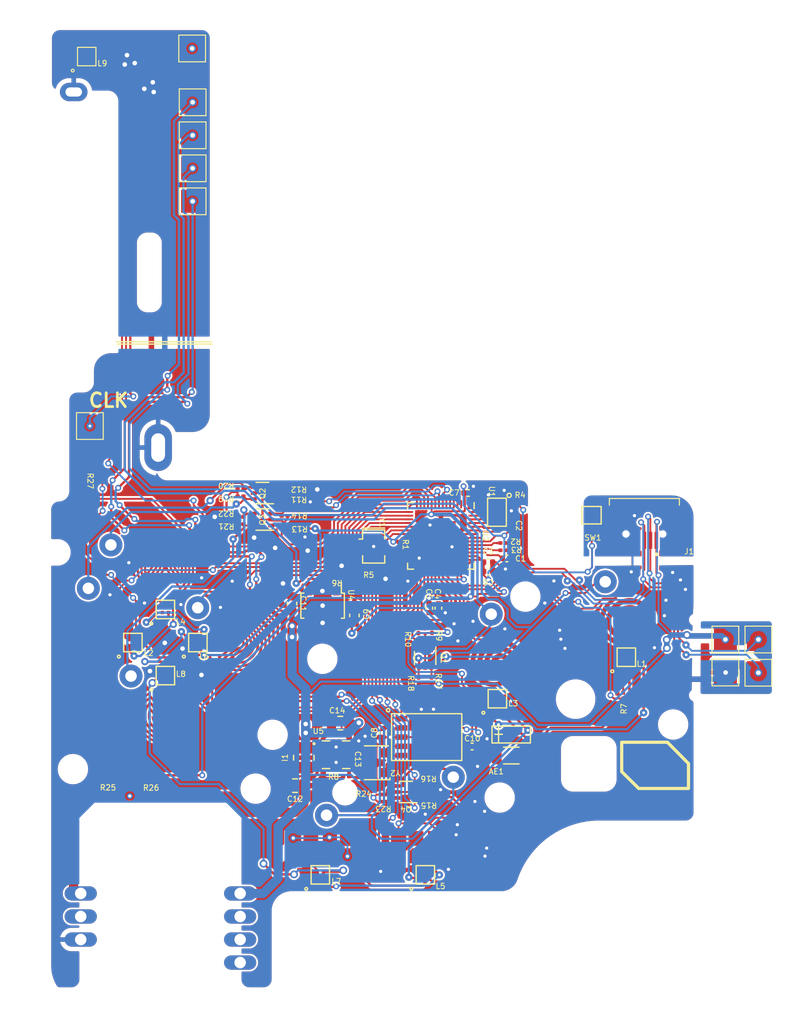
<source format=kicad_pcb>
(kicad_pcb (version 20221018) (generator pcbnew)
  (layers (0 "F.Cu" signal) (31 "B.Cu" signal) (34 "B.Paste" user) (35 "F.Paste" user) (36 "B.SilkS" user "B.Silkscreen") (37 "F.SilkS" user "F.Silkscreen") (38 "B.Mask" user) (39 "F.Mask" user) (44 "Edge.Cuts" user))
  (net 0 "")
  (net 1 "Net-(AE1-A)")
  (net 2 "GND")
  (net 3 "+1V1")
  (net 4 "+3V3")
  (net 5 "Net-(U3-VCC)")
  (net 6 "Net-(U3-VINTA)")
  (net 7 "+5V")
  (net 8 "BAT_IN")
  (net 9 "Net-(U5-EN)")
  (net 10 "Net-(U5-L1)")
  (net 11 "Net-(U5-L2)")
  (net 12 "Net-(L1-DIN)")
  (net 13 "Net-(L1-DOUT)")
  (net 14 "Net-(L2-DIN)")
  (net 15 "Net-(L2-DOUT)")
  (net 16 "Net-(L3-DOUT)")
  (net 17 "Net-(L4-DIN)")
  (net 18 "Net-(L5-DOUT)")
  (net 19 "Net-(L6-DIN)")
  (net 20 "Net-(L7-DOUT)")
  (net 21 "A_3.3")
  (net 22 "B_3.3")
  (net 23 "B_5")
  (net 24 "A_5")
  (net 25 "DUP_3.3")
  (net 26 "DLEFT_3.3")
  (net 27 "DLEFT_5")
  (net 28 "DUP_5")
  (net 29 "DDOWN_3.3")
  (net 30 "DRIGHT_3.3")
  (net 31 "DRIGHT_5")
  (net 32 "DDOWN_5")
  (net 33 "SEL_3.3")
  (net 34 "START_3.3")
  (net 35 "START_5")
  (net 36 "SEL_5")
  (net 37 "Net-(U2-RUN)")
  (net 38 "D+")
  (net 39 "Net-(U2-USB_DP)")
  (net 40 "D-")
  (net 41 "Net-(U2-USB_DM)")
  (net 42 "USB_BOOT")
  (net 43 "Net-(U1-{slash}CS)")
  (net 44 "Net-(R5-Pad1)")
  (net 45 "XTAL_OUT")
  (net 46 "Net-(U4-CE)")
  (net 47 "RGB")
  (net 49 "BAT_LVL")
  (net 50 "GBC_XTAL_OUT")
  (net 51 "Net-(R27-Pad2)")
  (net 52 "SIO1")
  (net 53 "SIO2")
  (net 54 "SIO0")
  (net 55 "SCLK")
  (net 56 "SIO3")
  (net 58 "XTAL_IN")
  (net 66 "A")
  (net 67 "BT_SLEEP")
  (net 68 "Net-(U3-X32MI)")
  (net 69 "Net-(U3-X32MO)")
  (net 70 "RXD")
  (net 71 "TXD")
  (net 72 "AT_TRANS")
  (net 75 "B")
  (net 76 "DDOWN")
  (net 77 "DLEFT")
  (net 78 "DRIGHT")
  (net 79 "DUP")
  (net 80 "SEL")
  (net 81 "START")
  (footprint "Capacitor_SMD:C_0402_1005Metric" (layer "F.Cu") (at 246.6344 123.575 -90)
    (fp_text reference "C5")
    (fp_text value "1u" hide)
  )
  (footprint "TestPoint:TestPoint_Plated_Hole_D2.0mm" (layer "F.Cu") (at 208.8111 159.531 180)
    (fp_text reference "G3" hide)
    (fp_text value "TestPoint_Plated_Hole_D2.0mm" hide)
  )
  (footprint "Capacitor_SMD:C_0402_1005Metric" (layer "F.Cu") (at 253.025 119.6 180)
    (fp_text reference "C6")
    (fp_text value "100n" hide)
  )
  (footprint "Resistor_SMD:R_0201_0603Metric" (layer "F.Cu") (at 246.5158 142.8626 180)
    (fp_text reference "R16")
    (fp_text value "1k" hide)
  )
  (footprint "Resistor_SMD:R_0201_0603Metric" (layer "F.Cu") (at 213.38 143.05)
    (fp_text reference "R25")
    (fp_text value "100k" hide)
  )
  (footprint "Capacitor_SMD:C_0402_1005Metric" (layer "F.Cu") (at 251.2822 138.5824)
    (fp_text reference "C10")
    (fp_text value "1u" hide)
  )
  (footprint "Resistor_SMD:R_0201_0603Metric" (layer "F.Cu") (at 230.9 110.69 180)
    (fp_text reference "R12")
    (fp_text value "1k" hide)
  )
  (footprint "Package_TO_SOT_SMD:SOT-363_SC-70-6" (layer "F.Cu") (at 228.534 113.9548 180)
    (fp_text reference "Q3")
    (fp_text value "BSS138DW" hide)
  )
  (footprint "TestPoint:TestPoint_Pad_2.5x2.5mm" (layer "F.Cu") (at 278.765 130.556 -90)
    (fp_text reference "TP13" hide)
    (fp_text value "GND")
  )
  (footprint "Resistor_SMD:R_0201_0603Metric" (layer "F.Cu") (at 226.16 113.68)
    (fp_text reference "R22")
    (fp_text value "1k")
  )
  (footprint "hhl:ESSOP-10" (layer "F.Cu") (at 246.3546 137.5664)
    (fp_text reference "U3" hide)
    (fp_text value "CH9141K" hide)
  )
  (footprint "Resistor_SMD:R_0201_0603Metric" (layer "F.Cu") (at 241.72 144.57)
    (fp_text reference "R23")
    (fp_text value "1k" hide)
  )
  (footprint "hhl:SHOUHAN_MICROQTJ" (layer "F.Cu") (at 269.9766 115.5231 180)
    (fp_text reference "J1")
    (fp_text value "MICROQTJ")
  )
  (footprint "Capacitor_SMD:C_0201_0603Metric" (layer "F.Cu") (at 255.5318 114.0475 90)
    (fp_text reference "C2")
    (fp_text value "100n" hide)
  )
  (footprint "Resistor_SMD:R_0201_0603Metric" (layer "F.Cu") (at 246.873 131.4298 90)
    (fp_text reference "R17")
    (fp_text value "1k")
  )
  (footprint "TestPoint:TestPoint_Plated_Hole_D2.0mm" (layer "F.Cu") (at 208.8111 157.031 180)
    (fp_text reference "NC4" hide)
    (fp_text value "TestPoint_Plated_Hole_D2.0mm" hide)
  )
  (footprint "hhl:GBC_Start_Select" (layer "F.Cu") (at 246.2088 149.5115)
    (fp_text reference "SWSTART1" hide)
    (fp_text value "SW_Push" hide)
  )
  (footprint "hhl:ring_dpad" (layer "F.Cu") (at 217.9975 135.2415 90)
    (fp_text reference "SWDD1" hide)
    (fp_text value "SW_Push" hide)
  )
  (footprint "Capacitor_SMD:C_0402_1005Metric" (layer "F.Cu") (at 250.875 111.0742 180)
    (fp_text reference "C7")
    (fp_text value "100n" hide)
  )
  (footprint "hhl:GBC_Start_Select" (layer "F.Cu") (at 234.8088 149.5115)
    (fp_text reference "SWSEL1" hide)
    (fp_text value "SW_Push" hide)
  )
  (footprint "Resistor_SMD:R_0201_0603Metric" (layer "F.Cu") (at 226.16 114.45)
    (fp_text reference "R21")
    (fp_text value "1k" hide)
  )
  (footprint "TestPoint:TestPoint_Plated_Hole_D2.0mm" (layer "F.Cu") (at 208.0514 67.564)
    (fp_text reference "G2" hide)
    (fp_text value "TestPoint_Plated_Hole_D2.0mm" hide)
  )
  (footprint "TestPoint:TestPoint_Plated_Hole_D2.0mm" (layer "F.Cu") (at 226.1111 162.031 180)
    (fp_text reference "NC3" hide)
    (fp_text value "TestPoint_Plated_Hole_D2.0mm" hide)
  )
  (footprint "Resistor_SMD:R_0201_0603Metric" (layer "F.Cu") (at 237.6088 141.8336)
    (fp_text reference "R8")
    (fp_text value "100" hide)
  )
  (footprint "hhl:ring_pad_small" (layer "F.Cu") (at 268.0176 125.047)
    (fp_text reference "SWA1" hide)
    (fp_text value "SW_Push" hide)
  )
  (footprint "Resistor_SMD:R_0201_0603Metric" (layer "F.Cu") (at 226.15 111.43)
    (fp_text reference "R19")
    (fp_text value "1k" hide)
  )
  (footprint "Resistor_SMD:R_0201_0603Metric" (layer "F.Cu") (at 245.476 131.4298 90)
    (fp_text reference "R18")
    (fp_text value "1k")
  )
  (footprint "Capacitor_SMD:C_0402_1005Metric" (layer "F.Cu") (at 241.615 137.1026 -90)
    (fp_text reference "C8")
    (fp_text value "1u" hide)
  )
  (footprint "TestPoint:TestPoint_Pad_2.5x2.5mm" (layer "F.Cu") (at 220.9038 62.8396)
    (fp_text reference "TP9" hide)
    (fp_text value "XTAL_OUT")
  )
  (footprint "Inductor_SMD:L_1206_3216Metric" (layer "F.Cu") (at 255.5342 139.5664)
    (fp_text reference "AE1")
    (fp_text value "Antenna" hide)
  )
  (footprint "TestPoint:TestPoint_Pad_2.5x2.5mm" (layer "F.Cu") (at 220.9546 68.6816)
    (fp_text reference "TP1" hide)
    (fp_text value "TestPoint" hide)
  )
  (footprint "hhl:ring_dpad" (layer "F.Cu") (at 225.8725 127.304 180)
    (fp_text reference "SWDR1" hide)
    (fp_text value "SW_Push" hide)
  )
  (footprint "Resistor_SMD:R_0201_0603Metric" (layer "F.Cu") (at 254.6762 116.5055 180)
    (fp_text reference "R2")
    (fp_text value "27" hide)
  )
  (footprint "TestPoint:TestPoint_Plated_Hole_D2.0mm" (layer "F.Cu") (at 208.8111 154.531 180)
    (fp_text reference "BAT1" hide)
    (fp_text value "TestPoint_Plated_Hole_D2.0mm" hide)
  )
  (footprint "TestPoint:TestPoint_Plated_Hole_D2.0mm" (layer "F.Cu") (at 226.1111 159.531 180)
    (fp_text reference "NC2" hide)
    (fp_text value "TestPoint_Plated_Hole_D2.0mm" hide)
  )
  (footprint "Resistor_SMD:R_0201_0603Metric" (layer "F.Cu") (at 243.275 116.695 -90)
    (fp_text reference "R1")
    (fp_text value "10k")
  )
  (footprint "Resistor_SMD:R_0201_0603Metric" (layer "F.Cu") (at 267.675 133.05 90)
    (fp_text reference "R7")
    (fp_text value "330")
  )
  (footprint "TestPoint:TestPoint_Pad_2.5x2.5mm" (layer "F.Cu") (at 220.9546 75.8444)
    (fp_text reference "TP8" hide)
    (fp_text value "TestPoint" hide)
  )
  (footprint "hhl:USON-8-EP(2x3)" (layer "F.Cu") (at 253.9784 113.1647 -90)
    (fp_text reference "U1")
    (fp_text value "GD25Q80EEIGR" hide)
  )
  (footprint "TestPoint:TestPoint_Pad_2.5x2.5mm" (layer "F.Cu") (at 282.3464 126.9746 -90)
    (fp_text reference "TP11" hide)
    (fp_text value "D-")
  )
  (footprint "hhl:ring_pad_small" (layer "F.Cu") (at 254.025 129.5496)
    (fp_text reference "SWB1" hide)
    (fp_text value "SW_Push" hide)
  )
  (footprint "hhl:VREG_V62_16624-01YE" (layer "F.Cu") (at 236.5218 139.4794)
    (fp_text reference "U5")
    (fp_text value "TPS63002DRCR" hide)
  )
  (footprint "TestPoint:TestPoint_Pad_2.5x2.5mm" (layer "F.Cu") (at 220.9546 72.263)
    (fp_text reference "TP2" hide)
    (fp_text value "TestPoint" hide)
  )
  (footprint "hhl:SK6805-EC-10" (layer "F.Cu") (at 246.2088 152.5115)
    (fp_text reference "L5")
    (fp_text value "SK6805-EC-10" hide)
  )
  (footprint "Crystal:Resonator_SMD_Murata_CSTxExxV-3Pin_3.0x1.1mm" (layer "F.Cu") (at 240.6 116.88 -90)
    (fp_text reference "Y1")
    (fp_text value "Crystal_GND3")
  )
  (footprint "Package_TO_SOT_SMD:SOT-363_SC-70-6" (layer "F.Cu") (at 244.1042 143.5204 180)
    (fp_text reference "Q4")
    (fp_text value "BSS138DW" hide)
  )
  (footprint "Package_TO_SOT_SMD:SOT-363_SC-70-6" (layer "F.Cu") (at 228.534 111.0846 180)
    (fp_text reference "Q2")
    (fp_text value "BSS138DW" hide)
  )
  (footprint "Capacitor_SMD:C_0402_1005Metric" (layer "F.Cu") (at 255.05 118.175 180)
    (fp_text reference "C1")
    (fp_text value "100n" hide)
  )
  (footprint "Capacitor_SMD:C_0805_2012Metric" (layer "F.Cu") (at 232.0716 142.8322)
    (fp_text reference "C12")
    (fp_text value "10uF" hide)
  )
  (footprint "TestPoint:TestPoint_Plated_Hole_D2.0mm" (layer "F.Cu") (at 226.1111 157.031 180)
    (fp_text reference "NC1" hide)
    (fp_text value "TestPoint_Plated_Hole_D2.0mm" hide)
  )
  (footprint "hhl:SK6805-EC-10" (layer "F.Cu") (at 209.4614 63.718)
    (fp_text reference "L9")
    (fp_text value "SK6805-EC-10" hide)
  )
  (footprint "TestPoint:TestPoint_Plated_Hole_D2.0mm" (layer "F.Cu") (at 226.1111 154.531 180)
    (fp_text reference "VOUT1" hide)
    (fp_text value "TestPoint_Plated_Hole_D2.0mm" hide)
  )
  (footprint "hhl:ring_dpad" (layer "F.Cu") (at 217.9975 119.3665 -90)
    (fp_text reference "SWDU1" hide)
    (fp_text value "SW_Push" hide)
  )
  (footprint "Resistor_SMD:R_0201_0603Metric" (layer "F.Cu") (at 209.85 111.39 90)
    (fp_text reference "R27")
    (fp_text value "100" hide)
  )
  (footprint "TestPoint:TestPoint_Plated_Hole_D2.0mm" (layer "F.Cu") (at 217.2123 106.1466 90)
    (fp_text reference "G1" hide)
    (fp_text value "TestPoint_Plated_Hole_D2.0mm" hide)
  )
  (footprint "hhl:SK6805-EC-10" (layer "F.Cu") (at 268.0176 128.897)
    (fp_text reference "L1")
    (fp_text value "SK6805-EC-10" hide)
  )
  (footprint "Capacitor_SMD:C_0805_2012Metric" (layer "F.Cu") (at 236.9738 136.0504 180)
    (fp_text reference "C14")
    (fp_text value "10uF" hide)
  )
  (footprint "hhl:SK6805-EC-10" (layer "F.Cu") (at 221.5225 127.304)
    (fp_text reference "L6")
    (fp_text value "SK6805-EC-10" hide)
  )
  (footprint "Capacitor_SMD:C_0603_1608Metric" (layer "F.Cu") (at 238.51 124.36 90)
    (fp_text reference "C9")
    (fp_text value "6.8uF" hide)
  )
  (footprint "Capacitor_SMD:C_0402_1005Metric" (layer "F.Cu") (at 247.625 123.575 -90)
    (fp_text reference "C4")
    (fp_text value "100n" hide)
  )
  (footprint "Resistor_SMD:R_0201_0603Metric" (layer "F.Cu") (at 226.15 110.66)
    (fp_text reference "R20")
    (fp_text value "1k")
  )
  (footprint "hhl:SOT-89-5" (layer "F.Cu") (at 235.06 123.3 -90)
    (fp_text reference "U4")
    (fp_text value "XC6222" hide)
  )
  (footprint "Capacitor_SMD:C_0201_0603Metric" (layer "F.Cu") (at 238.9124 141.5796 -90)
    (fp_text reference "C13")
    (fp_text value "100n" hide)
  )
  (footprint "Capacitor_SMD:C_0603_1608Metric" (layer "F.Cu") (at 231.74 123.07 -90)
    (fp_text reference "C11")
    (fp_text value "2.2uF" hide)
  )
  (footprint "Resistor_SMD:R_0201_0603Metric" (layer "F.Cu") (at 246.9238 126.5784 -90)
    (fp_text reference "R9")
    (fp_text value "1k")
  )
  (footprint "Resistor_SMD:R_0201_0603Metric" (layer "F.Cu") (at 254.6762 117.2929 180)
    (fp_text reference "R3")
    (fp_text value "27" hide)
  )
  (footprint "hhl:ring_dpad" (layer "F.Cu") (at 210.1225 127.304)
    (fp_text reference "SWDL1" hide)
    (fp_text value "SW_Push" hide)
  )
  (footprint "hhl:SK6805-EC-10" (layer "F.Cu") (at 217.9975 123.7165)
    (fp_text reference "L4")
    (fp_text value "SK6805-EC-10" hide)
  )
  (footprint "TestPoint:TestPoint_Pad_2.5x2.5mm" (layer "F.Cu") (at 278.765 126.9746 -90)
    (fp_text reference "TP12" hide)
    (fp_text value "5V")
  )
  (footprint "Package_TO_SOT_SMD:SOT-363_SC-70-6" (layer "F.Cu") (at 246.1872 128.9914 -90)
    (fp_text reference "Q1")
    (fp_text value "BSS138DW" hide)
  )
  (footprint "Resistor_SMD:R_0201_0603Metric" (layer "F.Cu") (at 240.06 119.14)
    (fp_text reference "R5")
    (fp_text value "1k" hide)
  )
  (footprint "Resistor_SMD:R_0201_0603Metric" (layer "F.Cu") (at 241.7148 143.7966)
    (fp_text reference "R24")
    (fp_text value "1k" hide)
  )
  (footprint "hhl:SK6805-EC-10" (layer "F.Cu") (at 254.025 133.3996)
    (fp_text reference "L3")
    (fp_text value "SK6805-EC-10" hide)
  )
  (footprint "hhl:SK6805-EC-10" (layer "F.Cu") (at 217.9975 130.8915)
    (fp_text reference "L8")
    (fp_text value "SK6805-EC-10" hide)
  )
  (footprint "Resistor_SMD:R_0201_0603Metric" (layer "F.Cu") (at 230.9368 115.0112 180)
    (fp_text reference "R13")
    (fp_text value "1k")
  )
  (footprint "hhl:SK6805-EC-10" (layer "F.Cu") (at 234.8088 152.5115)
    (fp_text reference "L7")
    (fp_text value "SK6805-EC-10" hide)
  )
  (footprint "Capacitor_SMD:C_0402_1005Metric" (layer "F.Cu") (at 253.025 118.584)
    (fp_text reference "C3")
    (fp_text value "100n" hide)
  )
  (footprint "TestPoint:TestPoint_Pad_2.5x2.5mm" (layer "F.Cu") (at 209.804 103.8098)
    (fp_text reference "TP3" hide)
    (fp_text value "XTAL_OUT")
  )
  (footprint "hhl:1TS026A-1000-0550" (layer "F.Cu") (at 264.2362 113.4872 180)
    (fp_text reference "SW1")
    (fp_text value "1TS026A-1000-0550")
  )
  (footprint "Resistor_SMD:R_0201_0603Metric" (layer "F.Cu") (at 214.848 143.05)
    (fp_text reference "R26")
    (fp_text value "100k" hide)
  )
  (footprint "Resistor_SMD:R_0201_0603Metric" (layer "F.Cu") (at 230.93 113.57 180)
    (fp_text reference "R14")
    (fp_text value "1k" hide)
  )
  (footprint "Oscillator:Oscillator_SMD_EuroQuartz_XO32-4Pin_3.2x2.5mm" (layer "F.Cu") (at 240.8936 140.3522 180)
    (fp_text reference "Y2")
    (fp_text value "32MHz Crystal" hide)
  )
  (footprint "Resistor_SMD:R_0201_0603Metric" (layer "F.Cu") (at 245.4506 126.6038 -90)
    (fp_text reference "R10")
    (fp_text value "1k")
  )
  (footprint "TestPoint:TestPoint_Pad_2.5x2.5mm" (layer "F.Cu") (at 220.9546 79.4258)
    (fp_text reference "TP7" hide)
    (fp_text value "TestPoint" hide)
  )
  (footprint "Package_DFN_QFN:QFN-56-1EP_7x7mm_P0.4mm_EP3.2x3.2mm" (layer "F.Cu") (at 247.8912 115.735 -90)
    (fp_text reference "U2")
    (fp_text value "RP2040" hide)
  )
  (footprint "Resistor_SMD:R_0201_0603Metric" (layer "F.Cu") (at 255.8874 112.0663 180)
    (fp_text reference "R4")
    (fp_text value "1k" hide)
  )
  (footprint "TestPoint:TestPoint_Pad_2.5x2.5mm" (layer "F.Cu") (at 282.3464 130.5814 -90)
    (fp_text reference "TP10" hide)
    (fp_text value "D+")
  )
  (footprint "hhl:HHL_Logo" (layer "F.Cu") (at 270.4592 141.0716)
    (fp_text reference "LOGO" hide)
    (fp_text value "HHL_Logo")
  )
  (footprint "hhl:SK6805-EC-10" (layer "F.Cu") (at 214.4725 127.304)
    (fp_text reference "L2")
    (fp_text value "SK6805-EC-10" hide)
  )
  (footprint "Resistor_SMD:R_0201_0603Metric" (layer "F.Cu") (at 236.62 119.99 180)
    (fp_text reference "R6")
    (fp_text value "10k" hide)
  )
  (footprint "Resistor_SMD:R_0201_0603Metric" (layer "F.Cu") (at 246.5158 144.1834 180)
    (fp_text reference "R15")
    (fp_text value "1k")
  )
  (footprint "Resistor_SMD:R_0201_0603Metric" (layer "F.Cu") (at 230.9 111.8 180)
    (fp_text reference "R11")
    (fp_text value "1k")
  )
  (footprint "Inductor_SMD:L_1008_2520Metric" (layer "F.Cu") (at 233.0196 139.8016 90)
    (fp_text reference "I1")
    (fp_text value "1.3A 2.2uH ±20% 80mΩ" hide)
  )
  (gr_line (start 253.746 137.2616) (end 254.5588 137.2616) (stroke (width 0.15)) (layer "F.SilkS"))
  (gr_line (start 212.7377 94.9198) (end 223.0755 94.9198) (stroke (width 0.15)) (layer "F.SilkS"))
  (gr_line (start 254.1524 136.3726) (end 254.1524 138.1506) (stroke (width 0.15)) (layer "F.SilkS"))
  (gr_line (start 212.6996 94.6658) (end 223.0501 94.6658) (stroke (width 0.15)) (layer "F.SilkS"))
  (gr_rect (start 253.4412 136.3726) (end 257.6068 138.2014) (stroke (width 0.15)) (fill none) (layer "F.SilkS"))
  (gr_arc (start 206.319127 116.22862) (mid 207.20301 116.594737) (end 207.569127 117.47862) (stroke (width 0.001)) (layer "Edge.Cuts"))
  (gr_line (start 205.4606 162.397457) (end 205.4606 140.977409) (stroke (width 0.001)) (layer "Edge.Cuts"))
  (gr_arc (start 262.268074 143.339004) (mid 261.419547 142.987532) (end 261.068074 142.139004) (stroke (width 0.001)) (layer "Edge.Cuts"))
  (gr_arc (start 265.618074 137.589004) (mid 266.4666 137.940476) (end 266.818074 138.789004) (stroke (width 0.001)) (layer "Edge.Cuts"))
  (gr_arc (start 263.233704 112.1904) (mid 263.526581 111.483255) (end 264.233704 111.1904) (stroke (width 0.001)) (layer "Edge.Cuts"))
  (gr_arc (start 256.341389 153.074932) (mid 259.717689 148.504651) (end 265.126369 146.763085) (stroke (width 0.001)) (layer "Edge.Cuts"))
  (gr_line (start 226.111057 146.405998) (end 224.537642 144.832583) (stroke (width 0.001)) (layer "Edge.Cuts"))
  (gr_circle (center 207.964605 141.039607) (end 209.464605 141.039607) (stroke (width 0.001)) (fill none) (layer "Edge.Cuts"))
  (gr_line (start 212.744234 68.563615) (end 212.744234 95.755289) (stroke (width 0.001)) (layer "Edge.Cuts"))
  (gr_arc (start 216.463077 82.957858) (mid 217.170184 83.250751) (end 217.463077 83.957858) (stroke (width 0.001)) (layer "Edge.Cuts"))
  (gr_line (start 205.4606 116.22862) (end 206.319127 116.22862) (stroke (width 0.001)) (layer "Edge.Cuts"))
  (gr_line (start 210.096592 99.028669) (end 210.096592 97.755289) (stroke (width 0.001)) (layer "Edge.Cuts"))
  (gr_arc (start 275.2106 133.468882) (mid 275.393611 133.651893) (end 275.4606 133.901894) (stroke (width 0.001)) (layer "Edge.Cuts"))
  (gr_arc (start 266.818074 142.139004) (mid 266.466588 142.987517) (end 265.618074 143.339004) (stroke (width 0.001)) (layer "Edge.Cuts"))
  (gr_line (start 207.569127 117.47862) (end 207.569127 117.560314) (stroke (width 0.001)) (layer "Edge.Cuts"))
  (gr_circle (center 229.636007 137.310492) (end 231.136007 137.310492) (stroke (width 0.001)) (fill none) (layer "Edge.Cuts"))
  (gr_line (start 208.811057 153.905998) (end 208.811057 146.405998) (stroke (width 0.001)) (layer "Edge.Cuts"))
  (gr_arc (start 275.4606 145.763085) (mid 275.167695 146.470162) (end 274.4606 146.763085) (stroke (width 0.001)) (layer "Edge.Cuts"))
  (gr_arc (start 229.672626 163.86044) (mid 229.379732 164.567546) (end 228.672626 164.86044) (stroke (width 0.001)) (layer "Edge.Cuts"))
  (gr_line (start 206.544235 60.704044) (end 221.958649 60.704044) (stroke (width 0.001)) (layer "Edge.Cuts"))
  (gr_arc (start 276.326625 133.035869) (mid 276.076627 132.968879) (end 275.893613 132.785869) (stroke (width 0.001)) (layer "Edge.Cuts"))
  (gr_line (start 207.427027 110.853962) (end 207.427027 101.028669) (stroke (width 0.001)) (layer "Edge.Cuts"))
  (gr_arc (start 229.672626 156.436785) (mid 230.258412 155.022571) (end 231.672626 154.436785) (stroke (width 0.001)) (layer "Edge.Cuts"))
  (gr_arc (start 227.111057 164.86044) (mid 226.40395 164.567547) (end 226.111057 163.86044) (stroke (width 0.001)) (layer "Edge.Cuts"))
  (gr_arc (start 261.068074 138.789004) (mid 261.419532 137.94046) (end 262.268074 137.589004) (stroke (width 0.001)) (layer "Edge.Cuts"))
  (gr_line (start 226.111057 153.905998) (end 226.111057 146.405998) (stroke (width 0.001)) (layer "Edge.Cuts"))
  (gr_line (start 283.9606 125.34276) (end 283.9606 132.535869) (stroke (width 0.001)) (layer "Edge.Cuts"))
  (gr_line (start 274.4606 146.763085) (end 265.126369 146.763085) (stroke (width 0.001)) (layer "Edge.Cuts"))
  (gr_arc (start 207.569127 117.560314) (mid 207.20301 118.444197) (end 206.319127 118.810314) (stroke (width 0.001)) (layer "Edge.Cuts"))
  (gr_arc (start 216.0507 91.327264) (mid 215.343593 91.034371) (end 215.0507 90.327264) (stroke (width 0.001)) (layer "Edge.Cuts"))
  (gr_line (start 210.384472 144.832583) (end 224.537642 144.832583) (stroke (width 0.001)) (layer "Edge.Cuts"))
  (gr_arc (start 256.483704 109.562542) (mid 257.190836 109.855424) (end 257.483704 110.562542) (stroke (width 0.001)) (layer "Edge.Cuts"))
  (gr_arc (start 215.0507 83.957858) (mid 215.343593 83.250751) (end 216.0507 82.957858) (stroke (width 0.001)) (layer "Edge.Cuts"))
  (gr_line (start 262.268074 137.589004) (end 265.618074 137.589004) (stroke (width 0.001)) (layer "Edge.Cuts"))
  (gr_arc (start 216.462283 105.353048) (mid 216.681953 104.822718) (end 217.212283 104.603048) (stroke (width 0.001)) (layer "Edge.Cuts"))
  (gr_line (start 208.811057 153.905998) (end 208.811057 163.86044) (stroke (width 0.001)) (layer "Edge.Cuts"))
  (gr_line (start 275.4606 133.901894) (end 275.4606 140.977409) (stroke (width 0.001)) (layer "Edge.Cuts"))
  (gr_arc (start 208.811057 163.86044) (mid 208.518164 164.567547) (end 207.811057 164.86044) (stroke (width 0.001)) (layer "Edge.Cuts"))
  (gr_line (start 218.212283 109.562542) (end 256.483704 109.562542) (stroke (width 0.001)) (layer "Edge.Cuts"))
  (gr_arc (start 221.958649 60.704044) (mid 222.665756 60.996937) (end 222.958649 61.704044) (stroke (width 0.001)) (layer "Edge.Cuts"))
  (gr_line (start 265.618074 143.339004) (end 262.268074 143.339004) (stroke (width 0.001)) (layer "Edge.Cuts"))
  (gr_line (start 205.4606 140.977409) (end 205.4606 118.810314) (stroke (width 0.001)) (layer "Edge.Cuts"))
  (gr_line (start 217.463077 83.957858) (end 217.463077 90.327264) (stroke (width 0.001)) (layer "Edge.Cuts"))
  (gr_arc (start 275.4606 123.976735) (mid 275.393619 124.226739) (end 275.2106 124.409747) (stroke (width 0.001)) (layer "Edge.Cuts"))
  (gr_line (start 208.427027 100.028669) (end 209.096592 100.028669) (stroke (width 0.001)) (layer "Edge.Cuts"))
  (gr_line (start 216.463077 91.327264) (end 216.0507 91.327264) (stroke (width 0.001)) (layer "Edge.Cuts"))
  (gr_arc (start 217.212283 107.703048) (mid 216.681953 107.483378) (end 216.462283 106.953048) (stroke (width 0.001)) (layer "Edge.Cuts"))
  (gr_line (start 216.462283 105.353048) (end 216.462283 106.953048) (stroke (width 0.001)) (layer "Edge.Cuts"))
  (gr_circle (center 273.099634 136.198349) (end 274.599634 136.198349) (stroke (width 0.001)) (fill none) (layer "Edge.Cuts"))
  (gr_line (start 226.111057 163.86044) (end 226.111057 153.905998) (stroke (width 0.001)) (layer "Edge.Cuts"))
  (gr_arc (start 258.683704 118.849265) (mid 257.835193 118.497783) (end 257.483704 117.649265) (stroke (width 0.001)) (layer "Edge.Cuts"))
  (gr_arc (start 205.544235 61.704044) (mid 205.837128 60.996937) (end 206.544235 60.704044) (stroke (width 0.001)) (layer "Edge.Cuts"))
  (gr_line (start 212.096592 95.755289) (end 212.744234 95.755289) (stroke (width 0.001)) (layer "Edge.Cuts"))
  (gr_line (start 216.0507 82.957858) (end 216.463077 82.957858) (stroke (width 0.001)) (layer "Edge.Cuts"))
  (gr_arc (start 217.463077 90.327264) (mid 217.170184 91.034371) (end 216.463077 91.327264) (stroke (width 0.001)) (layer "Edge.Cuts"))
  (gr_line (start 205.544235 66.563615) (end 205.544235 61.704044) (stroke (width 0.001)) (layer "Edge.Cuts"))
  (gr_line (start 217.212283 107.703048) (end 217.212283 108.562542) (stroke (width 0.001)) (layer "Edge.Cuts"))
  (gr_line (start 261.068074 142.139004) (end 261.068074 138.789004) (stroke (width 0.001)) (layer "Edge.Cuts"))
  (gr_arc (start 218.212283 109.562542) (mid 217.505177 109.269648) (end 217.212283 108.562542) (stroke (width 0.001)) (layer "Edge.Cuts"))
  (gr_circle (center 235.029445 129.069401) (end 236.529445 129.069401) (stroke (width 0.001)) (fill none) (layer "Edge.Cuts"))
  (gr_circle (center 254.271538 144.126522) (end 255.771538 144.126522) (stroke (width 0.001)) (fill none) (layer "Edge.Cuts"))
  (gr_arc (start 222.958665 102.603096) (mid 222.372869 104.0173) (end 220.958665 104.603096) (stroke (width 0.001)) (layer "Edge.Cuts"))
  (gr_line (start 206.4606 111.853962) (end 206.427027 111.853962) (stroke (width 0.001)) (layer "Edge.Cuts"))
  (gr_arc (start 206.084985 164.620748) (mid 205.619658 163.552108) (end 205.4606 162.397457) (stroke (width 0.001)) (layer "Edge.Cuts"))
  (gr_arc (start 207.427027 101.028669) (mid 207.71992 100.321562) (end 208.427027 100.028669) (stroke (width 0.001)) (layer "Edge.Cuts"))
  (gr_arc (start 206.544235 67.563615) (mid 205.837128 67.270722) (end 205.544235 66.563615) (stroke (width 0.001)) (layer "Edge.Cuts"))
  (gr_circle (center 257.057951 122.320796) (end 258.557951 122.320796) (stroke (width 0.001)) (fill none) (layer "Edge.Cuts"))
  (gr_circle (center 262.516794 133.442132) (end 264.516794 133.442132) (stroke (width 0.001)) (fill none) (layer "Edge.Cuts"))
  (gr_line (start 228.672626 164.86044) (end 227.111057 164.86044) (stroke (width 0.001)) (layer "Edge.Cuts"))
  (gr_circle (center 227.785878 143.157563) (end 229.285878 143.157563) (stroke (width 0.001)) (fill none) (layer "Edge.Cuts"))
  (gr_line (start 205.4606 113.6904) (end 205.4606 116.22862) (stroke (width 0.001)) (layer "Edge.Cuts"))
  (gr_arc (start 283.9606 132.535869) (mid 283.814147 132.889403) (end 283.4606 133.035869) (stroke (width 0.001)) (layer "Edge.Cuts"))
  (gr_line (start 283.4606 133.035869) (end 276.326625 133.035869) (stroke (width 0.001)) (layer "Edge.Cuts"))
  (gr_line (start 208.811057 146.405998) (end 210.384472 144.832583) (stroke (width 0.001)) (layer "Edge.Cuts"))
  (gr_line (start 215.0507 90.327264) (end 215.0507 83.957858) (stroke (width 0.001)) (layer "Edge.Cuts"))
  (gr_line (start 207.811057 164.86044) (end 206.51188 164.86044) (stroke (width 0.001)) (layer "Edge.Cuts"))
  (gr_line (start 206.319127 118.810314) (end 205.4606 118.810314) (stroke (width 0.001)) (layer "Edge.Cuts"))
  (gr_arc (start 205.4606 112.853962) (mid 205.753493 112.146855) (end 206.4606 111.853962) (stroke (width 0.001)) (layer "Edge.Cuts"))
  (gr_line (start 205.4606 113.6904) (end 205.4606 112.853962) (stroke (width 0.001)) (layer "Edge.Cuts"))
  (gr_line (start 263.233704 114.299265) (end 263.233704 112.1904) (stroke (width 0.001)) (layer "Edge.Cuts"))
  (gr_arc (start 283.4606 124.84276) (mid 283.814175 124.989195) (end 283.9606 125.34276) (stroke (width 0.001)) (layer "Edge.Cuts"))
  (gr_line (start 263.233704 117.649265) (end 263.233704 114.299265) (stroke (width 0.001)) (layer "Edge.Cuts"))
  (gr_line (start 257.483704 110.562542) (end 257.483704 112.1904) (stroke (width 0.001)) (layer "Edge.Cuts"))
  (gr_arc (start 206.51188 164.86044) (mid 206.267088 164.796418) (end 206.084985 164.620748) (stroke (width 0.001)) (layer "Edge.Cuts"))
  (gr_line (start 257.483704 114.299265) (end 257.483704 117.649265) (stroke (width 0.001)) (layer "Edge.Cuts"))
  (gr_line (start 275.4606 113.6904) (end 275.4606 123.976735) (stroke (width 0.001)) (layer "Edge.Cuts"))
  (gr_line (start 206.544235 67.563615) (end 211.744234 67.563615) (stroke (width 0.001)) (layer "Edge.Cuts"))
  (gr_line (start 229.672626 156.436785) (end 229.672626 163.86044) (stroke (width 0.001)) (layer "Edge.Cuts"))
  (gr_arc (start 275.893613 125.09276) (mid 275.107105 125.196296) (end 275.2106 124.409747) (stroke (width 0.001)) (layer "Edge.Cuts"))
  (gr_arc (start 256.341389 153.074932) (mid 255.612908 154.061008) (end 254.445929 154.436785) (stroke (width 0.001)) (layer "Edge.Cuts"))
  (gr_line (start 276.326625 124.84276) (end 283.4606 124.84276) (stroke (width 0.001)) (layer "Edge.Cuts"))
  (gr_arc (start 263.233704 117.649265) (mid 262.882228 118.497778) (end 262.033704 118.849265) (stroke (width 0.001)) (layer "Edge.Cuts"))
  (gr_line (start 258.683704 118.849265) (end 262.033704 118.849265) (stroke (width 0.001)) (layer "Edge.Cuts"))
  (gr_line (start 266.818074 138.789004) (end 266.818074 142.139004) (stroke (width 0.001)) (layer "Edge.Cuts"))
  (gr_arc (start 275.893613 125.09276) (mid 276.076624 124.909744) (end 276.326625 124.84276) (stroke (width 0.001)) (layer "Edge.Cuts"))
  (gr_arc (start 210.096592 99.028669) (mid 209.803699 99.735776) (end 209.096592 100.028669) (stroke (width 0.001)) (layer "Edge.Cuts"))
  (gr_line (start 222.958649 61.704044) (end 222.958665 102.603096) (stroke (width 0.001)) (layer "Edge.Cuts"))
  (gr_line (start 257.483704 112.1904) (end 257.483704 114.299265) (stroke (width 0.001)) (layer "Edge.Cuts"))
  (gr_arc (start 207.427027 110.853962) (mid 207.134134 111.561069) (end 206.427027 111.853962) (stroke (width 0.001)) (layer "Edge.Cuts"))
  (gr_circle (center 237.497929 143.590623) (end 238.747929 143.590623) (stroke (width 0.001)) (fill none) (layer "Edge.Cuts"))
  (gr_arc (start 210.096592 97.755289) (mid 210.682378 96.341075) (end 212.096592 95.755289) (stroke (width 0.001)) (layer "Edge.Cuts"))
  (gr_arc (start 275.2106 133.468882) (mid 275.107067 132.68228) (end 275.893613 132.785869) (stroke (width 0.001)) (layer "Edge.Cuts"))
  (gr_line (start 275.4606 140.977409) (end 275.4606 145.763085) (stroke (width 0.001)) (layer "Edge.Cuts"))
  (gr_line (start 264.233704 111.1904) (end 272.9606 111.1904) (stroke (width 0.001)) (layer "Edge.Cuts"))
  (gr_arc (start 272.9606 111.1904) (mid 274.728369 111.922632) (end 275.4606 113.6904) (stroke (width 0.001)) (layer "Edge.Cuts"))
  (gr_line (start 254.445929 154.436785) (end 231.672626 154.436785) (stroke (width 0.001)) (layer "Edge.Cuts"))
  (gr_arc (start 211.744234 67.563615) (mid 212.45134 67.856509) (end 212.744234 68.563615) (stroke (width 0.001)) (layer "Edge.Cuts"))
  (gr_line (start 220.958649 104.603048) (end 217.212283 104.603048) (stroke (width 0.001)) (layer "Edge.Cuts"))
  (gr_text "CLK" (at 209.52 101.9) (layer "F.SilkS") (effects (font (size 1.5 1.5) (thickness 0.3) bold) (justify left bottom)))
  (segment (start 249.105 139.566) (end 253.959 139.566) (width 0.4) (layer "F.Cu") (net 1))
  (segment (start 249.105 139.566) (end 249.1046 139.5664) (width 0.25) (layer "F.Cu") (net 1))
  (segment (start 216.48 92.68) (end 216.48 96.58) (width 0.6) (layer "F.Cu") (net 2))
  (segment (start 253.69 133.0646) (end 253.69 132.79) (width 0.2) (layer "F.Cu") (net 2))
  (segment (start 236.5218 139.4794) (end 235.1218 139.4794) (width 0.2) (layer "F.Cu") (net 2))
  (segment (start 223.463 125.483) (end 222.94 124.96) (width 0.25) (layer "F.Cu") (net 2))
  (segment (start 253.6 132.7) (end 253.42 132.52) (width 0.2) (layer "F.Cu") (net 2))
  (segment (start 237.9218 138.9794) (end 237.0218 138.9794) (width 0.2) (layer "F.Cu") (net 2))
  (segment (start 257.486 130.236) (end 256.804 130.236) (width 0.25) (layer "F.Cu") (net 2))
  (segment (start 253.78 119.325) (end 254.625 119.325) (width 0.2) (layer "F.Cu") (net 2))
  (segment (start 255.53 118.695) (end 254.9 119.325) (width 0.2) (layer "F.Cu") (net 2))
  (segment (start 255.181 132.0763) (end 255.181 132.087) (width 0.25) (layer "F.Cu") (net 2))
  (segment (start 268.677 119.503) (end 268.55 119.63) (width 0.2) (layer "F.Cu") (net 2))
  (segment (start 278.031 131.29) (end 274.42 131.29) (width 0.6) (layer "F.Cu") (net 2))
  (segment (start 219.818 132.832) (end 220.3 132.35) (width 0.25) (layer "F.Cu") (net 2))
  (segment (start 253.505 118.584) (end 253.884 118.584) (width 0.2) (layer "F.Cu") (net 2))
  (segment (start 220.859 126.969) (end 220.78 126.89) (width 0.2) (layer "F.Cu") (net 2))
  (segment (start 254.625 119.325) (end 254.9 119.325) (width 0.2) (layer "F.Cu") (net 2))
  (segment (start 237.0218 138.9794) (end 236.5218 139.4794) (width 0.2) (layer "F.Cu") (net 2))
  (segment (start 212.51 129.125) (end 212.977 129.591) (width 0.25) (layer "F.Cu") (net 2))
  (segment (start 255.53 118.175) (end 255.53 118.695) (width 0.2) (layer "F.Cu") (net 2))
  (segment (start 245.77 151.83) (end 245.54 151.6) (width 0.2) (layer "F.Cu") (net 2))
  (segment (start 245.8738 152.1765) (end 245.8738 151.8262) (width 0.2) (layer "F.Cu") (net 2))
  (segment (start 243.605 137.566) (end 246.355 137.566) (width 0.2) (layer "F.Cu") (net 2))
  (segment (start 252.068 138.582) (end 252.9 137.75) (width 0.2) (layer "F.Cu") (net 2))
  (segment (start 246.6344 124.055) (end 247.625 124.055) (width 0.2) (layer "F.Cu") (net 2))
  (segment (start 268.9 113.53) (end 268.677 113.753) (width 0.2) (layer "F.Cu") (net 2))
  (segment (start 253.69 132.79) (end 253.6 132.7) (width 0.2) (layer "F.Cu") (net 2))
  (segment (start 253.505 119.6) (end 253.78 119.325) (width 0.2) (layer "F.Cu") (net 2))
  (segment (start 217.55 130.06) (end 217.32 129.83) (width 0.2) (layer "F.Cu") (net 2))
  (segment (start 267.28 127.99) (end 266.9 127.99) (width 0.2) (layer "F.Cu") (net 2))
  (segment (start 234.4738 152.1765) (end 234.4738 151.9838) (width 0.2) (layer "F.Cu") (net 2))
  (segment (start 234.07 151.58) (end 233.74 151.58) (width 0.2) (layer "F.Cu") (net 2))
  (segment (start 238.51 123.585) (end 238.225 123.3) (width 0.6) (layer "F.Cu") (net 2))
  (segment (start 241.615 137.583) (end 242.417 137.583) (width 0.2) (layer "F.Cu") (net 2))
  (segment (start 217.6625 123.1025) (end 217.43 122.87) (width 0.2) (layer "F.Cu") (net 2))
  (segment (start 243.596 137.575) (end 243.6046 137.5664) (width 0.2) (layer "F.Cu") (net 2))
  (segment (start 213.78 126.89) (end 213.63 126.74) (width 0.2) (layer "F.Cu") (net 2))
  (segment (start 245.8738 151.8262) (end 246.71076 150.98924) (width 0.2) (layer "F.Cu") (net 2))
  (segment (start 217.6625 130.1725) (end 217.55 130.06) (width 0.2) (layer "F.Cu") (net 2))
  (segment (start 271.33 125.64) (end 270.782 125.64) (width 0.25) (layer "F.Cu") (net 2))
  (segment (start 216.177 121.75) (end 216.177 121.775) (width 0.25) (layer "F.Cu") (net 2))
  (segment (start 216.48 96.58) (end 216.43 96.63) (width 0.6) (layer "F.Cu") (net 2))
  (segment (start 216.177 121.775) (end 215.679 122.273) (width 0.25) (layer "F.Cu") (net 2))
  (segment (start 243.6046 137.5664) (end 243.605 137.566) (width 0.2) (layer "F.Cu") (net 2))
  (segment (start 217.18 129.83) (end 217.1 129.83) (width 0.2) (layer "F.Cu") (net 2))
  (segment (start 246.71076 150.98924) (end 246.71076 150.807318) (width 0.2) (layer "F.Cu") (net 2))
  (segment (start 251.355 110.42) (end 251.425 110.35) (width 0.2) (layer "F.Cu") (net 2))
  (segment (start 269.174 127.574) (end 269.174 127.591) (width 0.25) (layer "F.Cu") (net 2))
  (segment (start 245.54 151.6) (end 245.19 151.6) (width 0.2) (layer "F.Cu") (net 2))
  (segment (start 274.42 131.29) (end 274.14 131.57) (width 0.6) (layer "F.Cu") (net 2))
  (segment (start 246.634 124.055) (end 246.6344 124.055) (width 0.2) (layer "F.Cu") (net 2))
  (segment (start 268.677 113.753) (end 268.677 119.503) (width 0.2) (layer "F.Cu") (net 2))
  (segment (start 278.765 130.556) (end 278.031 131.29) (width 0.6) (layer "F.Cu") (net 2))
  (segment (start 267.6826 128.562) (end 267.6826 128.3926) (width 0.2) (layer "F.Cu") (net 2))
  (segment (start 217.6625 130.5565) (end 217.6625 130.1725) (width 0.2) (layer "F.Cu") (net 2))
  (segment (start 253.228 111.965) (end 253.228 111.453) (width 0.2) (layer "F.Cu") (net 2))
  (segment (start 255.181 132.087) (end 255.745 132.651) (width 0.25) (layer "F.Cu") (net 2))
  (segment (start 254.625 119.325) (end 254.9 119.325) (width 0.2) (layer "F.Cu") (net 2))
  (segment (start 253.228 111.453) (end 253.05 111.275) (width 0.2) (layer "F.Cu") (net 2))
  (segment (start 253.42 132.52) (end 252.93 132.52) (width 0.2) (layer "F.Cu") (net 2))
  (segment (start 255.181 132.076) (end 255.181 132.0763) (width 0.25) (layer "F.Cu") (net 2))
  (segment (start 242.425 137.575) (end 243.596 137.575) (width 0.2) (layer "F.Cu") (net 2))
  (segment (start 213.63 126.74) (end 213.63 126.11) (width 0.2) (layer "F.Cu") (net 2))
  (segment (start 212.506 129.125) (end 212.51 129.125) (width 0.25) (layer "F.Cu") (net 2))
  (segment (start 238.225 123.3) (end 235.06 123.3) (width 0.6) (layer "F.Cu") (net 2))
  (segment (start 219.818 132.858) (end 219.818 132.832) (width 0.25) (layer "F.Cu") (net 2))
  (segment (start 251.355 111.074) (end 251.355 110.42) (width 0.2) (layer "F.Cu") (net 2))
  (segment (start 221.1875 126.969) (end 220.859 126.969) (width 0.2) (layer "F.Cu") (net 2))
  (segment (start 245.8738 152.1765) (end 245.8738 151.9338) (width 0.2) (layer "F.Cu") (net 2))
  (segment (start 267.6826 128.3926) (end 267.43 128.14) (width 0.2) (layer "F.Cu") (net 2))
  (segment (start 217.43 122.87) (end 217.33 122.77) (width 0.2) (layer "F.Cu") (net 2))
  (segment (start 213.859 126.969) (end 213.78 126.89) (width 0.2) (layer "F.Cu") (net 2))
  (segment (start 247.625 124.055) (end 248.355 124.055) (width 0.2) (layer "F.Cu") (net 2))
  (segment (start 214.1375 126.969) (end 213.859 126.969) (width 0.2) (layer "F.Cu") (net 2))
  (segment (start 220.78 126.28) (end 220.76 126.26) (width 0.2) (layer "F.Cu") (net 2))
  (segment (start 220.78 126.89) (end 220.78 126.28) (width 0.2) (layer "F.Cu") (net 2))
  (segment (start 267.43 128.14) (end 267.28 127.99) (width 0.2) (layer "F.Cu") (net 2))
  (segment (start 242.417 137.583) (end 242.425 137.575) (width 0.2) (layer "F.Cu") (net 2))
  (segment (start 217.6625 123.3815) (end 217.6625 123.1025) (width 0.2) (layer "F.Cu") (net 2))
  (segment (start 271.53 125.84) (end 271.33 125.64) (width 0.25) (layer "F.Cu") (net 2))
  (segment (start 257.59 130.34) (end 257.486 130.236) (width 0.25) (layer "F.Cu") (net 2))
  (segment (start 253.884 118.584) (end 254.625 119.325) (width 0.2) (layer "F.Cu") (net 2))
  (segment (start 251.762 138.582) (end 252.068 138.582) (width 0.2) (layer "F.Cu") (net 2))
  (segment (start 217.33 122.77) (end 216.9 122.77) (width 0.2) (layer "F.Cu") (net 2))
  (segment (start 246.71076 150.807318) (end 246.813771 150.704307) (width 0.2) (layer "F.Cu") (net 2))
  (segment (start 248.355 124.055) (end 248.375 124.075) (width 0.2) (layer "F.Cu") (net 2))
  (segment (start 217.32 129.83) (end 217.18 129.83) (width 0.2) (layer "F.Cu") (net 2))
  (segment (start 253.505 118.584) (end 253.505 119.6) (width 0.2) (layer "F.Cu") (net 2))
  (segment (start 269.174 127.591) (end 269.733 128.151) (width 0.25) (layer "F.Cu") (net 2))
  (segment (start 234.4738 151.9838) (end 234.07 151.58) (width 0.2) (layer "F.Cu") (net 2))
  (segment (start 263.836 112.162) (end 264.636 112.162) (width 0.2) (layer "F.Cu") (net 2))
  (segment (start 223.489 125.483) (end 223.463 125.483) (width 0.25) (layer "F.Cu") (net 2))
  (segment (start 245.8738 151.9338) (end 245.77 151.83) (width 0.2) (layer "F.Cu") (net 2))
  (via (at 260.78 125.97) (size 0.65) (drill 0.35) (layers "F.Cu" "B.Cu") (net 2))
  (via (at 217.93 127.34) (size 0.85) (drill 0.5) (layers "F.Cu" "B.Cu") (net 2))
  (via (at 278.79 130.556) (size 0.85) (drill 0.5) (layers "F.Cu" "B.Cu") (net 2))
  (via (at 215.71 67.22) (size 0.85) (drill 0.5) (layers "F.Cu" "B.Cu") (net 2))
  (via (at 233.44 117.33) (size 0.85) (drill 0.5) (layers "F.Cu" "B.Cu") (net 2))
  (via (at 213.83 63.57) (size 0.85) (drill 0.5) (layers "F.Cu" "B.Cu") (net 2))
  (via (at 238.98 137.98) (size 0.65) (drill 0.35) (layers "F.Cu" "B.Cu") (net 2))
  (via (at 214.67 64.43) (size 0.85) (drill 0.5) (layers "F.Cu" "B.Cu") (net 2))
  (via (at 261.36 127.94) (size 0.65) (drill 0.35) (layers "F.Cu" "B.Cu") (net 2))
  (via (at 249.098 116.916) (size 0.65) (drill 0.35) (layers "F.Cu" "B.Cu") (net 2))
  (via (at 252.64 145.62) (size 0.65) (drill 0.35) (layers "F.Cu" "B.Cu") (net 2))
  (via (at 216.73 67.57) (size 0.85) (drill 0.5) (layers "F.Cu" "B.Cu") (net 2))
  (via (at 211.98 122.12) (size 0.65) (drill 0.35) (layers "F.Cu" "B.Cu") (net 2))
  (via (at 235.06 123.3) (size 0.85) (drill 0.5) (layers "F.Cu" "B.Cu") (net 2))
  (via (at 251.38 125) (size 0.65) (drill 0.35) (layers "F.Cu" "B.Cu") (net 2))
  (via (at 249.68 147.07) (size 0.65) (drill 0.35) (layers "F.Cu" "B.Cu") (net 2))
  (via (at 233.14 115.85) (size 0.65) (drill 0.35) (layers "F.Cu" "B.Cu") (net 2))
  (via (at 249.74 127.13) (size 0.65) (drill 0.35) (layers "F.Cu" "B.Cu") (net 2))
  (via (at 241.36 152.14) (size 0.65) (drill 0.35) (layers "F.Cu" "B.Cu") (net 2))
  (via (at 216.32 130.4) (size 0.85) (drill 0.5) (layers "F.Cu" "B.Cu") (net 2))
  (via (at 252.86 149.61) (size 0.65) (drill 0.35) (layers "F.Cu" "B.Cu") (net 2))
  (via (at 252.68 150.48) (size 0.65) (drill 0.35) (layers "F.Cu" "B.Cu") (net 2))
  (via (at 248.71 151.92) (size 0.65) (drill 0.35) (layers "F.Cu" "B.Cu") (net 2))
  (via (at 251.87 140.74) (size 0.65) (drill 0.35) (layers "F.Cu" "B.Cu") (net 2))
  (via (at 223.97 123.49) (size 0.65) (drill 0.35) (layers "F.Cu" "B.Cu") (net 2))
  (via (at 260.91 126.94) (size 0.65) (drill 0.35) (layers "F.Cu" "B.Cu") (net 2))
  (via (at 237.12 118.98) (size 0.85) (drill 0.5) (layers "F.Cu" "B.Cu") (net 2))
  (via (at 236.525 138.633) (size 0.65) (drill 0.35) (layers "F.Cu" "B.Cu") (net 2))
  (via (at 221.91 130.82) (size 0.85) (drill 0.5) (layers "F.Cu" "B.Cu") (net 2))
  (via (at 215.73 123.02) (size 0.65) (drill 0.35) (layers "F.Cu" "B.Cu") (net 2))
  (via (at 236.525 140.31) (size 0.65) (drill 0.35) (layers "F.Cu" "B.Cu") (net 2))
  (via (at 235.035 121.711) (size 0.85) (drill 0.5) (layers "F.Cu" "B.Cu") (net 2))
  (via (at 229.91 117.03) (size 0.85) (drill 0.5) (layers "F.Cu" "B.Cu") (net 2))
  (via (at 234.48 110.69) (size 0.85) (drill 0.5) (layers "F.Cu" "B.Cu") (net 2))
  (via (at 245.54 118.14) (size 0.65) (drill 0.35) (layers "F.Cu" "B.Cu") (net 2))
  (via (at 249.55 148.16) (size 0.65) (drill 0.35) (layers "F.Cu" "B.Cu") (net 2))
  (via (at 219.86 127.96) (size 0.85) (drill 0.5) (layers "F.Cu" "B.Cu") (net 2))
  (via (at 241.89 120.39) (size 0.85) (drill 0.5) (layers "F.Cu" "B.Cu") (net 2))
  (via (at 235.057 125.17) (size 0.85) (drill 0.5) (layers "F.Cu" "B.Cu") (net 2))
  (via (at 227.63 115.92) (size 0.85) (drill 0.5) (layers "F.Cu" "B.Cu") (net 2))
  (via (at 219.68 123.18) (size 0.65) (drill 0.35) (layers "F.Cu" "B.Cu") (net 2))
  (via (at 273.04 119.7) (size 0.65) (drill 0.35) (layers "F.Cu" "B.Cu") (net 2))
  (via (at 244.31 120.64) (size 0.65) (drill 0.35) (layers "F.Cu" "B.Cu") (net 2))
  (via (at 248.375 124.075) (size 0.65) (drill 0.35) (layers "F.Cu" "B.Cu") (net 2))
  (via (at 259.17 123.02) (size 0.65) (drill 0.35) (layers "F.Cu" "B.Cu") (net 2))
  (via (at 251.425 110.35) (size 0.65) (drill 0.35) (layers "F.Cu" "B.Cu") (net 2))
  (via (at 271.0688 127.8636) (size 0.65) (drill 0.35) (layers "F.Cu" "B.Cu") (net 2))
  (via (at 247.09 134.54) (size 0.65) (drill 0.35) (layers "F.Cu" "B.Cu") (net 2))
  (via (at 272.15 124.39) (size 0.65) (drill 0.35) (layers "F.Cu" "B.Cu") (net 2))
  (via (at 273.89 120.51) (size 0.65) (drill 0.35) (layers "F.Cu" "B.Cu") (net 2))
  (via (at 230.76 120.89) (size 0.85) (drill 0.5) (layers "F.Cu" "B.Cu") (net 2))
  (via (at 274.43 121.54) (size 0.65) (drill 0.35) (layers "F.Cu" "B.Cu") (net 2))
  (via (at 254.76 110.79) (size 0.65) (drill 0.35) (layers "F.Cu" "B.Cu") (net 2))
  (via (at 260.16 120.62) (size 0.65) (drill 0.35) (layers "F.Cu" "B.Cu") (net 2))
  (via (at 246.71 114.554) (size 0.65) (drill 0.35) (layers "F.Cu" "B.Cu") (net 2))
  (via (at 247.86 143.27) (size 0.65) (drill 0.35) (layers "F.Cu" "B.Cu") (net 2))
  (via (at 214.03 118.64) (size 0.65) (drill 0.35) (layers "F.Cu" "B.Cu") (net 2))
  (via (at 252.9 137.75) (size 0.65) (drill 0.35) (layers "F.Cu" "B.Cu") (net 2))
  (via (at 242.425 137.575) (size 0.65) (drill 0.35) (layers "F.Cu" "B.Cu") (net 2))
  (via (at 246.2 145.93) (size 0.65) (drill 0.35) (layers "F.Cu" "B.Cu") (net 2))
  (via (at 272.32 122.71) (size 0.65) (drill 0.35) (layers "F.Cu" "B.Cu") (net 2))
  (via (at 254.9 119.325) (size 0.65) (drill 0.35) (layers "F.Cu" "B.Cu") (net 2))
  (via (at 213.59 64.58) (size 0.85) (drill 0.5) (layers "F.Cu" "B.Cu") (net 2))
  (via (at 216.63 66.51) (size 0.85) (drill 0.5) (layers "F.Cu" "B.Cu") (net 2))
  (via (at 268.9 113.53) (size 0.65) (drill 0.35) (layers "F.Cu" "B.Cu") (net 2))
  (via (at 268.55 119.63) (size 0.65) (drill 0.35) (layers "F.Cu" "B.Cu") (net 2))
  (via (at 251.59 144.55) (size 0.65) (drill 0.35) (layers "F.Cu" "B.Cu") (net 2))
  (via (at 253.05 111.275) (size 0.65) (drill 0.35) (layers "F.Cu" "B.Cu") (net 2))
  (via (at 239.67 137.47) (size 0.65) (drill 0.35) (layers "F.Cu" "B.Cu") (net 2))
  (via (at 225.25 120.65) (size 0.65) (drill 0.35) (layers "F.Cu" "B.Cu") (net 2))
  (via (at 233.72 112.04) (size 0.65) (drill 0.35) (layers "F.Cu" "B.Cu") (net 2))
  (via (at 254.84 125.82) (size 0.65) (drill 0.35) (layers "F.Cu" "B.Cu") (net 2))
  (via (at 255.54 113.01) (size 0.65) (drill 0.35) (layers "F.Cu" "B.Cu") (net 2))
  (via (at 221.93 120.28) (size 0.65) (drill 0.35) (layers "F.Cu" "B.Cu") (net 2))
  (via (at 249.32 125.27) (size 0.65) (drill 0.35) (layers "F.Cu" "B.Cu") (net 2))
  (via (at 245.77 134.55) (size 0.65) (drill 0.35) (layers "F.Cu" "B.Cu") (net 2))
  (via (at 223.35 113.66) (size 0.85) (drill 0.5) (layers "F.Cu" "B.Cu") (net 2))
  (via (at 240.6 116.88) (size 0.65) (drill 0.35) (layers "F.Cu" "B.Cu") (net 2))
  (segment (start 217.93 92.55) (end 217.93 96.18) (width 0.6) (layer "B.Cu") (net 2))
  (segment (start 278.79 130.556) (end 278.066 131.28) (width 0.6) (layer "B.Cu") (net 2))
  (segment (start 268.69 113.74) (end 268.69 119.49) (width 0.2) (layer "B.Cu") (net 2))
  (segment (start 268.69 119.49) (end 268.55 119.63) (width 0.2) (layer "B.Cu") (net 2))
  (segment (start 217.93 96.18) (end 217.68 96.43) (width 0.6) (layer "B.Cu") (net 2))
  (segment (start 274.95 131.28) (end 274.66 131.57) (width 0.6) (layer "B.Cu") (net 2))
  (segment (start 268.9 113.53) (end 268.69 113.74) (width 0.2) (layer "B.Cu") (net 2))
  (segment (start 278.066 131.28) (end 274.95 131.28) (width 0.6) (layer "B.Cu") (net 2))
  (segment (start 245.625 116.65) (end 245.625 117.375) (width 0.2) (layer "F.Cu") (net 3))
  (segment (start 250.165 117.535) (end 251.3287 117.535) (width 0.2) (layer "F.Cu") (net 3))
  (segment (start 246.125 117.875) (end 249.825 117.875) (width 0.2) (layer "F.Cu") (net 3))
  (segment (start 251.3287 115.535) (end 250.465 115.535) (width 0.2) (layer "F.Cu") (net 3))
  (segment (start 250.465 115.535) (end 250.325 115.675) (width 0.2) (layer "F.Cu") (net 3))
  (segment (start 254.5 118.175) (end 254.15 117.825) (width 0.2) (layer "F.Cu") (net 3))
  (segment (start 250.325 115.675) (end 250.325 117.375) (width 0.2) (layer "F.Cu") (net 3))
  (segment (start 252.66 117.535) (end 251.3287 117.535) (width 0.2) (layer "F.Cu") (net 3))
  (segment (start 250.325 117.375) (end 250.165 117.535) (width 0.2) (layer "F.Cu") (net 3))
  (segment (start 252.95 117.825) (end 252.66 117.535) (width 0.2) (layer "F.Cu") (net 3))
  (segment (start 245.625 117.375) (end 246.125 117.875) (width 0.2) (layer "F.Cu") (net 3))
  (segment (start 245.31 116.335) (end 245.625 116.65) (width 0.2) (layer "F.Cu") (net 3))
  (segment (start 251.329 115.535) (end 251.3287 115.535) (width 0.2) (layer "F.Cu") (net 3))
  (segment (start 254.15 117.825) (end 252.95 117.825) (width 0.2) (layer "F.Cu") (net 3))
  (segment (start 249.825 117.875) (end 250.165 117.535) (width 0.2) (layer "F.Cu") (net 3))
  (segment (start 244.454 116.335) (end 245.31 116.335) (width 0.2) (layer "F.Cu") (net 3))
  (segment (start 254.57 118.175) (end 254.5 118.175) (width 0.2) (layer "F.Cu") (net 3))
  (segment (start 252.71 134.35) (end 252.71 135.79) (width 0.2) (layer "F.Cu") (net 4))
  (segment (start 214.8075 127.639) (end 215.4174 127.639) (width 0.25) (layer "F.Cu") (net 4))
  (segment (start 209.7964 64.3664) (end 209.7964 64.053) (width 0.2) (layer "F.Cu") (net 4))
  (segment (start 254.78 115.7) (end 255.532 114.948) (width 0.2) (layer "F.Cu") (net 4))
  (segment (start 246.6344 123.095) (end 247.625 123.095) (width 0.2) (layer "F.Cu") (net 4))
  (segment (start 251.48 146.5) (end 251.2845 146.3045) (width 0.25) (layer "F.Cu") (net 4))
  (segment (start 211.8 107.56) (end 212.43 106.93) (width 0.2) (layer "F.Cu") (net 4))
  (segment (start 251.11 122.31) (end 251.75 122.31) (width 0.2) (layer "F.Cu") (net 4))
  (segment (start 231.25 113.91) (end 230.845 114.315) (width 0.2) (layer "F.Cu") (net 4))
  (segment (start 229.589 111.19) (end 231.22 111.19) (width 0.2) (layer "F.Cu") (net 4))
  (segment (start 230.61 114.08) (end 230.845 114.315) (width 0.2) (layer "F.Cu") (net 4))
  (segment (start 252.03 122.03) (end 254.52 122.03) (width 0.2) (layer "F.Cu") (net 4))
  (segment (start 215.859 127.639) (end 217.14 128.92) (width 0.25) (layer "F.Cu") (net 4))
  (segment (start 221.4122 128.6587) (end 221.8575 128.6587) (width 0.25) (layer "F.Cu") (net 4))
  (segment (start 246.634 123.095) (end 246.6344 123.095) (width 0.2) (layer "F.Cu") (net 4))
  (segment (start 250.4912 113.0188) (end 250.4912 112.2975) (width 0.2) (layer "F.Cu") (net 4))
  (segment (start 221.8575 128.6587) (end 222.1659 128.6587) (width 0.25) (layer "F.Cu") (net 4))
  (segment (start 215.4174 127.639) (end 215.859 127.639) (width 0.25) (layer "F.Cu") (net 4))
  (segment (start 213.73 66.09) (end 212.5 64.86) (width 0.2) (layer "F.Cu") (net 4))
  (segment (start 247.185349 113.06) (end 250.45 113.06) (width 0.2) (layer "F.Cu") (net 4))
  (segment (start 246.1872 129.9414) (end 246.187 129.9412) (width 0.25) (layer "F.Cu") (net 4))
  (segment (start 236.56 125.15) (end 238.2145 125.15) (width 0.6) (layer "F.Cu") (net 4))
  (segment (start 215.7932 127.2468) (end 218.3325 124.7075) (width 0.25) (layer "F.Cu") (net 4))
  (segment (start 244.4537 115.935) (end 244.454 115.935) (width 0.2) (layer "F.Cu") (net 4))
  (segment (start 254.7287 114.365) (end 255.529 114.365) (width 0.2) (layer "F.Cu") (net 4))
  (segment (start 243.154 143.52) (end 243.1546 143.52) (width 0.2) (layer "F.Cu") (net 4))
  (segment (start 250.491 111.17) (end 250.395 111.074) (width 0.2) (layer "F.Cu") (net 4))
  (segment (start 246.634 122.509) (end 246.634 123.095) (width 0.2) (layer "F.Cu") (net 4))
  (segment (start 210.29 64.86) (end 209.7964 64.3664) (width 0.2) (layer "F.Cu") (net 4))
  (segment (start 211.8 107.87) (end 211.8 107.56) (width 0.2) (layer "F.Cu") (net 4))
  (segment (start 246.625 122.5) (end 246.634 122.509) (width 0.2) (layer "F.Cu") (net 4))
  (segment (start 229.609 114.08) (end 230.61 114.08) (width 0.2) (layer "F.Cu") (net 4))
  (segment (start 245.0538 143.52) (end 246.61 143.52) (width 0.2) (layer "F.Cu") (net 4))
  (segment (start 221.06 111.9) (end 221.06 112.39) (width 0.2) (layer "F.Cu") (net 4))
  (segment (start 254.78 115.7) (end 254.76 115.72) (width 0.2) (layer "F.Cu") (net 4))
  (segment (start 246.891 113.354349) (end 246.891 112.298) (width 0.2) (layer "F.Cu") (net 4))
  (segment (start 250.395 110.7345) (end 250.395 110.395) (width 0.2) (layer "F.Cu") (net 4))
  (segment (start 229.4838 113.955) (end 229.484 113.955) (width 0.2) (layer "F.Cu") (net 4))
  (segment (start 212.43 102.33) (end 213.73 101.03) (width 0.2) (layer "F.Cu") (net 4))
  (segment (start 227.5844 111.085) (end 228.534 111.085) (width 0.2) (layer "F.Cu") (net 4))
  (segment (start 258.2411 145.3989) (end 257.14 146.5) (width 0.25) (layer "F.Cu") (net 4))
  (segment (start 234.25 114.94) (end 231.257 114.94) (width 0.25) (layer "F.Cu") (net 4))
  (segment (start 231.257 114.94) (end 231.257 115.011) (width 0.2) (layer "F.Cu") (net 4))
  (segment (start 253.839 115.72) (end 253.224 116.335) (width 0.2) (layer "F.Cu") (net 4))
  (segment (start 250.7843 118.879) (end 251.0776 118.5861) (width 0.2) (layer "F.Cu") (net 4))
  (segment (start 230.845 114.315) (end 231.257 114.727) (width 0.2) (layer "F.Cu") (net 4))
  (segment (start 240.3358 153.68) (end 245.8806 153.68) (width 0.25) (layer "F.Cu") (net 4))
  (segment (start 252.296 118.335) (end 252.545 118.584) (width 0.2) (layer "F.Cu") (net 4))
  (segment (start 212.5 64.86) (end 210.29 64.86) (width 0.2) (layer "F.Cu") (net 4))
  (segment (start 257.6629 137.5494) (end 258.2411 138.1276) (width 0.25) (layer "F.Cu") (net 4))
  (segment (start 231.25 113.57) (end 231.25 113.91) (width 0.2) (layer "F.Cu") (net 4))
  (segment (start 229.4838 113.955) (end 229.484 113.9548) (width 0.25) (layer "F.Cu") (net 4))
  (segment (start 221.06 112.39) (end 222.06 113.39) (width 0.2) (layer "F.Cu") (net 4))
  (segment (start 255.532 114.782) (end 255.5318 114.7818) (width 0.25) (layer "F.Cu") (net 4))
  (segment (start 227.5842 113.955) (end 227.584 113.9548) (width 0.25) (layer "F.Cu") (net 4))
  (segment (start 243.1546 143.52) (end 243.1542 143.5204) (width 0.25) (layer "F.Cu") (net 4))
  (segment (start 253.224 116.335) (end 252.575 116.335) (width 0.2) (layer "F.Cu") (net 4))
  (segment (start 255.532 114.367) (end 255.532 114.782) (width 0.2) (layer "F.Cu") (net 4))
  (segment (start 245.0538 143.52) (end 245.0542 143.5204) (width 0.25) (layer "F.Cu") (net 4))
  (segment (start 254.36 134.2465) (end 254.36 134.8815) (width 0.25) (layer "F.Cu") (net 4))
  (segment (start 228.534 116.336) (end 228.534 113.955) (width 0.2) (layer "F.Cu") (net 4))
  (segment (start 246.891 122.234) (end 246.625 122.5) (width 0.2) (layer "F.Cu") (net 4))
  (segment (start 242.733 116.375) (end 243.275 116.375) (width 0.2) (layer "F.Cu") (net 4))
  (segment (start 251.2845 147.8191) (end 251.2845 146.3045) (width 0.25) (layer "F.Cu") (net 4))
  (segment (start 243.275 116.375) (end 243.715 115.935) (width 0.2) (layer "F.Cu") (net 4))
  (segment (start 246.9242 126.258) (end 246.391 126.258) (width 0.2) (layer "F.Cu") (net 4))
  (segment (start 256.6785 137.2) (end 257.0279 137.5494) (width 0.2) (layer "F.Cu") (net 4))
  (segment (start 231.22 111.19) (end 231.22 111.8) (width 0.2) (layer "F.Cu") (net 4))
  (segment (start 218.3325 131.2265) (end 218.8444 131.2265) (width 0.25) (layer "F.Cu") (net 4))
  (segment (start 228.534 111.085) (end 228.534 113.955) (width 0.25) (layer "F.Cu") (net 4))
  (segment (start 229.4836 111.085) (end 229.484 111.0846) (width 0.25) (layer "F.Cu") (net 4))
  (segment (start 215.7932 127.2632) (end 215.7932 127.2468) (width 0.25) (layer "F.Cu") (net 4))
  (segment (start 254.7287 114.365) (end 254.7284 114.3647) (width 0.25) (layer "F.Cu") (net 4))
  (segment (start 259.8067 136.562) (end 258.2411 138.1276) (width 0.25) (layer "F.Cu") (net 4))
  (segment (start 252.296 118.335) (end 252.545 118.584) (width 0.2) (layer "F.Cu") (net 4))
  (segment (start 248.4538 153.2428) (end 251.2845 150.4121) (width 0.25) (layer "F.Cu") (net 4))
  (segment (start 218.8444 129.2444) (end 218.8444 131.2265) (width 0.25) (layer "F.Cu") (net 4))
  (segment (start 215.4174 127.639) (end 216.0482 127.0082) (width 0.25) (layer "F.Cu") (net 4))
  (segment (start 229.484 113.955) (end 229.609 114.08) (width 0.2) (layer "F.Cu") (net 4))
  (segment (start 235.1438 152.8465) (end 239.5023 152.8465) (width 0.25) (layer "F.Cu") (net 4))
  (segment (start 255.532 114.948) (end 255.532 114.782) (width 0.2) (layer "F.Cu") (net 4))
  (segment (start 265.3658 136.562) (end 259.8067 136.562) (width 0.25) (layer "F.Cu") (net 4))
  (segment (start 212.43 106.93) (end 212.43 102.33) (width 0.2) (layer "F.Cu") (net 4))
  (segment (start 254.12 137.2) (end 256.6785 137.2) (width 0.2) (layer "F.Cu") (net 4))
  (segment (start 221.8575 128.6587) (end 221.8575 128.1509) (width 0.25) (layer "F.Cu") (net 4))
  (segment (start 216.0482 127.0082) (end 215.7932 127.2632) (width 0.25) (layer "F.Cu") (net 4))
  (segment (start 254.52 122.03) (end 254.74 121.81) (width 0.2) (layer "F.Cu") (net 4))
  (segment (start 254.76 115.72) (end 253.839 115.72) (width 0.2) (layer "F.Cu") (net 4))
  (segment (start 238.23 125.1655) (end 238.23 126.2985) (width 0.25) (layer "F.Cu") (net 4))
  (segment (start 218.8444 131.2265) (end 221.4122 128.6587) (width 0.25) (layer "F.Cu") (net 4))
  (segment (start 251.329 118.335) (end 252.296 118.335) (width 0.2) (layer "F.Cu") (net 4))
  (segment (start 227.5842 113.955) (end 228.534 113.955) (width 0.2) (layer "F.Cu") (net 4))
  (segment (start 231.22 110.69) (end 231.26 110.73) (width 0.2) (layer "F.Cu") (net 4))
  (segment (start 258.2411 138.1276) (end 258.2411 145.3989) (width 0.25) (layer "F.Cu") (net 4))
  (segment (start 229.4836 111.085) (end 229.484 111.085) (width 0.2) (layer "F.Cu") (net 4))
  (segment (start 217.14 128.92) (end 218.52 128.92) (width 0.25) (layer "F.Cu") (net 4))
  (segment (start 252.545 118.584) (end 252.545 119.6) (width 0.2) (layer "F.Cu") (net 4))
  (segment (start 248.542 126.258) (end 246.9242 126.258) (width 0.2) (layer "F.Cu") (net 4))
  (segment (start 227.584 111.085) (end 227.5844 111.085) (width 0.2) (layer "F.Cu") (net 4))
  (segment (start 229.484 111.085) (end 229.589 111.19) (width 0.2) (layer "F.Cu") (net 4))
  (segment (start 246.391 126.258) (end 246.187 126.462) (width 0.2) (layer "F.Cu") (net 4))
  (segment (start 245.4508 126.2838) (end 245.451 126.284) (width 0.25) (layer "F.Cu") (net 4))
  (segment (start 254.9133 135.4348) (end 257.0279 137.5494) (width 0.25) (layer "F.Cu") (net 4))
  (segment (start 246.9242 126.258) (end 246.9238 126.2584) (width 0.25) (layer "F.Cu") (net 4))
  (segment (start 248.625 126.175) (end 248.542 126.258) (width 0.2) (layer "F.Cu") (net 4))
  (segment (start 246.836 143.965) (end 246.836 143.747) (width 0.2) (layer "F.Cu") (net 4))
  (segment (start 246.187 128.0414) (end 246.187 129.941) (width 0.2) (layer "F.Cu") (net 4))
  (segment (start 246.8358 143.9652) (end 246.8358 144.1834) (width 0.25) (layer "F.Cu") (net 4))
  (segment (start 224.72 116.88) (end 227.99 116.88) (width 0.2) (layer "F.Cu") (net 4))
  (segment (start 252.545 119.995) (end 252.545 119.6) (width 0.2) (layer "F.Cu") (net 4))
  (segment (start 257.14 146.5) (end 251.48 146.5) (width 0.25) (layer "F.Cu") (net 4))
  (segment (start 251.329 117.935) (end 251.896 117.935) (width 0.2) (layer "F.Cu") (net 4))
  (segment (start 254.36 134.8815) (end 254.9133 135.4348) (width 0.25) (layer "F.Cu") (net 4))
  (segment (start 213.73 101.03) (end 213.73 66.09) (width 0.2) (layer "F.Cu") (net 4))
  (segment (start 246.5438 152.8465) (end 246.629 152.9316) (width 0.25) (layer "F.Cu") (net 4))
  (segment (start 250.395 110.395) (end 250.35 110.35) (width 0.2) (layer "F.Cu") (net 4))
  (segment (start 246.187 129.9412) (end 246.187 129.941) (width 0.25) (layer "F.Cu") (net 4))
  (segment (start 228.534 111.085) (end 229.4836 111.085) (width 0.2) (layer "F.Cu") (net 4))
  (segment (start 252.175 115.935) (end 252.575 116.335) (width 0.2) (layer "F.Cu") (net 4))
  (segment (start 246.187 126.462) (end 246.187 128.0414) (width 0.2) (layer "F.Cu") (net 4))
  (segment (start 251.329 115.935) (end 252.175 115.935) (width 0.2) (layer "F.Cu") (net 4))
  (segment (start 246.836 144.183) (end 246.836 144.074) (width 0.2) (layer "F.Cu") (net 4))
  (segment (start 245.4506 126.2838) (end 245.4508 126.2838) (width 0.25) (layer "F.Cu") (net 4))
  (segment (start 246.629 152.9316) (end 246.9401 153.2428) (width 0.25) (layer "F.Cu") (net 4))
  (segment (start 243.715 115.935) (end 244.4537 115.935) (width 0.2) (layer "F.Cu") (net 4))
  (segment (start 254.36 133.7346) (end 254.36 134.1331) (width 0.25) (layer "F.Cu") (net 4))
  (segment (start 227.584 113.955) (end 227.5842 113.955) (width 0.2) (layer "F.Cu") (net 4))
  (segment (start 243.1546 143.52) (end 245.0538 143.52) (width 0.2) (layer "F.Cu") (net 4))
  (segment (start 251.0776 118.5861) (end 251.329 118.335) (width 0.2) (layer "F.Cu") (net 4))
  (segment (start 257.0279 137.5494) (end 257.6629 137.5494) (width 0.25) (layer "F.Cu") (net 4))
  (segment (start 239.5023 152.8465) (end 240.3358 153.68) (width 0.25) (layer "F.Cu") (net 4))
  (segment (start 254.728 114.365) (end 254.7287 114.365) (width 0.2) (layer "F.Cu") (net 4))
  (segment (start 246.891 119.172) (end 246.891 122.234) (width 0.2) (layer "F.Cu") (net 4))
  (segment (start 246.9401 153.2428) (end 248.4538 153.2428) (width 0.25) (layer "F.Cu") (net 4))
  (segment (start 246.836 144.074) (end 246.836 143.965) (width 0.2) (layer "F.Cu") (net 4))
  (segment (start 238.495 125.15) (end 238.51 125.135) (width 0.6) (layer "F.Cu") (net 4))
  (segment (start 251.0776 118.5861) (end 251.3287 118.335) (width 0.25) (layer "F.Cu") (net 4))
  (segment (start 231.257 114.727) (end 231.257 114.869) (width 0.2) (layer "F.Cu") (net 4))
  (segment (start 218.3325 124.7075) (end 218.3325 124.0515) (width 0.25) (layer "F.Cu") (net 4))
  (segment (start 246.009 126.284) (end 245.451 126.284) (width 0.2) (layer "F.Cu") (net 4))
  (segment (start 268.3526 133.5752) (end 265.3658 136.562) (width 0.25) (layer "F.Cu") (net 4))
  (segment (start 250.45 113.06) (end 250.4912 113.0188) (width 0.2) (layer "F.Cu") (net 4))
  (segment (start 222.06 113.39) (end 222.06 114.22) (width 0.2) (layer "F.Cu") (net 4))
  (segment (start 251.2845 146.3045) (end 249.054 144.074) (width 0.25) (layer "F.Cu") (net 4))
  (segment (start 252.71 135.79) (end 254.12 137.2) (width 0.2) (layer "F.Cu") (net 4))
  (segment (start 254.36 134.245) (end 254.36 134.2465) (width 0.25) (layer "F.Cu") (net 4))
  (segment (start 227.99 116.88) (end 228.534 116.336) (width 0.2) (layer "F.Cu") (net 4))
  (segment (start 251.896 117.935) (end 252.296 118.335) (width 0.2) (layer "F.Cu") (net 4))
  (segment (start 245.8806 153.68) (end 246.629 152.9316) (width 0.25) (layer "F.Cu") (net 4))
  (segment (start 268.3526 129.232) (end 268.3526 133.5752) (width 0.25) (layer "F.Cu") (net 4))
  (segment (start 255.529 114.365) (end 255.532 114.367) (width 0.2) (layer "F.Cu") (net 4))
  (segment (start 231.2568 114.8692) (end 231.2568 115.0112) (width 0.25) (layer "F.Cu") (net 4))
  (segment (start 250.491 112.298) (end 250.491 111.17) (width 0.2) (layer "F.Cu") (net 4))
  (segment (start 242.731 116.373) (end 242.733 116.375) (width 0.2) (layer "F.Cu") (net 4))
  (segment (start 222.06 114.22) (end 224.72 116.88) (width 0.2) (layer "F.Cu") (net 4))
  (segment (start 253.04 120.49) (end 252.545 119.995) (width 0.2) (layer "F.Cu") (net 4))
  (segment (start 221.8575 127.639) (end 221.8575 128.1509) (width 0.25) (layer "F.Cu") (net 4))
  (segment (start 251.329 116.335) (end 252.575 116.335) (width 0.2) (layer "F.Cu") (net 4))
  (segment (start 246.850551 113.394798) (end 247.185349 113.06) (width 0.2) (layer "F.Cu") (net 4))
  (segment (start 250.491 119.172) (end 250.7843 118.879) (width 0.2) (layer "F.Cu") (net 4))
  (segment (start 246.1872 128.0414) (end 246.187 128.0414) (width 0.25) (layer "F.Cu") (net 4))
  (segment (start 250.18 130.68) (end 250.18 131.82) (width 0.2) (layer "F.Cu") (net 4))
  (segment (start 231.257 114.869) (end 231.257 114.94) (width 0.2) (layer "F.Cu") (net 4))
  (segment (start 218.52 128.92) (end 218.8444 129.2444) (width 0.25) (layer "F.Cu") (net 4))
  (segment (start 227.5844 111.085) (end 227.584 111.0846) (width 0.25) (layer "F.Cu") (net 4))
  (segment (start 238.2145 125.15) (end 238.495 125.15) (width 0.6) (layer "F.Cu") (net 4))
  (segment (start 255.5318 114.7818) (end 255.5318 114.3675) (width 0.25) (layer "F.Cu") (net 4))
  (segment (start 246.187 126.462) (end 246.009 126.284) (width 0.2) (layer "F.Cu") (net 4))
  (segment (start 246.836 143.747) (end 246.61 143.52) (width 0.2) (layer "F.Cu") (net 4))
  (segment (start 250.18 131.82) (end 252.71 134.35) (width 0.2) (layer "F.Cu") (net 4))
  (segment (start 238.2145 125.15) (end 238.23 125.1655) (width 0.25) (layer "F.Cu") (net 4))
  (segment (start 228.534 113.955) (end 229.4838 113.955) (width 0.2) (layer "F.Cu") (net 4))
  (segment (start 249.054 144.074) (end 246.836 144.074) (width 0.25) (layer "F.Cu") (net 4))
  (segment (start 246.850551 113.394798) (end 246.891 113.354349) (width 0.2) (layer "F.Cu") (net 4))
  (segment (start 251.75 122.31) (end 252.03 122.03) (width 0.2) (layer "F.Cu") (net 4))
  (segment (start 250.395 111.074) (end 250.395 110.7345) (width 0.2) (layer "F.Cu") (net 4))
  (segment (start 231.22 110.69) (end 231.22 111.19) (width 0.2) (layer "F.Cu") (net 4))
  (segment (start 246.61 143.52) (end 246.8358 143.2942) (width 0.2) (layer "F.Cu") (net 4))
  (segment (start 231.257 114.869) (end 231.2568 114.8692) (width 0.25) (layer "F.Cu") (net 4))
  (segment (start 250.395 110.7345) (end 250.395 111.0742) (width 0.25) (layer "F.Cu") (net 4))
  (segment (start 246.836 143.965) (end 246.8358 143.9652) (width 0.25) (layer "F.Cu") (net 4))
  (segment (start 246.8358 143.2942) (end 246.8358 142.8626) (width 0.2) (layer "F.Cu") (net 4))
  (segment (start 251.2845 150.4121) (end 251.2845 147.8191) (width 0.25) (layer "F.Cu") (net 4))
  (segment (start 254.36 134.1331) (end 254.36 134.245) (width 0.25) (layer "F.Cu") (net 4))
  (via (at 253.04 120.49) (size 0.65) (drill 0.35) (layers "F.Cu" "B.Cu") (net 4))
  (via (at 246.625 122.5) (size 0.65) (drill 0.35) (layers "F.Cu" "B.Cu") (net 4))
  (via (at 246.850551 113.394798) (size 0.65) (drill 0.35) (layers "F.Cu" "B.Cu") (net 4))
  (via (at 221.06 111.9) (size 0.65) (drill 0.35) (layers "F.Cu" "B.Cu") (net 4))
  (via (at 250.35 110.35) (size 0.65) (drill 0.35) (layers "F.Cu" "B.Cu") (net 4))
  (via (at 251.11 122.31) (size 0.65) (drill 0.35) (layers "F.Cu" "B.Cu") (net 4))
  (via (at 254.78 115.7) (size 0.65) (drill 0.35) (layers "F.Cu" "B.Cu") (net 4))
  (via (at 242.731 116.373) (size 0.65) (drill 0.35) (layers "F.Cu" "B.Cu") (net 4))
  (via (at 222.1659 128.6587) (size 0.8) (drill 0.3) (layers "F.Cu" "B.Cu") (net 4))
  (via (at 234.25 114.94) (size 0.8) (drill 0.3) (layers "F.Cu" "B.Cu") (net 4))
  (via (at 248.625 126.175) (size 0.65) (drill 0.35) (layers "F.Cu" "B.Cu") (net 4))
  (via (at 238.23 126.2985) (size 0.8) (drill 0.3) (layers "F.Cu" "B.Cu") (net 4))
  (via (at 250.18 130.68) (size 0.65) (drill 0.35) (layers "F.Cu" "B.Cu") (net 4))
  (via (at 211.8 107.87) (size 0.65) (drill 0.35) (layers "F.Cu" "B.Cu") (net 4))
  (via (at 254.74 121.81) (size 0.65) (drill 0.35) (layers "F.Cu" "B.Cu") (net 4))
  (segment (start 253.04 120.49) (end 253.04 119.65) (width 0.2) (layer "B.Cu") (net 4))
  (segment (start 246.625 122.5) (end 250.92 122.5) (width 0.4) (layer "B.Cu") (net 4))
  (segment (start 234.4631 115.1531) (end 241.5111 115.1531) (width 0.25) (layer "B.Cu") (net 4))
  (segment (start 250 130.5) (end 250.18 130.68) (width 0.2) (layer "B.Cu") (net 4))
  (segment (start 250.92 122.5) (end 251.11 122.31) (width 0.4) (layer "B.Cu") (net 4))
  (segment (start 248.625 126.175) (end 248.53 126.27) (width 0.2) (layer "B.Cu") (net 4))
  (segment (start 251.11 122.31) (end 251.32 122.1) (width 0.4) (layer "B.Cu") (net 4))
  (segment (start 245.23 130.5) (end 246.89 130.5) (width 0.2) (layer "B.Cu") (net 4))
  (segment (start 253.04 120.49) (end 254.25 121.7) (width 0.2) (layer "B.Cu") (net 4))
  (segment (start 254.63 121.7) (end 254.74 121.81) (width 0.2) (layer "B.Cu") (net 4))
  (segment (start 248.53 126.27) (end 246.19 126.27) (width 0.2) (layer "B.Cu") (net 4))
  (segment (start 248.954798 113.394798) (end 246.850551 113.394798) (width 0.4) (layer "B.Cu") (net 4))
  (segment (start 240.9746 123.5539) (end 238.23 126.2985) (width 0.25) (layer "B.Cu") (net 4))
  (segment (start 251.32 122.1) (end 251.32 115.76) (width 0.4) (layer "B.Cu") (net 4))
  (segment (start 246.89 130.5) (end 250 130.5) (width 0.2) (layer "B.Cu") (net 4))
  (segment (start 241.5111 115.1531) (end 242.731 116.373) (width 0.25) (layer "B.Cu") (net 4))
  (segment (start 245.709202 113.394798) (end 242.731 116.373) (width 0.25) (layer "B.Cu") (net 4))
  (segment (start 246.0039 123.5539) (end 246.0039 123.1211) (width 0.25) (layer "B.Cu") (net 4))
  (segment (start 225.4409 128.6587) (end 222.1659 128.6587) (width 0.25) (layer "B.Cu") (net 4))
  (segment (start 254.78 115.7) (end 253.62 115.7) (width 0.2) (layer "B.Cu") (net 4))
  (segment (start 244.36 129.63) (end 244.64 129.91) (width 0.2) (layer "B.Cu") (net 4))
  (segment (start 253.04 119.65) (end 254.78 117.91) (width 0.2) (layer "B.Cu") (net 4))
  (segment (start 234.25 114.94) (end 234.8238 115.5138) (width 0.25) (layer "B.Cu") (net 4))
  (segment (start 244.64 129.91) (end 245.23 130.5) (width 0.2) (layer "B.Cu") (net 4))
  (segment (start 245.3 126.27) (end 244.75 126.82) (width 0.2) (layer "B.Cu") (net 4))
  (segment (start 253.62 115.7) (end 250.35 112.43) (width 0.2) (layer "B.Cu") (net 4))
  (segment (start 221.06 111.9) (end 215.83 111.9) (width 0.2) (layer "B.Cu") (net 4))
  (segment (start 234.8238 119.2758) (end 225.4409 128.6587) (width 0.25) (layer "B.Cu") (net 4))
  (segment (start 251.32 115.76) (end 248.954798 113.394798) (width 0.4) (layer "B.Cu") (net 4))
  (segment (start 248.625 126.175) (end 246.0039 123.5539) (width 0.25) (layer "B.Cu") (net 4))
  (segment (start 254.25 121.7) (end 254.63 121.7) (width 0.2) (layer "B.Cu") (net 4))
  (segment (start 244.75 126.82) (end 244.36 127.21) (width 0.2) (layer "B.Cu") (net 4))
  (segment (start 246.0039 123.5539) (end 240.9746 123.5539) (width 0.25) (layer "B.Cu") (net 4))
  (segment (start 244.36 128.86) (end 244.36 129.63) (width 0.2) (layer "B.Cu") (net 4))
  (segment (start 246.0039 123.1211) (end 246.625 122.5) (width 0.25) (layer "B.Cu") (net 4))
  (segment (start 246.850551 113.394798) (end 245.709202 113.394798) (width 0.25) (layer "B.Cu") (net 4))
  (segment (start 244.36 127.21) (end 244.36 128.86) (width 0.2) (layer "B.Cu") (net 4))
  (segment (start 215.83 111.9) (end 211.8 107.87) (width 0.2) (layer "B.Cu") (net 4))
  (segment (start 234.25 114.94) (end 234.4631 115.1531) (width 0.25) (layer "B.Cu") (net 4))
  (segment (start 254.78 117.91) (end 254.78 115.7) (width 0.2) (layer "B.Cu") (net 4))
  (segment (start 234.8238 115.5138) (end 234.8238 119.2758) (width 0.25) (layer "B.Cu") (net 4))
  (segment (start 250.35 112.43) (end 250.35 110.35) (width 0.2) (layer "B.Cu") (net 4))
  (segment (start 246.19 126.27) (end 245.3 126.27) (width 0.2) (layer "B.Cu") (net 4))
  (segment (start 243.548 136.623) (end 243.6046 136.5664) (width 0.2) (layer "F.Cu") (net 5))
  (segment (start 241.6154 136.623) (end 241.615 136.6226) (width 0.25) (layer "F.Cu") (net 5))
  (segment (start 243.6046 136.5664) (end 243.605 136.566) (width 0.2) (layer "F.Cu") (net 5))
  (segment (start 241.615 136.623) (end 241.6154 136.623) (width 0.2) (layer "F.Cu") (net 5))
  (segment (start 241.6154 136.623) (end 243.548 136.623) (width 0.2) (layer "F.Cu") (net 5))
  (segment (start 249.105 138.566) (end 250.786 138.566) (width 0.2) (layer "F.Cu") (net 6))
  (segment (start 250.8022 138.5822) (end 250.8022 138.5824) (width 0.25) (layer "F.Cu") (net 6))
  (segment (start 250.786 138.566) (end 250.802 138.582) (width 0.2) (layer "F.Cu") (net 6))
  (segment (start 250.802 138.582) (end 250.8022 138.5822) (width 0.25) (layer "F.Cu") (net 6))
  (segment (start 249.1046 138.5664) (end 249.105 138.566) (width 0.25) (layer "F.Cu") (net 6))
  (segment (start 237.972 136.002) (end 237.972 136.887) (width 0.4) (layer "F.Cu") (net 7))
  (segment (start 225.83 110.66) (end 225.83 110.99) (width 0.2) (layer "F.Cu") (net 7))
  (segment (start 245.4762 131.75) (end 245.476 131.7498) (width 0.25) (layer "F.Cu") (net 7))
  (segment (start 231.74 125.49) (end 231.74 123.845) (width 0.6) (layer "F.Cu") (net 7))
  (segment (start 231.75 125.5) (end 231.74 125.49) (width 0.6) (layer "F.Cu") (net 7))
  (segment (start 237.93 137.6121) (end 237.9218 137.6203) (width 0.25) (layer "F.Cu") (net 7))
  (segment (start 233.223 136.144) (end 233.223 137.109) (width 1) (layer "F.Cu") (net 7))
  (segment (start 232.1 125.15) (end 233.56 125.15) (width 0.6) (layer "F.Cu") (net 7))
  (segment (start 237.972 136.887) (end 237.93 136.9291) (width 0.4) (layer "F.Cu") (net 7))
  (segment (start 271.35 114.2) (end 271.277 114.273) (width 0.2) (layer "F.Cu") (net 7))
  (segment (start 237.9218 137.6203) (end 237.9218 138.4794) (width 0.25) (layer "F.Cu") (net 7))
  (segment (start 237.9238 136.0502) (end 237.9238 136.0504) (width 0.25) (layer "F.Cu") (net 7))
  (segment (start 225.170133 110.99) (end 225.83 110.99) (width 0.2) (layer "F.Cu") (net 7))
  (segment (start 245.476 131.75) (end 245.4762 131.75) (width 0.2) (layer "F.Cu") (net 7))
  (segment (start 232.4199 120.875) (end 232.1963 120.875) (width 0.25) (layer "F.Cu") (net 7))
  (segment (start 233.3049 119.99) (end 232.4199 120.875) (width 0.25) (layer "F.Cu") (net 7))
  (segment (start 224.65 113.51) (end 225.18 114.04) (width 0.2) (layer "F.Cu") (net 7))
  (segment (start 229.75 120.82) (end 229.75 123.26) (width 0.2) (layer "F.Cu") (net 7))
  (segment (start 231.75 125.5) (end 231.75 126.7) (width 1) (layer "F.Cu") (net 7))
  (segment (start 224.630699 111.529434) (end 225.170133 110.99) (width 0.2) (layer "F.Cu") (net 7))
  (segment (start 231.75 125.5) (end 232.1 125.15) (width 0.6) (layer "F.Cu") (net 7))
  (segment (start 225.18 114.04) (end 225.84 114.04) (width 0.2) (layer "F.Cu") (net 7))
  (segment (start 224.630699 113.490699) (end 224.630699 111.529434) (width 0.25) (layer "F.Cu") (net 7))
  (segment (start 237.58 137.28) (end 235.56 137.28) (width 0.4) (layer "F.Cu") (net 7))
  (segment (start 237.924 136.05) (end 237.972 136.002) (width 0.6) (layer "F.Cu") (net 7))
  (segment (start 237.93 137.6121) (end 237.93 138.295) (width 0.6) (layer "F.Cu") (net 7))
  (segment (start 237.93 136.9291) (end 237.93 137.6121) (width 0.6) (layer "F.Cu") (net 7))
  (segment (start 247.625 131.75) (end 247.658 131.783) (width 0.2) (layer "F.Cu") (net 7))
  (segment (start 236.3 119.99) (end 233.3049 119.99) (width 0.2) (layer "F.Cu") (net 7))
  (segment (start 237.972 136.002) (end 238.998 136.002) (width 0.6) (layer "F.Cu") (net 7))
  (segment (start 225.84 114.04) (end 225.84 114.45) (width 0.2) (layer "F.Cu") (net 7))
  (segment (start 241.3944 143.797) (end 240.923 143.797) (width 0.2) (layer "F.Cu") (net 7))
  (segment (start 235.025 137.815) (end 235.025 138.105) (width 0.4) (layer "F.Cu") (net 7))
  (segment (start 237.972 136.002) (end 237.93 136.045) (width 0.6) (layer "F.Cu") (net 7))
  (segment (start 230.58 119.99) (end 229.75 120.82) (width 0.2) (layer "F.Cu") (net 7))
  (segment (start 229.75 123.26) (end 230.335 123.845) (width 0.2) (layer "F.Cu") (net 7))
  (segment (start 241.01 144.57) (end 240.58 144.14) (width 0.2) (layer "F.Cu") (net 7))
  (segment (start 235.025 138.105) (end 235.1218 138.2018) (width 0.25) (layer "F.Cu") (net 7))
  (segment (start 271.2766 116.2081) (end 271.2766 116.0583) (width 0.25) (layer "F.Cu") (net 7))
  (segment (start 271.277 116.0579) (end 271.277 119.767) (width 0.2) (layer "F.Cu") (net 7))
  (segment (start 274.591 126.482) (end 274.699 126.59) (width 0.6) (layer "F.Cu") (net 7))
  (segment (start 240.923 143.797) (end 240.58 144.14) (width 0.2) (layer "F.Cu") (net 7))
  (segment (start 278.765 126.975) (end 278.765 126.9746) (width 0.25) (layer "F.Cu") (net 7))
  (segment (start 237.93 136.045) (end 237.93 136.9291) (width 0.6) (layer "F.Cu") (net 7))
  (segment (start 271.277 114.273) (end 271.277 116.0579) (width 0.2) (layer "F.Cu") (net 7))
  (segment (start 237.93 136.9291) (end 237.58 137.28) (width 0.4) (layer "F.Cu") (net 7))
  (segment (start 245.4762 131.75) (end 246.8728 131.75) (width 0.2) (layer "F.Cu") (net 7))
  (segment (start 237.924 136.05) (end 237.9238 136.0502) (width 0.25) (layer "F.Cu") (net 7))
  (segment (start 271.2766 116.0583) (end 271.277 116.0579) (width 0.25) (layer "F.Cu") (net 7))
  (segment (start 241.3944 143.797) (end 241.3948 143.7966) (width 0.25) (layer "F.Cu") (net 7))
  (segment (start 233.3049 119.99) (end 230.58 119.99) (width 0.2) (layer "F.Cu") (net 7))
  (segment (start 235.56 137.28) (end 235.025 137.815) (width 0.4) (layer "F.Cu") (net 7))
  (segment (start 241.395 143.797) (end 241.3944 143.797) (width 0.2) (layer "F.Cu") (net 7))
  (segment (start 246.8728 131.75) (end 247.625 131.75) (width 0.2) (layer "F.Cu") (net 7))
  (segment (start 274.699 126.59) (end 278.38 126.59) (width 0.6) (layer "F.Cu") (net 7))
  (segment (start 272.4 127) (end 272.4 127.889) (width 0.6) (layer "F.Cu") (net 7))
  (segment (start 224.65 113.51) (end 224.630699 113.490699) (width 0.25) (layer "F.Cu") (net 7))
  (segment (start 241.4 144.57) (end 241.01 144.57) (width 0.2) (layer "F.Cu") (net 7))
  (segment (start 271.277 119.767) (end 271.51 120) (width 0.2) (layer "F.Cu") (net 7))
  (segment (start 230.335 123.845) (end 231.74 123.845) (width 0.2) (layer "F.Cu") (net 7))
  (segment (start 246.8728 131.75) (end 246.873 131.7498) (width 0.25) (layer "F.Cu") (net 7))
  (segment (start 225.83 110.99) (end 225.83 111.43) (width 0.2) (layer "F.Cu") (net 7))
  (segment (start 235.1218 138.2018) (end 235.1218 138.4794) (width 0.25) (layer "F.Cu") (net 7))
  (segment (start 235.025 138.105) (end 235.025 138.395) (width 0.4) (layer "F.Cu") (net 7))
  (segment (start 225.84 113.68) (end 225.84 114.04) (width 0.2) (layer "F.Cu") (net 7))
  (segment (start 272.4 127.889) (end 272.425 127.914) (width 0.6) (layer "F.Cu") (net 7))
  (segment (start 278.38 126.59) (end 278.765 126.975) (width 0.6) (layer "F.Cu") (net 7))
  (via (at 271.35 114.2) (size 0.65) (drill 0.35) (layers "F.Cu" "B.Cu") (net 7))
  (via (at 278.765 126.975) (size 0.85) (drill 0.5) (layers "F.Cu" "B.Cu") (net 7))
  (via (at 233.223 137.109) (size 0.85) (drill 0.5) (layers "F.Cu" "B.Cu") (net 7))
  (via (at 247.658 131.783) (size 0.65) (drill 0.35) (layers "F.Cu" "B.Cu") (net 7))
  (via (at 231.75 125.5) (size 0.85) (drill 0.5) (layers "F.Cu" "B.Cu") (net 7))
  (via (at 272.4 127) (size 0.85) (drill 0.5) (layers "F.Cu" "B.Cu") (net 7))
  (via (at 224.630699 111.529434) (size 0.65) (drill 0.35) (layers "F.Cu" "B.Cu") (net 7))
  (via (at 233.223 136.144) (size 0.85) (drill 0.5) (layers "F.Cu" "B.Cu") (net 7))
  (via (at 232.1963 120.875) (size 0.8) (drill 0.3) (layers "F.Cu" "B.Cu") (net 7))
  (via (at 240.58 144.14) (size 0.65) (drill 0.35) (layers "F.Cu" "B.Cu") (net 7))
  (via (at 271.51 120) (size 0.65) (drill 0.35) (layers "F.Cu" "B.Cu") (net 7))
  (via (at 238.998 136.002) (size 0.85) (drill 0.5) (layers "F.Cu" "B.Cu") (net 7))
  (via (at 274.591 126.482) (size 0.85) (drill 0.5) (layers "F.Cu" "B.Cu") (net 7))
  (via (at 272.425 127.914) (size 0.85) (drill 0.5) (layers "F.Cu" "B.Cu") (net 7))
  (via (at 231.75 126.7) (size 0.85) (drill 0.5) (layers "F.Cu" "B.Cu") (net 7))
  (segment (start 228.599 154.531) (end 230.23 152.9) (width 1) (layer "B.Cu") (net 7))
  (segment (start 231.75 130.84) (end 231.75 126.7) (width 1) (layer "B.Cu") (net 7))
  (segment (start 226.287634 111.529434) (end 232.1963 117.4381) (width 0.25) (layer "B.Cu") (net 7))
  (segment (start 271.35 114.2) (end 271.35 119.84) (width 0.2) (layer "B.Cu") (net 7))
  (segment (start 258.4235 136.25) (end 253.9565 131.783) (width 0.25) (layer "B.Cu") (net 7))
  (segment (start 234.8432 131.55) (end 247.425 131.55) (width 0.25) (layer "B.Cu") (net 7))
  (segment (start 237.89 137.109) (end 233.223 137.109) (width 1) (layer "B.Cu") (net 7))
  (segment (start 233.223 144.307) (end 233.223 141.5486) (width 1) (layer "B.Cu") (net 7))
  (segment (start 264.089 136.25) (end 258.4235 136.25) (width 0.25) (layer "B.Cu") (net 7))
  (segment (start 233.223 137.109) (end 233.223 136.144) (width 1) (layer "B.Cu") (net 7))
  (segment (start 240.58 144.11) (end 240.58 144.14) (width 0.25) (layer "B.Cu") (net 7))
  (segment (start 272.918 126.482) (end 272.4 127) (width 0.6) (layer "B.Cu") (net 7))
  (segment (start 233.3444 141.67) (end 238.14 141.67) (width 0.25) (layer "B.Cu") (net 7))
  (segment (start 272.4 127) (end 272.4 127.889) (width 0.6) (layer "B.Cu") (net 7))
  (segment (start 226.1111 154.531) (end 228.599 154.531) (width 1) (layer "B.Cu") (net 7))
  (segment (start 274.689 126.58) (end 278.37 126.58) (width 0.6) (layer "B.Cu") (net 7))
  (segment (start 230.23 147.3) (end 233.223 144.307) (width 1) (layer "B.Cu") (net 7))
  (segment (start 271.35 119.84) (end 271.51 120) (width 0.2) (layer "B.Cu") (net 7))
  (segment (start 233.223 141.5486) (end 233.223 137.109) (width 1) (layer "B.Cu") (net 7))
  (segment (start 272.425 127.914) (end 264.089 136.25) (width 0.25) (layer "B.Cu") (net 7))
  (segment (start 233.223 136.144) (end 233.223 133.1702) (width 1) (layer "B.Cu") (net 7))
  (segment (start 233.223 132.313) (end 231.75 130.84) (width 1) (layer "B.Cu") (net 7))
  (segment (start 232.1963 117.4381) (end 232.1963 120.875) (width 0.25) (layer "B.Cu") (net 7))
  (segment (start 233.223 133.1702) (end 233.223 132.313) (width 1) (layer "B.Cu") (net 7))
  (segment (start 278.37 126.58) (end 278.765 126.975) (width 0.6) (layer "B.Cu") (net 7))
  (segment (start 247.425 131.55) (end 247.658 131.783) (width 0.25) (layer "B.Cu") (net 7))
  (segment (start 274.591 126.482) (end 274.689 126.58) (width 0.6) (layer "B.Cu") (net 7))
  (segment (start 230.23 152.9) (end 230.23 147.3) (width 1) (layer "B.Cu") (net 7))
  (segment (start 231.75 125.5) (end 231.75 126.7) (width 0.6) (layer "B.Cu") (net 7))
  (segment (start 271.51 120) (end 271.51 125.073) (width 0.2) (layer "B.Cu") (net 7))
  (segment (start 253.9565 131.783) (end 247.658 131.783) (width 0.25) (layer "B.Cu") (net 7))
  (segment (start 238.14 141.67) (end 240.58 144.11) (width 0.25) (layer "B.Cu") (net 7))
  (segment (start 233.223 133.1702) (end 234.8432 131.55) (width 0.25) (layer "B.Cu") (net 7))
  (segment (start 238.998 136.002) (end 237.89 137.109) (width 1) (layer "B.Cu") (net 7))
  (segment (start 271.51 125.073) (end 272.918 126.482) (width 0.2) (layer "B.Cu") (net 7))
  (segment (start 224.630699 111.529434) (end 226.287634 111.529434) (width 0.25) (layer "B.Cu") (net 7))
  (segment (start 274.591 126.482) (end 272.918 126.482) (width 0.6) (layer "B.Cu") (net 7))
  (segment (start 226.111 154.531) (end 226.1111 154.531) (width 1) (layer "B.Cu") (net 7))
  (segment (start 233.223 141.5486) (end 233.3444 141.67) (width 0.25) (layer "B.Cu") (net 7))
  (segment (start 272.4 127.889) (end 272.425 127.914) (width 0.6) (layer "B.Cu") (net 7))
  (segment (start 224.9 143.96) (end 226.67 145.73) (width 1) (layer "F.Cu") (net 8))
  (segment (start 233.022 143.795) (end 233.0216 143.7946) (width 0.25) (layer "F.Cu") (net 8))
  (segment (start 232.05 145.73) (end 233.022 144.758) (width 1) (layer "F.Cu") (net 8))
  (segment (start 226.67 145.73) (end 232.05 145.73) (width 1) (layer "F.Cu") (net 8))
  (segment (start 214.14 143.96) (end 224.9 143.96) (width 1) (layer "F.Cu") (net 8))
  (segment (start 235.1218 141.2423) (end 235.1218 140.4794) (width 0.25) (layer "F.Cu") (net 8))
  (segment (start 237.1088 142.0136) (end 237.2888 141.8336) (width 0.25) (layer "F.Cu") (net 8))
  (segment (start 208.03 154.531) (end 208.03 145.93) (width 1) (layer "F.Cu") (net 8))
  (segment (start 213.7 143.05) (end 214.14 143.05) (width 0.2) (layer "F.Cu") (net 8))
  (segment (start 234.9364 142.0136) (end 235.123 141.827) (width 0.6) (layer "F.Cu") (net 8))
  (segment (start 214.139866 143.960134) (end 214.14 143.96) (width 0.2) (layer "F.Cu") (net 8))
  (segment (start 214.14 143.05) (end 214.528 143.05) (width 0.2) (layer "F.Cu") (net 8))
  (segment (start 233.022 142.832) (end 234.118 142.832) (width 0.6) (layer "F.Cu") (net 8))
  (segment (start 235.123 141.2435) (end 235.1218 141.2423) (width 0.25) (layer "F.Cu") (net 8))
  (segment (start 234.118 142.832) (end 234.9364 142.0136) (width 0.6) (layer "F.Cu") (net 8))
  (segment (start 233.0216 143.7946) (end 233.0216 142.8322) (width 0.25) (layer "F.Cu") (net 8))
  (segment (start 233.022 143.795) (end 233.022 142.832) (width 1) (layer "F.Cu") (net 8))
  (segment (start 208.03 145.93) (end 210 143.96) (width 1) (layer "F.Cu") (net 8))
  (segment (start 234.9364 142.0136) (end 237.1088 142.0136) (width 0.25) (layer "F.Cu") (net 8))
  (segment (start 210 143.96) (end 214.14 143.96) (width 1) (layer "F.Cu") (net 8))
  (segment (start 235.123 141.2435) (end 235.123 140.66) (width 0.6) (layer "F.Cu") (net 8))
  (segment (start 214.14 143.05) (end 214.14 143.96) (width 0.2) (layer "F.Cu") (net 8))
  (segment (start 214.134068 143.960134) (end 214.139866 143.960134) (width 0.2) (layer "F.Cu") (net 8))
  (segment (start 208.811 154.531) (end 208.03 154.531) (width 1) (layer "F.Cu") (net 8))
  (segment (start 233.022 144.758) (end 233.022 143.795) (width 1) (layer "F.Cu") (net 8))
  (segment (start 235.123 141.827) (end 235.123 141.2435) (width 0.6) (layer "F.Cu") (net 8))
  (via (at 214.134068 143.960134) (size 0.65) (drill 0.35) (layers "F.Cu" "B.Cu") (net 8))
  (segment (start 237.995 141.9) (end 237.929 141.834) (width 0.2) (layer "F.Cu") (net 9))
  (segment (start 237.92 139.4812) (end 237.92 139.561) (width 0.25) (layer "F.Cu") (net 9))
  (segment (start 237.929 141.8334) (end 237.9288 141.8336) (width 0.25) (layer "F.Cu") (net 9))
  (segment (start 237.929 140.4794) (end 237.929 139.9794) (width 0.4) (layer "F.Cu") (net 9))
  (segment (start 237.9218 139.9794) (end 237.929 139.9794) (width 0.25) (layer "F.Cu") (net 9))
  (segment (start 237.929 141.712) (end 237.929 140.4794) (width 0.4) (layer "F.Cu") (net 9))
  (segment (start 237.929 139.9794) (end 237.929 139.569) (width 0.4) (layer "F.Cu") (net 9))
  (segment (start 237.9218 140.4794) (end 237.929 140.4794) (width 0.25) (layer "F.Cu") (net 9))
  (segment (start 238.912 141.9) (end 237.995 141.9) (width 0.2) (layer "F.Cu") (net 9))
  (segment (start 237.9218 139.4794) (end 237.92 139.4812) (width 0.25) (layer "F.Cu") (net 9))
  (segment (start 237.929 141.712) (end 237.929 141.8334) (width 0.25) (layer "F.Cu") (net 9))
  (segment (start 238.9124 141.8996) (end 238.912 141.9) (width 0.25) (layer "F.Cu") (net 9))
  (segment (start 237.929 141.834) (end 237.929 141.712) (width 0.4) (layer "F.Cu") (net 9))
  (segment (start 237.929 139.569) (end 237.92 139.561) (width 0.4) (layer "F.Cu") (net 9))
  (segment (start 233.0196 140.8766) (end 233.1984 140.8766) (width 0.25) (layer "F.Cu") (net 10))
  (segment (start 235.122 139.979) (end 235.1214 139.979) (width 0.2) (layer "F.Cu") (net 10))
  (segment (start 234.337 140.353) (end 233.722 140.353) (width 0.2) (layer "F.Cu") (net 10))
  (segment (start 235.1214 139.979) (end 234.711 139.979) (width 0.2) (layer "F.Cu") (net 10))
  (segment (start 234.711 139.979) (end 234.337 140.353) (width 0.2) (layer "F.Cu") (net 10))
  (segment (start 233.1984 140.8766) (end 233.722 140.353) (width 0.25) (layer "F.Cu") (net 10))
  (segment (start 235.1214 139.979) (end 235.1218 139.9794) (width 0.25) (layer "F.Cu") (net 10))
  (segment (start 233.927 138.207) (end 233.581 138.207) (width 0.2) (layer "F.Cu") (net 11))
  (segment (start 233.5392 138.207) (end 233.581 138.207) (width 0.25) (layer "F.Cu") (net 11))
  (segment (start 233.0196 138.7266) (end 233.5392 138.207) (width 0.25) (layer "F.Cu") (net 11))
  (segment (start 235.1214 138.979) (end 235.1218 138.9794) (width 0.25) (layer "F.Cu") (net 11))
  (segment (start 234.699 138.979) (end 233.927 138.207) (width 0.2) (layer "F.Cu") (net 11))
  (segment (start 235.1214 138.979) (end 234.699 138.979) (width 0.2) (layer "F.Cu") (net 11))
  (segment (start 235.122 138.979) (end 235.1214 138.979) (width 0.2) (layer "F.Cu") (net 11))
  (segment (start 267.683 130.9159) (end 267.683 129.232) (width 0.2) (layer "F.Cu") (net 12))
  (segment (start 267.675 132.73) (end 267.683 132.722) (width 0.2) (layer "F.Cu") (net 12))
  (segment (start 267.683 132.722) (end 267.683 130.9159) (width 0.2) (layer "F.Cu") (net 12))
  (segment (start 267.6826 130.9155) (end 267.6826 129.232) (width 0.25) (layer "F.Cu") (net 12))
  (segment (start 267.683 130.9159) (end 267.6826 130.9155) (width 0.25) (layer "F.Cu") (net 12))
  (segment (start 269.895 134.9172) (end 269.895 129.5925) (width 0.25) (layer "F.Cu") (net 13))
  (segment (start 269.895 129.5925) (end 268.8645 128.562) (width 0.25) (layer "F.Cu") (net 13))
  (segment (start 253.69 133.7346) (end 253.69 135.7485) (width 0.25) (layer "F.Cu") (net 13))
  (segment (start 268.3526 128.562) (end 268.8645 128.562) (width 0.25) (layer "F.Cu") (net 13))
  (segment (start 253.69 135.7485) (end 254.1428 136.2013) (width 0.25) (layer "F.Cu") (net 13))
  (via (at 254.1428 136.2013) (size 0.8) (drill 0.3) (layers "F.Cu" "B.Cu") (net 13))
  (via (at 269.895 134.9172) (size 0.8) (drill 0.3) (layers "F.Cu" "B.Cu") (net 13))
  (segment (start 254.2485 136.0956) (end 254.1428 136.2013) (width 0.25) (layer "B.Cu") (net 13))
  (segment (start 257.63 136.0956) (end 254.2485 136.0956) (width 0.25) (layer "B.Cu") (net 13))
  (segment (start 258.2444 136.71) (end 257.63 136.0956) (width 0.25) (layer "B.Cu") (net 13))
  (segment (start 268.1022 136.71) (end 258.2444 136.71) (width 0.25) (layer "B.Cu") (net 13))
  (segment (start 269.895 134.9172) (end 268.1022 136.71) (width 0.25) (layer "B.Cu") (net 13))
  (segment (start 218.8444 123.3815) (end 218.3325 123.3815) (width 0.25) (layer "F.Cu") (net 14))
  (segment (start 214.1375 128.2975) (end 214.5985 128.7585) (width 0.25) (layer "F.Cu") (net 14))
  (segment (start 214.1375 127.639) (end 214.1375 128.2975) (width 0.25) (layer "F.Cu") (net 14))
  (segment (start 218.861893 125.323427) (end 218.8444 125.305934) (width 0.25) (layer "F.Cu") (net 14))
  (segment (start 218.8444 125.305934) (end 218.8444 123.3815) (width 0.25) (layer "F.Cu") (net 14))
  (via (at 218.861893 125.323427) (size 0.8) (drill 0.4) (layers "F.Cu" "B.Cu") (net 14))
  (via (at 214.5985 128.7585) (size 0.8) (drill 0.3) (layers "F.Cu" "B.Cu") (net 14))
  (segment (start 218.861893 125.323427) (end 218.736573 125.323427) (width 0.25) (layer "B.Cu") (net 14))
  (segment (start 215.3015 128.7585) (end 214.5985 128.7585) (width 0.25) (layer "B.Cu") (net 14))
  (segment (start 218.736573 125.323427) (end 215.3015 128.7585) (width 0.25) (layer "B.Cu") (net 14))
  (segment (start 214.8075 126.969) (end 214.8075 122.7675) (width 0.2) (layer "F.Cu") (net 15))
  (segment (start 214.8075 122.7675) (end 214.5 122.46) (width 0.2) (layer "F.Cu") (net 15))
  (segment (start 211.16 110.61) (end 211.16 107.58) (width 0.2) (layer "F.Cu") (net 15))
  (segment (start 209.41 117.71) (end 209.41 114.79) (width 0.2) (layer "F.Cu") (net 15))
  (segment (start 211.16 107.58) (end 212 106.74) (width 0.2) (layer "F.Cu") (net 15))
  (segment (start 212.11 119.96) (end 211.66 119.96) (width 0.2) (layer "F.Cu") (net 15))
  (segment (start 209.41 114.79) (end 211.19 113.01) (width 0.2) (layer "F.Cu") (net 15))
  (segment (start 212.33 65.31) (end 209.6 65.31) (width 0.2) (layer "F.Cu") (net 15))
  (segment (start 213.29 100.9) (end 213.29 66.27) (width 0.2) (layer "F.Cu") (net 15))
  (segment (start 212 102.19) (end 213.29 100.9) (width 0.2) (layer "F.Cu") (net 15))
  (segment (start 209.1264 64.8364) (end 209.1264 64.053) (width 0.2) (layer "F.Cu") (net 15))
  (segment (start 212 106.74) (end 212 102.19) (width 0.2) (layer "F.Cu") (net 15))
  (segment (start 209.6 65.31) (end 209.1264 64.8364) (width 0.2) (layer "F.Cu") (net 15))
  (segment (start 211.66 119.96) (end 209.41 117.71) (width 0.2) (layer "F.Cu") (net 15))
  (segment (start 213.29 66.27) (end 212.33 65.31) (width 0.2) (layer "F.Cu") (net 15))
  (via (at 214.5 122.46) (size 0.65) (drill 0.35) (layers "F.Cu" "B.Cu") (net 15))
  (via (at 211.16 110.61) (size 0.65) (drill 0.35) (layers "F.Cu" "B.Cu") (net 15))
  (via (at 211.19 113.01) (size 0.65) (drill 0.35) (layers "F.Cu" "B.Cu") (net 15))
  (via (at 212.11 119.96) (size 0.65) (drill 0.35) (layers "F.Cu" "B.Cu") (net 15))
  (segment (start 212.11 119.96) (end 212.11 120.07) (width 0.2) (layer "B.Cu") (net 15))
  (segment (start 211.19 110.64) (end 211.16 110.61) (width 0.2) (layer "B.Cu") (net 15))
  (segment (start 212.11 120.07) (end 214.5 122.46) (width 0.2) (layer "B.Cu") (net 15))
  (segment (start 211.19 113.01) (end 211.19 110.64) (width 0.2) (layer "B.Cu") (net 15))
  (segment (start 254.9146 133.0646) (end 255.29 133.44) (width 0.25) (layer "F.Cu") (net 16))
  (segment (start 255.29 133.44) (end 255.29 134.7836) (width 0.25) (layer "F.Cu") (net 16))
  (segment (start 254.36 133.0646) (end 254.9146 133.0646) (width 0.25) (layer "F.Cu") (net 16))
  (segment (start 245.8738 152.8465) (end 244.4875 152.8465) (width 0.25) (layer "F.Cu") (net 16))
  (segment (start 255.29 134.7836) (end 257.3289 136.8225) (width 0.25) (layer "F.Cu") (net 16))
  (segment (start 244.4875 152.8465) (end 244.4129 152.7719) (width 0.25) (layer "F.Cu") (net 16))
  (via (at 257.3289 136.8225) (size 0.8) (drill 0.3) (layers "F.Cu" "B.Cu") (net 16))
  (via (at 244.4129 152.7719) (size 0.8) (drill 0.3) (layers "F.Cu" "B.Cu") (net 16))
  (segment (start 257.3289 136.8225) (end 244.4129 149.7385) (width 0.25) (layer "B.Cu") (net 16))
  (segment (start 244.4129 149.7385) (end 244.4129 152.7719) (width 0.25) (layer "B.Cu") (net 16))
  (segment (start 221.8575 126.2161) (end 221.8575 126.969) (width 0.25) (layer "F.Cu") (net 17))
  (segment (start 216.0984 125.1037) (end 215.9285 125.1037) (width 0.25) (layer "F.Cu") (net 17))
  (segment (start 217.1506 124.0515) (end 216.0984 125.1037) (width 0.25) (layer "F.Cu") (net 17))
  (segment (start 222.1885 125.8851) (end 221.8575 126.2161) (width 0.25) (layer "F.Cu") (net 17))
  (segment (start 217.6625 124.0515) (end 217.1506 124.0515) (width 0.25) (layer "F.Cu") (net 17))
  (via (at 215.9285 125.1037) (size 0.8) (drill 0.3) (layers "F.Cu" "B.Cu") (net 17))
  (via (at 222.1885 125.8851) (size 0.8) (drill 0.3) (layers "F.Cu" "B.Cu") (net 17))
  (segment (start 221.1351 125.8851) (end 222.1885 125.8851) (width 0.25) (layer "B.Cu") (net 17))
  (segment (start 219.31 124.06) (end 221.1351 125.8851) (width 0.25) (layer "B.Cu") (net 17))
  (segment (start 216.9722 124.06) (end 219.31 124.06) (width 0.25) (layer "B.Cu") (net 17))
  (segment (start 215.9285 125.1037) (end 216.9722 124.06) (width 0.25) (layer "B.Cu") (net 17))
  (segment (start 236.475946 153.81) (end 234.86 153.81) (width 0.25) (layer "F.Cu") (net 18))
  (segment (start 234.86 153.81) (end 234.4738 153.4238) (width 0.25) (layer "F.Cu") (net 18))
  (segment (start 246.5438 152.1765) (end 247.3876 152.1765) (width 0.25) (layer "F.Cu") (net 18))
  (segment (start 236.523652 153.762294) (end 236.475946 153.81) (width 0.25) (layer "F.Cu") (net 18))
  (segment (start 247.3876 152.1765) (end 247.727 152.5159) (width 0.25) (layer "F.Cu") (net 18))
  (segment (start 234.4738 153.4238) (end 234.4738 152.8465) (width 0.25) (layer "F.Cu") (net 18))
  (via (at 236.523652 153.762294) (size 0.65) (drill 0.35) (layers "F.Cu" "B.Cu") (net 18))
  (via (at 247.727 152.5159) (size 0.8) (drill 0.3) (layers "F.Cu" "B.Cu") (net 18))
  (segment (start 246.558 153.6849) (end 247.727 152.5159) (width 0.25) (layer "B.Cu") (net 18))
  (segment (start 236.523652 153.762294) (end 236.601046 153.6849) (width 0.25) (layer "B.Cu") (net 18))
  (segment (start 236.601046 153.6849) (end 246.558 153.6849) (width 0.25) (layer "B.Cu") (net 18))
  (segment (start 217.77 129.38) (end 218.3325 129.9425) (width 0.25) (layer "F.Cu") (net 19))
  (segment (start 218.3325 129.9425) (end 218.3325 130.5565) (width 0.25) (layer "F.Cu") (net 19))
  (segment (start 220.759 127.639) (end 220.29 127.17) (width 0.25) (layer "F.Cu") (net 19))
  (segment (start 220.29 127.17) (end 220.29 126.6799) (width 0.25) (layer "F.Cu") (net 19))
  (segment (start 215.78 129.38) (end 217.77 129.38) (width 0.25) (layer "F.Cu") (net 19))
  (segment (start 221.1875 127.639) (end 220.759 127.639) (width 0.25) (layer "F.Cu") (net 19))
  (segment (start 215.77 129.37) (end 215.78 129.38) (width 0.25) (layer "F.Cu") (net 19))
  (segment (start 220.29 126.6799) (end 219.73 126.1199) (width 0.25) (layer "F.Cu") (net 19))
  (via (at 215.77 129.37) (size 0.8) (drill 0.4) (layers "F.Cu" "B.Cu") (net 19))
  (via (at 219.73 126.1199) (size 0.8) (drill 0.3) (layers "F.Cu" "B.Cu") (net 19))
  (segment (start 215.77 129.37) (end 217.1538 129.37) (width 0.25) (layer "B.Cu") (net 19))
  (segment (start 219.73 126.7938) (end 219.73 126.1199) (width 0.25) (layer "B.Cu") (net 19))
  (segment (start 217.1538 129.37) (end 219.73 126.7938) (width 0.25) (layer "B.Cu") (net 19))
  (segment (start 217.044394 131.2265) (end 217.6625 131.2265) (width 0.25) (layer "F.Cu") (net 20))
  (segment (start 216.585008 131.685886) (end 217.044394 131.2265) (width 0.25) (layer "F.Cu") (net 20))
  (segment (start 235.1438 152.1765) (end 237.1535 152.1765) (width 0.25) (layer "F.Cu") (net 20))
  (segment (start 231.96 152.46) (end 229.81 152.46) (width 0.25) (layer "F.Cu") (net 20))
  (segment (start 237.1535 152.1765) (end 237.3 152.03) (width 0.25) (layer "F.Cu") (net 20))
  (segment (start 229.81 152.46) (end 228.65 151.3) (width 0.25) (layer "F.Cu") (net 20))
  (via (at 237.3 152.03) (size 0.85) (drill 0.5) (layers "F.Cu" "B.Cu") (net 20))
  (via (at 216.585008 131.685886) (size 0.85) (drill 0.5) (layers "F.Cu" "B.Cu") (net 20))
  (via (at 228.65 151.3) (size 0.85) (drill 0.5) (layers "F.Cu" "B.Cu") (net 20))
  (via (at 231.96 152.46) (size 0.85) (drill 0.5) (layers "F.Cu" "B.Cu") (net 20))
  (segment (start 216.29 139.36) (end 219.6 142.67) (width 0.25) (layer "B.Cu") (net 20))
  (segment (start 237.3 152.03) (end 232.39 152.03) (width 0.25) (layer "B.Cu") (net 20))
  (segment (start 232.39 152.03) (end 231.96 152.46) (width 0.25) (layer "B.Cu") (net 20))
  (segment (start 219.6 142.67) (end 223.79 142.67) (width 0.25) (layer "B.Cu") (net 20))
  (segment (start 216.29 131.980894) (end 216.29 139.36) (width 0.25) (layer "B.Cu") (net 20))
  (segment (start 228.65 147.53) (end 228.65 151.3) (width 0.25) (layer "B.Cu") (net 20))
  (segment (start 216.585008 131.685886) (end 216.29 131.980894) (width 0.25) (layer "B.Cu") (net 20))
  (segment (start 223.79 142.67) (end 228.65 147.53) (width 0.25) (layer "B.Cu") (net 20))
  (segment (start 246.8805 126.9415) (end 246.8807 126.9415) (width 0.25) (layer "F.Cu") (net 21))
  (segment (start 246.8807 126.9415) (end 246.9238 126.8984) (width 0.25) (layer "F.Cu") (net 21))
  (segment (start 246.8805 126.9415) (end 246.924 126.898) (width 0.2) (layer "F.Cu") (net 21))
  (segment (start 246.8372 128.0414) (end 246.837 128.0412) (width 0.25) (layer "F.Cu") (net 21))
  (segment (start 246.837 128.0412) (end 246.837 128.041) (width 0.25) (layer "F.Cu") (net 21))
  (segment (start 249.95 122.65) (end 247.691 120.391) (width 0.2) (layer "F.Cu") (net 21))
  (segment (start 249.95 125.76) (end 249.95 122.65) (width 0.2) (layer "F.Cu") (net 21))
  (segment (start 246.924 126.898) (end 248.812 126.898) (width 0.2) (layer "F.Cu") (net 21))
  (segment (start 246.837 126.985) (end 246.8805 126.9415) (width 0.2) (layer "F.Cu") (net 21))
  (segment (start 248.812 126.898) (end 249.95 125.76) (width 0.2) (layer "F.Cu") (net 21))
  (segment (start 246.837 128.041) (end 246.837 126.985) (width 0.2) (layer "F.Cu") (net 21))
  (segment (start 247.691 120.391) (end 247.691 119.172) (width 0.2) (layer "F.Cu") (net 21))
  (segment (start 245.4504 126.924) (end 245.4506 126.9238) (width 0.25) (layer "F.Cu") (net 22))
  (segment (start 245.5372 128.0414) (end 245.537 128.0412) (width 0.25) (layer "F.Cu") (net 22))
  (segment (start 245.537 128.041) (end 245.537 127.01) (width 0.2) (layer "F.Cu") (net 22))
  (segment (start 245.4504 126.924) (end 245.024 126.924) (width 0.2) (layer "F.Cu") (net 22))
  (segment (start 244.8 125.775) (end 245.725 124.85) (width 0.2) (layer "F.Cu") (net 22))
  (segment (start 245.537 128.0412) (end 245.537 128.041) (width 0.25) (layer "F.Cu") (net 22))
  (segment (start 245.451 126.924) (end 245.4504 126.924) (width 0.2) (layer "F.Cu") (net 22))
  (segment (start 245.725 124.85) (end 248.6 124.85) (width 0.2) (layer "F.Cu") (net 22))
  (segment (start 245.024 126.924) (end 244.8 126.7) (width 0.2) (layer "F.Cu") (net 22))
  (segment (start 249.025 122.4) (end 247.291 120.666) (width 0.2) (layer "F.Cu") (net 22))
  (segment (start 249.025 124.425) (end 249.025 122.4) (width 0.2) (layer "F.Cu") (net 22))
  (segment (start 245.537 127.01) (end 245.451 126.924) (width 0.2) (layer "F.Cu") (net 22))
  (segment (start 247.291 120.666) (end 247.291 119.172) (width 0.2) (layer "F.Cu") (net 22))
  (segment (start 244.8 126.7) (end 244.8 125.775) (width 0.2) (layer "F.Cu") (net 22))
  (segment (start 248.6 124.85) (end 249.025 124.425) (width 0.2) (layer "F.Cu") (net 22))
  (segment (start 245.4663 128.9914) (end 245.5372 129.0623) (width 0.25) (layer "F.Cu") (net 23))
  (segment (start 245.5065 129.972) (end 245.5066 129.972) (width 0.25) (layer "F.Cu") (net 23))
  (segment (start 245.476 131.1098) (end 245.476 130.003) (width 0.2) (layer "F.Cu") (net 23))
  (segment (start 245.476 131.11) (end 245.476 131.1098) (width 0.2) (layer "F.Cu") (net 23))
  (segment (start 245.5065 129.972) (end 245.537 129.941) (width 0.2) (layer "F.Cu") (net 23))
  (segment (start 245.5372 129.0623) (end 245.5372 129.9414) (width 0.25) (layer "F.Cu") (net 23))
  (segment (start 220.955 72.263) (end 220.9546 72.263) (width 0.25) (layer "F.Cu") (net 23))
  (segment (start 245.5066 129.972) (end 245.5372 129.9414) (width 0.25) (layer "F.Cu") (net 23))
  (segment (start 245.476 130.003) (end 245.5065 129.972) (width 0.2) (layer "F.Cu") (net 23))
  (via (at 253.355 124.225) (size 2.5) (drill 1.25) (layers "F.Cu" "B.Cu") (net 23))
  (via (at 245.4663 128.9914) (size 0.8) (drill 0.3) (layers "F.Cu" "B.Cu") (net 23))
  (via (at 220.955 72.263) (size 0.85) (drill 0.5) (layers "F.Cu" "B.Cu") (net 23))
  (segment (start 224.05 111.12) (end 216.12 111.12) (width 0.25) (layer "B.Cu") (net 23))
  (segment (start 249.09 112.73) (end 241.89 112.73) (width 0.25) (layer "B.Cu") (net 23))
  (segment (start 219.43 73.28) (end 220.447 72.263) (width 0.25) (layer "B.Cu") (net 23))
  (segment (start 219.98 81.29) (end 219.43 80.74) (width 0.25) (layer "B.Cu") (net 23))
  (segment (start 240.68 113.94) (end 229.68 113.94) (width 0.25) (layer "B.Cu") (net 23))
  (segment (start 217.95 99.06) (end 218.92 99.06) (width 0.25) (layer "B.Cu") (net 23))
  (segment (start 250.75 127.98) (end 247.7456 127.98) (width 0.25) (layer "B.Cu") (net 23))
  (segment (start 253.355 124.225) (end 253.355 125.375) (width 0.25) (layer "B.Cu") (net 23))
  (segment (start 226.58 110.84) (end 224.33 110.84) (width 0.25) (layer "B.Cu") (net 23))
  (segment (start 219.43 80.74) (end 219.43 73.28) (width 0.25) (layer "B.Cu") (net 23))
  (segment (start 247.7456 127.98) (end 246.7342 128.9914) (width 0.25) (layer "B.Cu") (net 23))
  (segment (start 220.447 72.263) (end 220.955 72.263) (width 0.25) (layer "B.Cu") (net 23))
  (segment (start 213.6 103.41) (end 217.95 99.06) (width 0.25) (layer "B.Cu") (net 23))
  (segment (start 241.89 112.73) (end 240.68 113.94) (width 0.25) (layer "B.Cu") (net 23))
  (segment (start 229.68 113.94) (end 226.58 110.84) (width 0.25) (layer "B.Cu") (net 23))
  (segment (start 224.33 110.84) (end 224.05 111.12) (width 0.25) (layer "B.Cu") (net 23))
  (segment (start 218.92 99.06) (end 219.98 98) (width 0.25) (layer "B.Cu") (net 23))
  (segment (start 251.86 115.5) (end 249.09 112.73) (width 0.25) (layer "B.Cu") (net 23))
  (segment (start 253.355 124.225) (end 251.86 122.73) (width 0.25) (layer "B.Cu") (net 23))
  (segment (start 246.7342 128.9914) (end 245.4663 128.9914) (width 0.25) (layer "B.Cu") (net 23))
  (segment (start 253.355 125.375) (end 250.75 127.98) (width 0.25) (layer "B.Cu") (net 23))
  (segment (start 213.6 108.6) (end 213.6 103.41) (width 0.25) (layer "B.Cu") (net 23))
  (segment (start 251.86 122.73) (end 251.86 115.5) (width 0.25) (layer "B.Cu") (net 23))
  (segment (start 216.12 111.12) (end 213.6 108.6) (width 0.25) (layer "B.Cu") (net 23))
  (segment (start 219.98 98) (end 219.98 81.29) (width 0.25) (layer "B.Cu") (net 23))
  (segment (start 218.2 98.4) (end 218.24 98.36) (width 0.25) (layer "F.Cu") (net 24))
  (segment (start 246.873 131.11) (end 246.873 131.1098) (width 0.2) (layer "F.Cu") (net 24))
  (segment (start 220.955 68.6816) (end 220.9546 68.6816) (width 0.25) (layer "F.Cu") (net 24))
  (segment (start 247.3368 129.968) (end 248.4599 128.8449) (width 0.25) (layer "F.Cu") (net 24))
  (segment (start 246.873 129.977) (end 246.864 129.968) (width 0.2) (layer "F.Cu") (net 24))
  (segment (start 246.873 131.1098) (end 246.873 129.977) (width 0.2) (layer "F.Cu") (net 24))
  (segment (start 246.8548 129.959) (end 246.8372 129.9414) (width 0.25) (layer "F.Cu") (net 24))
  (segment (start 246.864 129.968) (end 247.3368 129.968) (width 0.25) (layer "F.Cu") (net 24))
  (segment (start 264.792 120.708) (end 263.57 121.93) (width 0.2) (layer "F.Cu") (net 24))
  (segment (start 246.855 129.959) (end 246.837 129.941) (width 0.2) (layer "F.Cu") (net 24))
  (segment (start 246.855 129.959) (end 246.8548 129.959) (width 0.25) (layer "F.Cu") (net 24))
  (segment (start 263.57 121.93) (end 261.42 121.93) (width 0.2) (layer "F.Cu") (net 24))
  (segment (start 265.727 120.708) (end 264.792 120.708) (width 0.2) (layer "F.Cu") (net 24))
  (segment (start 246.864 129.968) (end 246.855 129.959) (width 0.2) (layer "F.Cu") (net 24))
  (segment (start 218.2 99.87) (end 218.2 98.4) (width 0.25) (layer "F.Cu") (net 24))
  (via (at 261.42 121.93) (size 0.65) (drill 0.35) (layers "F.Cu" "B.Cu") (net 24))
  (via (at 218.24 98.36) (size 0.65) (drill 0.35) (layers "F.Cu" "B.Cu") (net 24))
  (via (at 248.4599 128.8449) (size 0.8) (drill 0.3) (layers "F.Cu" "B.Cu") (net 24))
  (via (at 220.955 68.6816) (size 0.85) (drill 0.5) (layers "F.Cu" "B.Cu") (net 24))
  (via (at 218.2 99.87) (size 0.65) (drill 0.35) (layers "F.Cu" "B.Cu") (net 24))
  (via (at 265.727 120.708) (size 2.5) (drill 1.25) (layers "F.Cu" "B.Cu") (net 24))
  (segment (start 248.4599 128.8449) (end 254.5051 128.8449) (width 0.25) (layer "B.Cu") (net 24))
  (segment (start 218.24 98.36) (end 219.47 97.13) (width 0.25) (layer "B.Cu") (net 24))
  (segment (start 214.08 103.58) (end 217.79 99.87) (width 0.25) (layer "B.Cu") (net 24))
  (segment (start 254.5051 128.8449) (end 257.725 125.625) (width 0.25) (layer "B.Cu") (net 24))
  (segment (start 255.13 124.67) (end 255.13 123.69) (width 0.25) (layer "B.Cu") (net 24))
  (segment (start 218.93 80.93) (end 218.93 70.7066) (width 0.25) (layer "B.Cu") (net 24))
  (segment (start 252.33 115.3) (end 249.27 112.24) (width 0.25) (layer "B.Cu") (net 24))
  (segment (start 223.85 110.67) (end 216.35 110.67) (width 0.25) (layer "B.Cu") (net 24))
  (segment (start 256.085 125.625) (end 255.13 124.67) (width 0.25) (layer "B.Cu") (net 24))
  (segment (start 257.725 125.625) (end 256.085 125.625) (width 0.25) (layer "B.Cu") (net 24))
  (segment (start 240.49 113.47) (end 229.87 113.47) (width 0.25) (layer "B.Cu") (net 24))
  (segment (start 219.47 81.47) (end 218.93 80.93) (width 0.25) (layer "B.Cu") (net 24))
  (segment (start 249.27 112.24) (end 241.72 112.24) (width 0.25) (layer "B.Cu") (net 24))
  (segment (start 229.87 113.47) (end 226.76 110.36) (width 0.25) (layer "B.Cu") (net 24))
  (segment (start 241.72 112.24) (end 240.49 113.47) (width 0.25) (layer "B.Cu") (net 24))
  (segment (start 219.47 97.13) (end 219.47 81.47) (width 0.25) (layer "B.Cu") (net 24))
  (segment (start 218.93 70.7066) (end 220.955 68.6816) (width 0.25) (layer "B.Cu") (net 24))
  (segment (start 217.79 99.87) (end 218.2 99.87) (width 0.25) (layer "B.Cu") (net 24))
  (segment (start 224.16 110.36) (end 223.85 110.67) (width 0.25) (layer "B.Cu") (net 24))
  (segment (start 252.33 121.91) (end 252.33 115.3) (width 0.25) (layer "B.Cu") (net 24))
  (segment (start 254.05 122.61) (end 253.03 122.61) (width 0.25) (layer "B.Cu") (net 24))
  (segment (start 226.76 110.36) (end 224.16 110.36) (width 0.25) (layer "B.Cu") (net 24))
  (segment (start 216.35 110.67) (end 214.08 108.4) (width 0.25) (layer "B.Cu") (net 24))
  (segment (start 257.725 125.625) (end 261.42 121.93) (width 0.25) (layer "B.Cu") (net 24))
  (segment (start 255.13 123.69) (end 254.05 122.61) (width 0.25) (layer "B.Cu") (net 24))
  (segment (start 214.08 108.4) (end 214.08 103.58) (width 0.25) (layer "B.Cu") (net 24))
  (segment (start 253.03 122.61) (end 252.33 121.91) (width 0.25) (layer "B.Cu") (net 24))
  (segment (start 230.2013 111.8) (end 230.58 111.8) (width 0.25) (layer "F.Cu") (net 25))
  (segment (start 230.58 112.12) (end 230.58 111.8) (width 0.2) (layer "F.Cu") (net 25))
  (segment (start 231.1 112.64) (end 230.58 112.12) (width 0.2) (layer "F.Cu") (net 25))
  (segment (start 230.1359 111.7346) (end 230.2013 111.8) (width 0.25) (layer "F.Cu") (net 25))
  (segment (start 247.527 110.892) (end 247.691 111.057) (width 0.2) (layer "F.Cu") (net 25))
  (segment (start 247.691 111.057) (end 247.691 112.298) (width 0.2) (layer "F.Cu") (net 25))
  (segment (start 236.52 112.4) (end 236.28 112.64) (width 0.2) (layer "F.Cu") (net 25))
  (segment (start 229.484 111.7346) (end 230.1359 111.7346) (width 0.25) (layer "F.Cu") (net 25))
  (segment (start 236.28 112.64) (end 231.1 112.64) (width 0.2) (layer "F.Cu") (net 25))
  (via (at 247.527 110.892) (size 0.65) (drill 0.35) (layers "F.Cu" "B.Cu") (net 25))
  (via (at 236.52 112.4) (size 0.65) (drill 0.35) (layers "F.Cu" "B.Cu") (net 25))
  (segment (start 237.58 111.34) (end 236.52 112.4) (width 0.2) (layer "B.Cu") (net 25))
  (segment (start 247.079 111.34) (end 237.58 111.34) (width 0.2) (layer "B.Cu") (net 25))
  (segment (start 247.527 110.892) (end 247.079 111.34) (width 0.2) (layer "B.Cu") (net 25))
  (segment (start 230.58 110.36) (end 230.79 110.15) (width 0.2) (layer "F.Cu") (net 26))
  (segment (start 232.65 110.15) (end 234.48 111.98) (width 0.2) (layer "F.Cu") (net 26))
  (segment (start 248.091 111.199) (end 248.091 112.298) (width 0.2) (layer "F.Cu") (net 26))
  (segment (start 248.57 110.72) (end 248.091 111.199) (width 0.2) (layer "F.Cu") (net 26))
  (segment (start 230.79 110.15) (end 232.65 110.15) (width 0.2) (layer "F.Cu") (net 26))
  (segment (start 234.48 111.98) (end 235.77 111.98) (width 0.2) (layer "F.Cu") (net 26))
  (segment (start 230.325 110.435) (end 230.58 110.69) (width 0.2) (layer "F.Cu") (net 26))
  (segment (start 230.58 110.69) (end 230.58 110.36) (width 0.2) (layer "F.Cu") (net 26))
  (segment (start 229.4844 110.435) (end 230.325 110.435) (width 0.2) (layer "F.Cu") (net 26))
  (segment (start 229.4844 110.435) (end 229.484 110.4346) (width 0.25) (layer "F.Cu") (net 26))
  (segment (start 229.484 110.435) (end 229.4844 110.435) (width 0.2) (layer "F.Cu") (net 26))
  (via (at 235.77 111.98) (size 0.65) (drill 0.35) (layers "F.Cu" "B.Cu") (net 26))
  (via (at 248.57 110.72) (size 0.65) (drill 0.35) (layers "F.Cu" "B.Cu") (net 26))
  (segment (start 248.11 110.26) (end 248.57 110.72) (width 0.2) (layer "B.Cu") (net 26))
  (segment (start 246.45 110.93) (end 247.12 110.26) (width 0.2) (layer "B.Cu") (net 26))
  (segment (start 236.624 111.73) (end 237.424 110.93) (width 0.2) (layer "B.Cu") (net 26))
  (segment (start 236.02 111.73) (end 236.624 111.73) (width 0.2) (layer "B.Cu") (net 26))
  (segment (start 247.12 110.26) (end 248.11 110.26) (width 0.2) (layer "B.Cu") (net 26))
  (segment (start 237.424 110.93) (end 246.45 110.93) (width 0.2) (layer "B.Cu") (net 26))
  (segment (start 235.77 111.98) (end 236.02 111.73) (width 0.2) (layer "B.Cu") (net 26))
  (segment (start 227.5836 110.435) (end 227.584 110.435) (width 0.2) (layer "F.Cu") (net 27))
  (segment (start 226.47 110.66) (end 226.47 110.29) (width 0.2) (layer "F.Cu") (net 27))
  (segment (start 226.18 110) (end 225.38 110) (width 0.2) (layer "F.Cu") (net 27))
  (segment (start 226.47 110.29) (end 226.18 110) (width 0.2) (layer "F.Cu") (net 27))
  (segment (start 224.753382 110) (end 225.38 110) (width 0.25) (layer "F.Cu") (net 27))
  (segment (start 226.985 110.435) (end 227.5836 110.435) (width 0.2) (layer "F.Cu") (net 27))
  (segment (start 226.47 110.66) (end 226.76 110.66) (width 0.2) (layer "F.Cu") (net 27))
  (segment (start 227.5836 110.435) (end 227.584 110.4346) (width 0.25) (layer "F.Cu") (net 27))
  (segment (start 222.851695 111.901687) (end 224.753382 110) (width 0.25) (layer "F.Cu") (net 27))
  (segment (start 226.76 110.66) (end 226.985 110.435) (width 0.2) (layer "F.Cu") (net 27))
  (via (at 209.639 121.419) (size 2.5) (drill 1.25) (layers "F.Cu" "B.Cu") (net 27))
  (via (at 222.851695 111.901687) (size 0.8) (drill 0.4) (layers "F.Cu" "B.Cu") (net 27))
  (segment (start 222.851695 111.901687) (end 222.083382 112.67) (width 0.25) (layer "B.Cu") (net 27))
  (segment (start 209.639 116.8876) (end 209.639 121.419) (width 0.25) (layer "B.Cu") (net 27))
  (segment (start 213.8566 112.67) (end 209.639 116.8876) (width 0.25) (layer "B.Cu") (net 27))
  (segment (start 222.083382 112.67) (end 213.8566 112.67) (width 0.25) (layer "B.Cu") (net 27))
  (segment (start 227.5836 111.735) (end 227.584 111.7346) (width 0.25) (layer "F.Cu") (net 28))
  (segment (start 227.5836 111.735) (end 227.584 111.735) (width 0.2) (layer "F.Cu") (net 28))
  (segment (start 225.8226 112.14) (end 225.6942 112.2684) (width 0.25) (layer "F.Cu") (net 28))
  (segment (start 226.47 111.43) (end 226.775 111.735) (width 0.2) (layer "F.Cu") (net 28))
  (segment (start 226.47 111.83) (end 226.16 112.14) (width 0.2) (layer "F.Cu") (net 28))
  (segment (start 226.47 111.43) (end 226.47 111.83) (width 0.2) (layer "F.Cu") (net 28))
  (segment (start 226.16 112.14) (end 225.8226 112.14) (width 0.25) (layer "F.Cu") (net 28))
  (segment (start 226.775 111.735) (end 227.5836 111.735) (width 0.2) (layer "F.Cu") (net 28))
  (via (at 225.6942 112.2684) (size 0.8) (drill 0.3) (layers "F.Cu" "B.Cu") (net 28))
  (via (at 212.082 116.715) (size 2.5) (drill 1.25) (layers "F.Cu" "B.Cu") (net 28))
  (segment (start 214.28 113.14) (end 222.49 113.14) (width 0.25) (layer "B.Cu") (net 28))
  (segment (start 222.49 113.14) (end 222.98 112.65) (width 0.25) (layer "B.Cu") (net 28))
  (segment (start 222.98 112.65) (end 225.3126 112.65) (width 0.25) (layer "B.Cu") (net 28))
  (segment (start 225.3126 112.65) (end 225.6942 112.2684) (width 0.25) (layer "B.Cu") (net 28))
  (segment (start 212.082 115.338) (end 214.28 113.14) (width 0.25) (layer "B.Cu") (net 28))
  (segment (start 212.082 116.715) (end 212.082 115.338) (width 0.25) (layer "B.Cu") (net 28))
  (segment (start 238.95 111.5) (end 236.3 114.15) (width 0.2) (layer "F.Cu") (net 29))
  (segment (start 236.3 114.15) (end 236.3 115.25) (width 0.2) (layer "F.Cu") (net 29))
  (segment (start 230.617 115.0112) (end 230.617 115.011) (width 0.2) (layer "F.Cu") (net 29))
  (segment (start 244.57 110.72) (end 243.79 111.5) (width 0.2) (layer "F.Cu") (net 29))
  (segment (start 246.491 112.298) (end 246.491 111.381) (width 0.2) (layer "F.Cu") (net 29))
  (segment (start 230.617 115.767) (end 230.617 115.0112) (width 0.2) (layer "F.Cu") (net 29))
  (segment (start 230.6168 115.0112) (end 230.617 115.0112) (width 0.25) (layer "F.Cu") (net 29))
  (segment (start 236.3 115.25) (end 234.9 116.65) (width 0.2) (layer "F.Cu") (net 29))
  (segment (start 229.4842 114.605) (end 229.484 114.605) (width 0.2) (layer "F.Cu") (net 29))
  (segment (start 245.83 110.72) (end 244.57 110.72) (width 0.2) (layer "F.Cu") (net 29))
  (segment (start 229.4842 114.605) (end 229.484 114.6048) (width 0.25) (layer "F.Cu") (net 29))
  (segment (start 234.9 116.65) (end 231.5 116.65) (width 0.2) (layer "F.Cu") (net 29))
  (segment (start 230.21 114.605) (end 229.4842 114.605) (width 0.2) (layer "F.Cu") (net 29))
  (segment (start 246.491 111.381) (end 245.83 110.72) (width 0.2) (layer "F.Cu") (net 29))
  (segment (start 231.5 116.65) (end 230.617 115.767) (width 0.2) (layer "F.Cu") (net 29))
  (segment (start 243.79 111.5) (end 238.95 111.5) (width 0.2) (layer "F.Cu") (net 29))
  (segment (start 230.617 115.011) (end 230.21 114.605) (width 0.2) (layer "F.Cu") (net 29))
  (segment (start 229.4842 113.305) (end 230.504284 113.305) (width 0.2) (layer "F.Cu") (net 30))
  (segment (start 247.291 111.591) (end 246.02 110.32) (width 0.2) (layer "F.Cu") (net 30))
  (segment (start 236.8 113.06) (end 230.9 113.06) (width 0.2) (layer "F.Cu") (net 30))
  (segment (start 230.61 113.410716) (end 230.61 113.57) (width 0.2) (layer "F.Cu") (net 30))
  (segment (start 244.39 110.32) (end 243.62 111.09) (width 0.2) (layer "F.Cu") (net 30))
  (segment (start 230.9 113.06) (end 230.61 113.35) (width 0.2) (layer "F.Cu") (net 30))
  (segment (start 230.61 113.35) (end 230.61 113.57) (width 0.2) (layer "F.Cu") (net 30))
  (segment (start 238.77 111.09) (end 236.8 113.06) (width 0.2) (layer "F.Cu") (net 30))
  (segment (start 246.02 110.32) (end 244.39 110.32) (width 0.2) (layer "F.Cu") (net 30))
  (segment (start 247.291 112.298) (end 247.291 111.591) (width 0.2) (layer "F.Cu") (net 30))
  (segment (start 229.4842 113.305) (end 229.484 113.3048) (width 0.25) (layer "F.Cu") (net 30))
  (segment (start 230.504284 113.305) (end 230.61 113.410716) (width 0.2) (layer "F.Cu") (net 30))
  (segment (start 229.484 113.305) (end 229.4842 113.305) (width 0.2) (layer "F.Cu") (net 30))
  (segment (start 243.62 111.09) (end 238.77 111.09) (width 0.2) (layer "F.Cu") (net 30))
  (segment (start 226.48 113.68) (end 226.48 112.940685) (width 0.2) (layer "F.Cu") (net 31))
  (segment (start 226.48 112.940685) (end 226.510551 112.910134) (width 0.2) (layer "F.Cu") (net 31))
  (segment (start 227.5838 113.305) (end 227.584 113.3048) (width 0.25) (layer "F.Cu") (net 31))
  (segment (start 227.584 113.305) (end 227.5838 113.305) (width 0.2) (layer "F.Cu") (net 31))
  (segment (start 226.557285 112.8634) (end 226.510551 112.910134) (width 0.25) (layer "F.Cu") (net 31))
  (segment (start 226.5666 112.8634) (end 226.557285 112.8634) (width 0.25) (layer "F.Cu") (net 31))
  (segment (start 226.855 113.305) (end 226.48 113.68) (width 0.2) (layer "F.Cu") (net 31))
  (segment (start 227.5838 113.305) (end 226.855 113.305) (width 0.2) (layer "F.Cu") (net 31))
  (via (at 226.510551 112.910134) (size 0.8) (drill 0.4) (layers "F.Cu" "B.Cu") (net 31))
  (via (at 221.509 123.526) (size 2.5) (drill 1.25) (layers "F.Cu" "B.Cu") (net 31))
  (segment (start 226.5666 112.966183) (end 226.5666 117.8234) (width 0.25) (layer "B.Cu") (net 31))
  (segment (start 226.510551 112.910134) (end 226.5666 112.966183) (width 0.25) (layer "B.Cu") (net 31))
  (segment (start 221.509 122.881) (end 221.509 123.526) (width 0.25) (layer "B.Cu") (net 31))
  (segment (start 226.5666 117.8234) (end 221.509 122.881) (width 0.25) (layer "B.Cu") (net 31))
  (segment (start 227.584 114.605) (end 227.5838 114.605) (width 0.2) (layer "F.Cu") (net 32))
  (segment (start 227.5838 114.605) (end 227.584 114.6048) (width 0.25) (layer "F.Cu") (net 32))
  (segment (start 225.950223 115.460536) (end 225.950223 115.429777) (width 0.2) (layer "F.Cu") (net 32))
  (segment (start 226.48 114.9) (end 226.48 114.45) (width 0.2) (layer "F.Cu") (net 32))
  (segment (start 225.950223 115.429777) (end 226.48 114.9) (width 0.2) (layer "F.Cu") (net 32))
  (segment (start 227.5838 114.605) (end 226.635 114.605) (width 0.2) (layer "F.Cu") (net 32))
  (segment (start 226.635 114.605) (end 226.48 114.45) (width 0.2) (layer "F.Cu") (net 32))
  (segment (start 225.950223 115.460536) (end 225.950223 115.482277) (width 0.25) (layer "F.Cu") (net 32))
  (segment (start 225.950223 115.482277) (end 225.3453 116.0872) (width 0.25) (layer "F.Cu") (net 32))
  (via (at 225.3453 116.0872) (size 0.8) (drill 0.3) (layers "F.Cu" "B.Cu") (net 32))
  (via (at 214.267 130.943) (size 2.5) (drill 1.25) (layers "F.Cu" "B.Cu") (net 32))
  (segment (start 225.3453 116.0872) (end 225.3453 118.1667) (width 0.25) (layer "B.Cu") (net 32))
  (segment (start 213.8716 130.5476) (end 214.267 130.943) (width 0.25) (layer "B.Cu") (net 32))
  (segment (start 213.8716 126.0717) (end 213.8716 130.5476) (width 0.25) (layer "B.Cu") (net 32))
  (segment (start 225.3453 118.1667) (end 222.2916 121.2204) (width 0.25) (layer "B.Cu") (net 32))
  (segment (start 218.7229 121.2204) (end 213.8716 126.0717) (width 0.25) (layer "B.Cu") (net 32))
  (segment (start 222.2916 121.2204) (end 218.7229 121.2204) (width 0.25) (layer "B.Cu") (net 32))
  (segment (start 242.1 133.425) (end 241.25 132.575) (width 0.2) (layer "F.Cu") (net 33))
  (segment (start 246.1958 144.1828) (end 246.196 144.183) (width 0.2) (layer "F.Cu") (net 33))
  (segment (start 244.4537 117.935) (end 244.454 117.935) (width 0.2) (layer "F.Cu") (net 33))
  (segment (start 241.25 125.7) (end 243.075 123.875) (width 0.2) (layer "F.Cu") (net 33))
  (segment (start 241.25 132.575) (end 241.25 125.7) (width 0.2) (layer "F.Cu") (net 33))
  (segment (start 245.0546 144.17) (end 246.183 144.17) (width 0.2) (layer "F.Cu") (net 33))
  (segment (start 245.0546 144.17) (end 245.0542 144.1704) (width 0.25) (layer "F.Cu") (net 33))
  (segment (start 242.1 133.775) (end 242.1 133.425) (width 0.2) (layer "F.Cu") (net 33))
  (segment (start 243.574 117.935) (end 244.4537 117.935) (width 0.2) (layer "F.Cu") (net 33))
  (segment (start 246.183 144.17) (end 246.1958 144.1828) (width 0.2) (layer "F.Cu") (net 33))
  (segment (start 246.1958 144.1828) (end 246.1958 144.1834) (width 0.25) (layer "F.Cu") (net 33))
  (segment (start 243.075 123.875) (end 243.075 118.434) (width 0.2) (layer "F.Cu") (net 33))
  (segment (start 245.05 144.175) (end 245.054 144.17) (width 0.2) (layer "F.Cu") (net 33))
  (segment (start 245.054 144.17) (end 245.0546 144.17) (width 0.2) (layer "F.Cu") (net 33))
  (segment (start 245.05 145.25) (end 245.05 144.175) (width 0.2) (layer "F.Cu") (net 33))
  (segment (start 243.075 118.434) (end 243.574 117.935) (width 0.2) (layer "F.Cu") (net 33))
  (via (at 242.1 133.775) (size 0.65) (drill 0.35) (layers "F.Cu" "B.Cu") (net 33))
  (via (at 245.05 145.25) (size 0.65) (drill 0.35) (layers "F.Cu" "B.Cu") (net 33))
  (segment (start 242.1 134.175) (end 244 136.075) (width 0.2) (layer "B.Cu") (net 33))
  (segment (start 244 144.2) (end 245.05 145.25) (width 0.2) (layer "B.Cu") (net 33))
  (segment (start 244 136.075) (end 244 144.2) (width 0.2) (layer "B.Cu") (net 33))
  (segment (start 242.1 133.775) (end 242.1 134.175) (width 0.2) (layer "B.Cu") (net 33))
  (segment (start 243.475 124.05) (end 241.65 125.875) (width 0.2) (layer "F.Cu") (net 34))
  (segment (start 244.454 118.335) (end 244.4537 118.335) (width 0.2) (layer "F.Cu") (net 34))
  (segment (start 245.054 142.8702) (end 245.054 142.87) (width 0.25) (layer "F.Cu") (net 34))
  (segment (start 246.1954 142.863) (end 246.196 142.863) (width 0.2) (layer "F.Cu") (net 34))
  (segment (start 244.4537 118.335) (end 243.74 118.335) (width 0.2) (layer "F.Cu") (net 34))
  (segment (start 245.05 142.866) (end 245.054 142.87) (width 0.2) (layer "F.Cu") (net 34))
  (segment (start 245.062 142.863) (end 246.1954 142.863) (width 0.2) (layer "F.Cu") (net 34))
  (segment (start 245.05 141.675) (end 245.05 142.866) (width 0.2) (layer "F.Cu") (net 34))
  (segment (start 245.054 142.87) (end 245.062 142.863) (width 0.2) (layer "F.Cu") (net 34))
  (segment (start 241.65 132.4) (end 242.95 133.7) (width 0.2) (layer "F.Cu") (net 34))
  (segment (start 246.1954 142.863) (end 246.1958 142.8626) (width 0.25) (layer "F.Cu") (net 34))
  (segment (start 243.475 118.6) (end 243.475 124.05) (width 0.2) (layer "F.Cu") (net 34))
  (segment (start 242.95 133.7) (end 242.95 134.025) (width 0.2) (layer "F.Cu") (net 34))
  (segment (start 241.65 125.875) (end 241.65 132.4) (width 0.2) (layer "F.Cu") (net 34))
  (segment (start 243.74 118.335) (end 243.475 118.6) (width 0.2) (layer "F.Cu") (net 34))
  (segment (start 245.0542 142.8704) (end 245.054 142.8702) (width 0.25) (layer "F.Cu") (net 34))
  (via (at 242.95 134.025) (size 0.65) (drill 0.35) (layers "F.Cu" "B.Cu") (net 34))
  (via (at 245.05 141.675) (size 0.65) (drill 0.35) (layers "F.Cu" "B.Cu") (net 34))
  (segment (start 242.95 134.45) (end 244.4 135.9) (width 0.2) (layer "B.Cu") (net 34))
  (segment (start 244.4 141.025) (end 245.05 141.675) (width 0.2) (layer "B.Cu") (net 34))
  (segment (start 242.95 134.025) (end 242.95 134.45) (width 0.2) (layer "B.Cu") (net 34))
  (segment (start 244.4 135.9) (end 244.4 141.025) (width 0.2) (layer "B.Cu") (net 34))
  (segment (start 230.19 131.63) (end 230.19 130.53) (width 0.25) (layer "F.Cu") (net 35))
  (segment (start 242.035 143.797) (end 242.035 143.536) (width 0.2) (layer "F.Cu") (net 35))
  (segment (start 224.17 117.51) (end 221.25 114.59) (width 0.25) (layer "F.Cu") (net 35))
  (segment (start 242.0348 143.5362) (end 242.0348 143.7966) (width 0.25) (layer "F.Cu") (net 35))
  (segment (start 243.1542 142.8704) (end 243.1544 142.8704) (width 0.25) (layer "F.Cu") (net 35))
  (segment (start 243.4802 142.8704) (end 243.8061 142.8704) (width 0.25) (layer "F.Cu") (net 35))
  (segment (start 220.955 75.8444) (end 220.9546 75.8444) (width 0.25) (layer "F.Cu") (net 35))
  (segment (start 228.84 123.94) (end 227.86 122.96) (width 0.25) (layer "F.Cu") (net 35))
  (segment (start 214.05 103.31) (end 216.18 101.18) (width 0.25) (layer "F.Cu") (net 35))
  (segment (start 242.035 143.275) (end 242.44 142.87) (width 0.2) (layer "F.Cu") (net 35))
  (segment (start 234.68 133.19) (end 231.75 133.19) (width 0.25) (layer "F.Cu") (net 35))
  (segment (start 243.8061 141.987) (end 243.8061 142.8704) (width 0.25) (layer "F.Cu") (net 35))
  (segment (start 248.3274 141.0024) (end 244.7907 141.0024) (width 0.25) (layer "F.Cu") (net 35))
  (segment (start 227.86 122.96) (end 227.86 120.43) (width 0.25) (layer "F.Cu") (net 35))
  (segment (start 236.87 133.19) (end 234.68 133.19) (width 0.25) (layer "F.Cu") (net 35))
  (segment (start 220.18 101.18) (end 220.38 101.38) (width 0.25) (layer "F.Cu") (net 35))
  (segment (start 221.25 114.59) (end 221.25 113.97) (width 0.25) (layer "F.Cu") (net 35))
  (segment (start 216.18 101.18) (end 220.18 101.18) (width 0.25) (layer "F.Cu") (net 35))
  (segment (start 237.11 132.95) (end 236.87 133.19) (width 0.25) (layer "F.Cu") (net 35))
  (segment (start 243.1544 142.8704) (end 243.154 142.87) (width 0.25) (layer "F.Cu") (net 35))
  (segment (start 228.42 118.01) (end 228.42 117.72) (width 0.25) (layer "F.Cu") (net 35))
  (segment (start 242.44 142.87) (end 243.154 142.87) (width 0.2) (layer "F.Cu") (net 35))
  (segment (start 228.42 117.72) (end 228.05 117.35) (width 0.25) (layer "F.Cu") (net 35))
  (segment (start 244.7907 141.0024) (end 243.8061 141.987) (width 0.25) (layer "F.Cu") (net 35))
  (segment (start 230.19 130.53) (end 230.19 125.29) (width 0.25) (layer "F.Cu") (net 35))
  (segment (start 242.035 143.536) (end 242.0348 143.5362) (width 0.25) (layer "F.Cu") (net 35))
  (segment (start 214.05 109.35) (end 214.05 103.31) (width 0.25) (layer "F.Cu") (net 35))
  (segment (start 214.63 113.89) (end 214.52 113.89) (width 0.25) (layer "F.Cu") (net 35))
  (segment (start 228.05 117.35) (end 226.77 117.35) (width 0.25) (layer "F.Cu") (net 35))
  (segment (start 230.19 125.29) (end 228.84 123.94) (width 0.25) (layer "F.Cu") (net 35))
  (segment (start 212.88 110.52) (end 214.05 109.35) (width 0.25) (layer "F.Cu") (net 35))
  (segment (start 214.52 113.89) (end 213.03 112.4) (width 0.25) (layer "F.Cu") (net 35))
  (segment (start 231.75 133.19) (end 230.87 132.31) (width 0.25) (layer "F.Cu") (net 35))
  (segment (start 230.87 132.31) (end 230.19 131.63) (width 0.25) (layer "F.Cu") (net 35))
  (segment (start 243.4802 142.8704) (end 243.1544 142.8704) (width 0.25) (layer "F.Cu") (net 35))
  (segment (start 226.77 117.35) (end 226.61 117.51) (width 0.25) (layer "F.Cu") (net 35))
  (segment (start 249.238 141.913) (end 248.3274 141.0024) (width 0.25) (layer "F.Cu") (net 35))
  (segment (start 226.61 117.51) (end 224.17 117.51) (width 0.25) (layer "F.Cu") (net 35))
  (segment (start 242.035 143.536) (end 242.035 143.275) (width 0.2) (layer "F.Cu") (net 35))
  (via (at 221.25 113.97) (size 0.65) (drill 0.35) (layers "F.Cu" "B.Cu") (net 35))
  (via (at 220.955 75.8444) (size 0.85) (drill 0.5) (layers "F.Cu" "B.Cu") (net 35))
  (via (at 214.63 113.89) (size 0.65) (drill 0.35) (layers "F.Cu" "B.Cu") (net 35))
  (via (at 220.38 101.38) (size 0.65) (drill 0.35) (layers "F.Cu" "B.Cu") (net 35))
  (via (at 249.238 141.913) (size 2.5) (drill 1.25) (layers "F.Cu" "B.Cu") (net 35))
  (via (at 212.88 110.52) (size 0.65) (drill 0.35) (layers "F.Cu" "B.Cu") (net 35))
  (via (at 237.11 132.95) (size 0.65) (drill 0.35) (layers "F.Cu" "B.Cu") (net 35))
  (via (at 228.42 118.01) (size 0.65) (drill 0.35) (layers "F.Cu" "B.Cu") (net 35))
  (via (at 213.03 112.4) (size 0.65) (drill 0.35) (layers "F.Cu" "B.Cu") (net 35))
  (via (at 227.86 120.43) (size 0.65) (drill 0.35) (layers "F.Cu" "B.Cu") (net 35))
  (segment (start 244.81 148.6) (end 242.01 148.6) (width 0.25) (layer "B.Cu") (net 35))
  (segment (start 227.86 118.57) (end 228.42 118.01) (width 0.25) (layer "B.Cu") (net 35))
  (segment (start 220.5 98.16) (end 219.35 99.31) (width 0.25) (layer "B.Cu") (net 35))
  (segment (start 249.238 144.172) (end 247.87 145.54) (width 0.25) (layer "B.Cu") (net 35))
  (segment (start 240.88 145.7) (end 241.72 144.86) (width 0.25) (layer "B.Cu") (net 35))
  (segment (start 220.955 75.8444) (end 219.96 76.8394) (width 0.25) (layer "B.Cu") (net 35))
  (segment (start 241.72 144.86) (end 241.72 143.5) (width 0.25) (layer "B.Cu") (net 35))
  (segment (start 212.6 110.8) (end 212.6 111.97) (width 0.25) (layer "B.Cu") (net 35))
  (segment (start 219.96 76.8394) (end 219.96 80.56) (width 0.25) (layer "B.Cu") (net 35))
  (segment (start 220.5 81.1) (end 220.5 98.16) (width 0.25) (layer "B.Cu") (net 35))
  (segment (start 219.35 99.31) (end 219.35 100.35) (width 0.25) (layer "B.Cu") (net 35))
  (segment (start 247.87 145.54) (end 244.81 148.6) (width 0.25) (layer "B.Cu") (net 35))
  (segment (start 212.88 110.52) (end 212.6 110.8) (width 0.25) (layer "B.Cu") (net 35))
  (segment (start 219.35 100.35) (end 220.38 101.38) (width 0.25) (layer "B.Cu") (net 35))
  (segment (start 241.14 136.17) (end 237.92 132.95) (width 0.25) (layer "B.Cu") (net 35))
  (segment (start 220.07 114.12) (end 219.57 114.12) (width 0.25) (layer "B.Cu") (net 35))
  (segment (start 212.6 111.97) (end 213.03 112.4) (width 0.25) (layer "B.Cu") (net 35))
  (segment (start 240.41 147.56) (end 240.41 146.74) (width 0.25) (layer "B.Cu") (net 35))
  (segment (start 240.41 146.74) (end 240.41 146.17) (width 0.25) (layer "B.Cu") (net 35))
  (segment (start 240.41 146.17) (end 240.88 145.7) (width 0.25) (layer "B.Cu") (net 35))
  (segment (start 237.92 132.95) (end 237.11 132.95) (width 0.25) (layer "B.Cu") (net 35))
  (segment (start 214.86 114.12) (end 214.63 113.89) (width 0.25) (layer "B.Cu") (net 35))
  (segment (start 242.01 148.6) (end 241.45 148.6) (width 0.25) (layer "B.Cu") (net 35))
  (segment (start 219.96 80.56) (end 220.5 81.1) (width 0.25) (layer "B.Cu") (net 35))
  (segment (start 249.238 141.913) (end 249.238 144.172) (width 0.25) (layer "B.Cu") (net 35))
  (segment (start 241.45 148.6) (end 240.57 147.72) (width 0.25) (layer "B.Cu") (net 35))
  (segment (start 220.29 113.9) (end 220.07 114.12) (width 0.25) (layer "B.Cu") (net 35))
  (segment (start 221.18 113.9) (end 220.29 113.9) (width 0.25) (layer "B.Cu") (net 35))
  (segment (start 221.25 113.97) (end 221.18 113.9) (width 0.25) (layer "B.Cu") (net 35))
  (segment (start 240.57 147.72) (end 240.41 147.56) (width 0.25) (layer "B.Cu") (net 35))
  (segment (start 227.86 120.43) (end 227.86 118.57) (width 0.25) (layer "B.Cu") (net 35))
  (segment (start 219.57 114.12) (end 214.86 114.12) (width 0.25) (layer "B.Cu") (net 35))
  (segment (start 241.72 143.5) (end 241.72 136.75) (width 0.25) (layer "B.Cu") (net 35))
  (segment (start 241.72 136.75) (end 241.14 136.17) (width 0.25) (layer "B.Cu") (net 35))
  (segment (start 242.34 144.57) (end 242.74 144.17) (width 0.2) (layer "F.Cu") (net 36))
  (segment (start 237.67 133.65) (end 231.57 133.65) (width 0.25) (layer "F.Cu") (net 36))
  (segment (start 240.8241 146.041) (end 242.04 144.8251) (width 0.25) (layer "F.Cu") (net 36))
  (segment (start 230.75 132.83) (end 229.72 131.8) (width 0.25) (layer "F.Cu") (net 36))
  (segment (start 235.482 146.041) (end 240.8241 146.041) (width 0.25) (layer "F.Cu") (net 36))
  (segment (start 220.58 114.91) (end 220.58 114.57) (width 0.25) (layer "F.Cu") (net 36))
  (segment (start 242.74 144.17) (end 243.1538 144.17) (width 0.2) (layer "F.Cu") (net 36))
  (segment (start 213.55 115.14) (end 212.12 113.71) (width 0.25) (layer "F.Cu") (net 36))
  (segment (start 229.72 128.27) (end 229.72 125.47) (width 0.25) (layer "F.Cu") (net 36))
  (segment (start 229.72 125.47) (end 228.42 124.17) (width 0.25) (layer "F.Cu") (net 36))
  (segment (start 215.99 100.68) (end 220.3 100.68) (width 0.25) (layer "F.Cu") (net 36))
  (segment (start 231.57 133.65) (end 230.75 132.83) (width 0.25) (layer "F.Cu") (net 36))
  (segment (start 213.58 108.39) (end 213.58 103.09) (width 0.25) (layer "F.Cu") (net 36))
  (segment (start 227.17 122.92) (end 227.17 121.01) (width 0.25) (layer "F.Cu") (net 36))
  (segment (start 212.12 113.71) (end 212.12 112.56) (width 0.25) (layer "F.Cu") (net 36))
  (segment (start 213.58 103.09) (end 215.99 100.68) (width 0.25) (layer "F.Cu") (net 36))
  (segment (start 212.27 109.7) (end 213.58 108.39) (width 0.25) (layer "F.Cu") (net 36))
  (segment (start 243.1538 144.17) (end 243.154 144.17) (width 0.2) (layer "F.Cu") (net 36))
  (segment (start 220.3 100.68) (end 220.86 100.12) (width 0.25) (layer "F.Cu") (net 36))
  (segment (start 228.42 124.17) (end 227.17 122.92) (width 0.25) (layer "F.Cu") (net 36))
  (segment (start 223.63 117.96) (end 220.58 114.91) (width 0.25) (layer "F.Cu") (net 36))
  (segment (start 220.955 79.4258) (end 220.9546 79.4258) (width 0.25) (layer "F.Cu") (net 36))
  (segment (start 229.72 131.8) (end 229.72 128.27) (width 0.25) (layer "F.Cu") (net 36))
  (segment (start 242.04 144.57) (end 242.34 144.57) (width 0.2) (layer "F.Cu") (net 36))
  (segment (start 242.04 144.8251) (end 242.04 144.57) (width 0.25) (layer "F.Cu") (net 36))
  (segment (start 243.1538 144.17) (end 243.1542 144.1704) (width 0.25) (layer "F.Cu") (net 36))
  (segment (start 227.37 117.96) (end 223.63 117.96) (width 0.25) (layer "F.Cu") (net 36))
  (via (at 227.37 117.96) (size 0.65) (drill 0.35) (layers "F.Cu" "B.Cu") (net 36))
  (via (at 220.86 100.12) (size 0.65) (drill 0.35) (layers "F.Cu" "B.Cu") (net 36))
  (via (at 220.955 79.4258) (size 0.85) (drill 0.5) (layers "F.Cu" "B.Cu") (net 36))
  (via (at 213.55 115.14) (size 0.65) (drill 0.35) (layers "F.Cu" "B.Cu") (net 36))
  (via (at 237.67 133.65) (size 0.65) (drill 0.35) (layers "F.Cu" "B.Cu") (net 36))
  (via (at 235.482 146.041) (size 2.5) (drill 1.25) (layers "F.Cu" "B.Cu") (net 36))
  (via (at 212.12 112.56) (size 0.65) (drill 0.35) (layers "F.Cu" "B.Cu") (net 36))
  (via (at 220.58 114.57) (size 0.65) (drill 0.35) (layers "F.Cu" "B.Cu") (net 36))
  (via (at 212.27 109.7) (size 0.65) (drill 0.35) (layers "F.Cu" "B.Cu") (net 36))
  (via (at 227.17 121.01) (size 0.65) (drill 0.35) (layers "F.Cu" "B.Cu") (net 36))
  (segment (start 212.12 112.56) (end 212.12 109.85) (width 0.25) (layer "B.Cu") (net 36))
  (segment (start 214.12 114.57) (end 213.55 115.14) (width 0.25) (layer "B.Cu") (net 36))
  (segment (start 241.07 144.85) (end 241.27 144.65) (width 0.25) (layer "B.Cu") (net 36))
  (segment (start 220.58 114.57) (end 214.12 114.57) (width 0.25) (layer "B.Cu") (net 36))
  (segment (start 241.27 144.65) (end 241.27 143.32) (width 0.25) (layer "B.Cu") (net 36))
  (segment (start 212.12 109.85) (end 212.27 109.7) (width 0.25) (layer "B.Cu") (net 36))
  (segment (start 227.17 118.16) (end 227.37 117.96) (width 0.25) (layer "B.Cu") (net 36))
  (segment (start 220.955 100.025) (end 220.86 100.12) (width 0.25) (layer "B.Cu") (net 36))
  (segment (start 241.27 143.32) (end 241.27 136.94) (width 0.25) (layer "B.Cu") (net 36))
  (segment (start 241.27 136.94) (end 239.63 135.3) (width 0.25) (layer "B.Cu") (net 36))
  (segment (start 239.879 146.041) (end 241.07 144.85) (width 0.25) (layer "B.Cu") (net 36))
  (segment (start 220.955 79.4258) (end 220.955 100.025) (width 0.25) (layer "B.Cu") (net 36))
  (segment (start 237.98 133.65) (end 237.67 133.65) (width 0.25) (layer "B.Cu") (net 36))
  (segment (start 239.63 135.3) (end 237.98 133.65) (width 0.25) (layer "B.Cu") (net 36))
  (segment (start 227.17 121.01) (end 227.17 118.16) (width 0.25) (layer "B.Cu") (net 36))
  (segment (start 235.482 146.041) (end 239.879 146.041) (width 0.25) (layer "B.Cu") (net 36))
  (segment (start 244.4537 117.535) (end 244.454 117.535) (width 0.2) (layer "F.Cu") (net 37))
  (segment (start 243.275 117.015) (end 243.275 117.2) (width 0.2) (layer "F.Cu") (net 37))
  (segment (start 243.61 117.535) (end 244.4537 117.535) (width 0.2) (layer "F.Cu") (net 37))
  (segment (start 243.275 117.2) (end 243.61 117.535) (width 0.2) (layer "F.Cu") (net 37))
  (segment (start 254.9967 116.506) (end 254.996 116.506) (width 0.2) (layer "F.Cu") (net 38))
  (segment (start 269.977 114.617) (end 269.62 114.26) (width 0.2) (layer "F.Cu") (net 38))
  (segment (start 269.85 119.53) (end 269.977 119.403) (width 0.2) (layer "F.Cu") (net 38))
  (segment (start 261.3 119.3) (end 257.425 119.3) (width 0.2) (layer "F.Cu") (net 38))
  (segment (start 256.575 117.3) (end 255.78 116.506) (width 0.2) (layer "F.Cu") (net 38))
  (segment (start 269.977 116.2081) (end 269.977 114.617) (width 0.2) (layer "F.Cu") (net 38))
  (segment (start 256.575 118.45) (end 256.575 117.3) (width 0.2) (layer "F.Cu") (net 38))
  (segment (start 257.425 119.3) (end 256.575 118.45) (width 0.2) (layer "F.Cu") (net 38))
  (segment (start 274.511 128.631) (end 273.21 127.33) (width 0.2) (layer "F.Cu") (net 38))
  (segment (start 270.75 121.325) (end 269.85 120.425) (width 0.2) (layer "F.Cu") (net 38))
  (segment (start 282.3464 130.5814) (end 282.346 130.581) (width 0.25) (layer "F.Cu") (net 38))
  (segment (start 272.225 121.325) (end 270.75 121.325) (width 0.2) (layer "F.Cu") (net 38))
  (segment (start 254.9967 116.506) (end 254.9962 116.5055) (width 0.25) (layer "F.Cu") (net 38))
  (segment (start 273.21 127.33) (end 273.21 122.31) (width 0.2) (layer "F.Cu") (net 38))
  (segment (start 262.92 120.53) (end 262.53 120.53) (width 0.2) (layer "F.Cu") (net 38))
  (segment (start 255.78 116.506) (end 254.9967 116.506) (width 0.2) (layer "F.Cu") (net 38))
  (segment (start 273.21 122.31) (end 272.225 121.325) (width 0.2) (layer "F.Cu") (net 38))
  (segment (start 262.53 120.53) (end 261.3 119.3) (width 0.2) (layer "F.Cu") (net 38))
  (segment (start 269.977 119.403) (end 269.977 116.2081) (width 0.2) (layer "F.Cu") (net 38))
  (segment (start 269.9766 116.2081) (end 269.977 116.2081) (width 0.25) (layer "F.Cu") (net 38))
  (segment (start 269.85 120.425) (end 269.85 119.53) (width 0.2) (layer "F.Cu") (net 38))
  (via (at 274.511 128.631) (size 0.8) (drill 0.3) (layers "F.Cu" "B.Cu") (net 38))
  (via (at 269.62 114.26) (size 0.65) (drill 0.35) (layers "F.Cu" "B.Cu") (net 38))
  (via (at 262.92 120.53) (size 0.8) (drill 0.3) (layers "F.Cu" "B.Cu") (net 38))
  (via (at 282.346 130.581) (size 0.85) (drill 0.5) (layers "F.Cu" "B.Cu") (net 38))
  (via (at 269.85 120.425) (size 0.65) (drill 0.35) (layers "F.Cu" "B.Cu") (net 38))
  (segment (start 269.85 121.65) (end 269.85 120.425) (width 0.2) (layer "B.Cu") (net 38))
  (segment (start 269.62 114.26) (end 269.85 114.49) (width 0.2) (layer "B.Cu") (net 38))
  (segment (start 269.85 114.49) (end 269.85 120.425) (width 0.2) (layer "B.Cu") (net 38))
  (segment (start 274.511 128.631) (end 274.517 128.625) (width 0.2) (layer "B.Cu") (net 38))
  (segment (start 262.92 120.53) (end 262.92 120.97) (width 0.2) (layer "B.Cu") (net 38))
  (segment (start 274.517 128.625) (end 281.075 128.625) (width 0.2) (layer "B.Cu") (net 38))
  (segment (start 282.346 129.896) (end 282.346 130.581) (width 0.2) (layer "B.Cu") (net 38))
  (segment (start 264.625 122.675) (end 268.825 122.675) (width 0.2) (layer "B.Cu") (net 38))
  (segment (start 262.92 120.97) (end 264.625 122.675) (width 0.2) (layer "B.Cu") (net 38))
  (segment (start 281.075 128.625) (end 282.346 129.896) (width 0.2) (layer "B.Cu") (net 38))
  (segment (start 268.825 122.675) (end 269.85 121.65) (width 0.2) (layer "B.Cu") (net 38))
  (segment (start 253.988 116.506) (end 253.9885 116.5055) (width 0.25) (layer "F.Cu") (net 39))
  (segment (start 253.9885 116.5055) (end 254.3562 116.5055) (width 0.25) (layer "F.Cu") (net 39))
  (segment (start 253.62 116.506) (end 253.988 116.506) (width 0.2) (layer "F.Cu") (net 39))
  (segment (start 253.39 116.735) (end 253.62 116.506) (width 0.2) (layer "F.Cu") (net 39))
  (segment (start 253.988 116.506) (end 254.356 116.506) (width 0.2) (layer "F.Cu") (net 39))
  (segment (start 251.329 116.735) (end 253.39 116.735) (width 0.2) (layer "F.Cu") (net 39))
  (segment (start 271.1 120.875) (end 270.535 120.31) (width 0.2) (layer "F.Cu") (net 40))
  (segment (start 255.993 117.293) (end 254.9963 117.293) (width 0.2) (layer "F.Cu") (net 40))
  (segment (start 254.9963 117.293) (end 254.996 117.293) (width 0.2) (layer "F.Cu") (net 40))
  (segment (start 261.62 120.61) (end 261.62 120.34) (width 0.2) (layer "F.Cu") (net 40))
  (segment (start 270.38 113.64) (end 270.627 113.887) (width 0.2) (layer "F.Cu") (net 40))
  (segment (start 273.62 126.7) (end 273.62 122.12) (width 0.2) (layer "F.Cu") (net 40))
  (segment (start 260.98 119.7) (end 257.25 119.7) (width 0.2) (layer "F.Cu") (net 40))
  (segment (start 282.3464 126.9746) (end 282.346 126.975) (width 0.25) (layer "F.Cu") (net 40))
  (segment (start 270.535 120.31) (end 270.535 119.786) (width 0.2) (layer "F.Cu") (net 40))
  (segment (start 261.62 120.34) (end 260.98 119.7) (width 0.2) (layer "F.Cu") (net 40))
  (segment (start 256.175 118.625) (end 256.175 117.475) (width 0.2) (layer "F.Cu") (net 40))
  (segment (start 270.627 116.2081) (end 270.627 119.695) (width 0.2) (layer "F.Cu") (net 40))
  (segment (start 254.9963 117.293) (end 254.9962 117.2929) (width 0.25) (layer "F.Cu") (net 40))
  (segment (start 270.627 113.887) (end 270.627 116.2081) (width 0.2) (layer "F.Cu") (net 40))
  (segment (start 273.62 122.12) (end 272.375 120.875) (width 0.2) (layer "F.Cu") (net 40))
  (segment (start 274.49 127.57) (end 273.62 126.7) (width 0.2) (layer "F.Cu") (net 40))
  (segment (start 256.175 117.475) (end 255.993 117.293) (width 0.2) (layer "F.Cu") (net 40))
  (segment (start 270.6266 116.2081) (end 270.627 116.2081) (width 0.25) (layer "F.Cu") (net 40))
  (segment (start 257.25 119.7) (end 256.175 118.625) (width 0.2) (layer "F.Cu") (net 40))
  (segment (start 270.627 119.695) (end 270.535 119.786) (width 0.2) (layer "F.Cu") (net 40))
  (segment (start 272.375 120.875) (end 271.1 120.875) (width 0.2) (layer "F.Cu") (net 40))
  (via (at 282.346 126.975) (size 0.85) (drill 0.5) (layers "F.Cu" "B.Cu") (net 40))
  (via (at 270.38 113.64) (size 0.65) (drill 0.35) (layers "F.Cu" "B.Cu") (net 40))
  (via (at 274.49 127.57) (size 0.8) (drill 0.3) (layers "F.Cu" "B.Cu") (net 40))
  (via (at 261.62 120.61) (size 0.8) (drill 0.3) (layers "F.Cu" "B.Cu") (net 40))
  (via (at 270.535 119.786) (size 0.65) (drill 0.35) (layers "F.Cu" "B.Cu") (net 40))
  (segment (start 270.38 113.64) (end 270.38 119.631) (width 0.2) (layer "B.Cu") (net 40))
  (segment (start 264.45 123.075) (end 269 123.075) (width 0.2) (layer "B.Cu") (net 40))
  (segment (start 261.62 120.61) (end 261.985 120.61) (width 0.2) (layer "B.Cu") (net 40))
  (segment (start 270.535 121.54) (end 270.535 119.786) (width 0.2) (layer "B.Cu") (net 40))
  (segment (start 270.38 119.631) (end 270.535 119.786) (width 0.2) (layer "B.Cu") (net 40))
  (segment (start 269 123.075) (end 270.535 121.54) (width 0.2) (layer "B.Cu") (net 40))
  (segment (start 261.985 120.61) (end 264.45 123.075) (width 0.2) (layer "B.Cu") (net 40))
  (segment (start 275.12 128.2) (end 281.121 128.2) (width 0.2) (layer "B.Cu") (net 40))
  (segment (start 274.49 127.57) (end 275.12 128.2) (width 0.2) (layer "B.Cu") (net 40))
  (segment (start 281.121 128.2) (end 282.346 126.975) (width 0.2) (layer "B.Cu") (net 40))
  (segment (start 253.36 117.135) (end 253.518 117.293) (width 0.2) (layer "F.Cu") (net 41))
  (segment (start 251.329 117.135) (end 253.36 117.135) (width 0.2) (layer "F.Cu") (net 41))
  (segment (start 254.3561 117.293) (end 254.3562 117.2929) (width 0.25) (layer "F.Cu") (net 41))
  (segment (start 254.356 117.293) (end 254.3561 117.293) (width 0.25) (layer "F.Cu") (net 41))
  (segment (start 253.518 117.293) (end 254.356 117.293) (width 0.2) (layer "F.Cu") (net 41))
  (segment (start 256.2074 112.0663) (end 256.207 112.0663) (width 0.25) (layer "F.Cu") (net 42))
  (segment (start 264.3 119.14) (end 263.82 119.62) (width 0.2) (layer "F.Cu") (net 42))
  (segment (start 263.8364 114.812) (end 264.25 114.812) (width 0.2) (layer "F.Cu") (net 42))
  (segment (start 263.836 114.812) (end 263.8364 114.812) (width 0.2) (layer "F.Cu") (net 42))
  (segment (start 263.8364 114.812) (end 263.8362 114.8122) (width 0.25) (layer "F.Cu") (net 42))
  (segment (start 251.95 113.05) (end 251.95 110.909) (width 0.2) (layer "F.Cu") (net 42))
  (segment (start 264.25 116.77) (end 264.3 116.82) (width 0.2) (layer "F.Cu") (net 42))
  (segment (start 264.25 114.812) (end 264.25 116.77) (width 0.2) (layer "F.Cu") (net 42))
  (segment (start 256.207 112.0663) (end 256.207 112.287) (width 0.2) (layer "F.Cu") (net 42))
  (segment (start 255.65 110.25) (end 256.207 110.807) (width 0.2) (layer "F.Cu") (net 42))
  (segment (start 264.6362 114.8122) (end 264.636 114.812) (width 0.25) (layer "F.Cu") (net 42))
  (segment (start 252.609 110.25) (end 255.65 110.25) (width 0.2) (layer "F.Cu") (net 42))
  (segment (start 251.329 113.135) (end 251.865 113.135) (width 0.2) (layer "F.Cu") (net 42))
  (segment (start 256.207 112.287) (end 256.83 112.91) (width 0.2) (layer "F.Cu") (net 42))
  (segment (start 256.207 110.807) (end 256.207 112.0663) (width 0.2) (layer "F.Cu") (net 42))
  (segment (start 264.3 116.82) (end 264.3 119.14) (width 0.2) (layer "F.Cu") (net 42))
  (segment (start 264.25 114.812) (end 264.636 114.812) (width 0.2) (layer "F.Cu") (net 42))
  (segment (start 251.865 113.135) (end 251.95 113.05) (width 0.2) (layer "F.Cu") (net 42))
  (segment (start 251.95 110.909) (end 252.609 110.25) (width 0.2) (layer "F.Cu") (net 42))
  (via (at 256.83 112.91) (size 0.65) (drill 0.35) (layers "F.Cu" "B.Cu") (net 42))
  (via (at 264.3 116.82) (size 0.65) (drill 0.35) (layers "F.Cu" "B.Cu") (net 42))
  (via (at 263.82 119.62) (size 0.65) (drill 0.35) (layers "F.Cu" "B.Cu") (net 42))
  (segment (start 264.3 116.82) (end 264.3 119.14) (width 0.2) (layer "B.Cu") (net 42))
  (segment (start 263.75 119.69) (end 258.11 119.69) (width 0.2) (layer "B.Cu") (net 42))
  (segment (start 256.79 112.95) (end 256.83 112.91) (width 0.2) (layer "B.Cu") (net 42))
  (segment (start 264.3 119.14) (end 263.82 119.62) (width 0.2) (layer "B.Cu") (net 42))
  (segment (start 263.82 119.62) (end 263.75 119.69) (width 0.2) (layer "B.Cu") (net 42))
  (segment (start 258.11 119.69) (end 256.79 118.37) (width 0.2) (layer "B.Cu") (net 42))
  (segment (start 256.79 118.37) (end 256.79 112.95) (width 0.2) (layer "B.Cu") (net 42))
  (segment (start 255.5671 112.066) (end 255.5674 112.0663) (width 0.25) (layer "F.Cu") (net 43))
  (segment (start 255.567 112.066) (end 255.5671 112.066) (width 0.25) (layer "F.Cu") (net 43))
  (segment (start 254.7284 111.9649) (end 254.7284 111.9647) (width 0.25) (layer "F.Cu") (net 43))
  (segment (start 254.83 112.066) (end 254.779 112.0155) (width 0.2) (layer "F.Cu") (net 43))
  (segment (start 255.567 112.066) (end 254.83 112.066) (width 0.2) (layer "F.Cu") (net 43))
  (segment (start 254.779 112.0155) (end 254.728 111.965) (width 0.2) (layer "F.Cu") (net 43))
  (segment (start 254.779 112.0155) (end 254.7284 111.9649) (width 0.25) (layer "F.Cu") (net 43))
  (segment (start 240.6 118.08) (end 239.94 118.08) (width 0.2) (layer "F.Cu") (net 44))
  (segment (start 239.94 118.08) (end 239.74 118.28) (width 0.2) (layer "F.Cu") (net 44))
  (segment (start 239.74 118.28) (end 239.74 119.14) (width 0.2) (layer "F.Cu") (net 44))
  (segment (start 242 118.86) (end 242 116.22) (width 0.2) (layer "F.Cu") (net 45))
  (segment (start 242.682 115.535) (end 244.4537 115.535) (width 0.2) (layer "F.Cu") (net 45))
  (segment (start 242 116.22) (end 242.682 115.538) (width 0.2) (layer "F.Cu") (net 45))
  (segment (start 244.4537 115.535) (end 244.454 115.535) (width 0.2) (layer "F.Cu") (net 45))
  (segment (start 240.38 119.14) (end 241.72 119.14) (width 0.2) (layer "F.Cu") (net 45))
  (segment (start 242.682 115.538) (end 242.682 115.535) (width 0.2) (layer "F.Cu") (net 45))
  (segment (start 241.72 119.14) (end 242 118.86) (width 0.2) (layer "F.Cu") (net 45))
  (segment (start 236.94 120.35) (end 236.94 119.99) (width 0.2) (layer "F.Cu") (net 46))
  (segment (start 236.56 120.73) (end 236.94 120.35) (width 0.2) (layer "F.Cu") (net 46))
  (segment (start 236.56 121.45) (end 236.56 120.73) (width 0.2) (layer "F.Cu") (net 46))
  (segment (start 266.645 133.37) (end 266.3 133.025) (width 0.2) (layer "F.Cu") (net 47))
  (segment (start 254.425 120.1) (end 253.4 121.125) (width 0.2) (layer "F.Cu") (net 47))
  (segment (start 267.675 133.37) (end 266.645 133.37) (width 0.2) (layer "F.Cu") (net 47))
  (segment (start 253.4 121.125) (end 250.15 121.125) (width 0.2) (layer "F.Cu") (net 47))
  (segment (start 262.8 122.875) (end 261.055 122.875) (width 0.2) (layer "F.Cu") (net 47))
  (segment (start 249.691 120.666) (end 249.691 119.172) (width 0.2) (layer "F.Cu") (net 47))
  (segment (start 258.28 120.1) (end 254.425 120.1) (width 0.2) (layer "F.Cu") (net 47))
  (segment (start 261.055 122.875) (end 258.28 120.1) (width 0.2) (layer "F.Cu") (net 47))
  (segment (start 250.15 121.125) (end 249.691 120.666) (width 0.2) (layer "F.Cu") (net 47))
  (via (at 266.3 133.025) (size 0.65) (drill 0.35) (layers "F.Cu" "B.Cu") (net 47))
  (via (at 262.8 122.875) (size 0.65) (drill 0.35) (layers "F.Cu" "B.Cu") (net 47))
  (segment (start 263.45 123.525) (end 262.8 122.875) (width 0.2) (layer "B.Cu") (net 47))
  (segment (start 266.3 133.025) (end 266.3 124.725) (width 0.2) (layer "B.Cu") (net 47))
  (segment (start 265.1 123.525) (end 263.45 123.525) (width 0.2) (layer "B.Cu") (net 47))
  (segment (start 266.3 124.725) (end 265.1 123.525) (width 0.2) (layer "B.Cu") (net 47))
  (segment (start 250.091 119.172) (end 250.091 120.161) (width 0.2) (layer "F.Cu") (net 49))
  (segment (start 222 141.71) (end 216.508 141.71) (width 0.25) (layer "F.Cu") (net 49))
  (segment (start 250.091 120.161) (end 250.39 120.46) (width 0.2) (layer "F.Cu") (net 49))
  (segment (start 216.508 141.71) (end 215.168 143.05) (width 0.25) (layer "F.Cu") (net 49))
  (via (at 222 141.71) (size 0.65) (drill 0.35) (layers "F.Cu" "B.Cu") (net 49))
  (via (at 250.39 120.46) (size 0.65) (drill 0.35) (layers "F.Cu" "B.Cu") (net 49))
  (segment (start 244.1401 122.4629) (end 246.143 120.46) (width 0.25) (layer "B.Cu") (net 49))
  (segment (start 222 134.1452) (end 233.6823 122.4629) (width 0.25) (layer "B.Cu") (net 49))
  (segment (start 233.6823 122.4629) (end 244.1401 122.4629) (width 0.25) (layer "B.Cu") (net 49))
  (segment (start 246.143 120.46) (end 250.39 120.46) (width 0.25) (layer "B.Cu") (net 49))
  (segment (start 222 141.71) (end 222 134.1452) (width 0.25) (layer "B.Cu") (net 49))
  (segment (start 216.51 111.71) (end 209.85 111.71) (width 0.2) (layer "F.Cu") (net 50))
  (segment (start 223.5 118.7) (end 216.51 111.71) (width 0.2) (layer "F.Cu") (net 50))
  (segment (start 243.95 111.92) (end 239.12 111.92) (width 0.2) (layer "F.Cu") (net 50))
  (segment (start 245.66 111.13) (end 244.74 111.13) (width 0.2) (layer "F.Cu") (net 50))
  (segment (start 244.74 111.13) (end 243.95 111.92) (width 0.2) (layer "F.Cu") (net 50))
  (segment (start 234.91 118.7) (end 223.5 118.7) (width 0.2) (layer "F.Cu") (net 50))
  (segment (start 246.091 111.561) (end 245.66 111.13) (width 0.2) (layer "F.Cu") (net 50))
  (segment (start 236.71 116.9) (end 234.91 118.7) (width 0.2) (layer "F.Cu") (net 50))
  (segment (start 246.091 112.298) (end 246.091 111.561) (width 0.2) (layer "F.Cu") (net 50))
  (segment (start 236.71 114.33) (end 236.71 116.9) (width 0.2) (layer "F.Cu") (net 50))
  (segment (start 239.12 111.92) (end 236.71 114.33) (width 0.2) (layer "F.Cu") (net 50))
  (segment (start 220.17 65.33) (end 215.39 65.33) (width 0.25) (layer "F.Cu") (net 51))
  (segment (start 215.39 65.33) (end 214.19 66.53) (width 0.25) (layer "F.Cu") (net 51))
  (segment (start 220.9038 62.8396) (end 220.9038 64.5962) (width 0.25) (layer "F.Cu") (net 51))
  (segment (start 209.85 103.856) (end 209.804 103.81) (width 0.2) (layer "F.Cu") (net 51))
  (segment (start 214.19 100.27) (end 214.52 100.6) (width 0.25) (layer "F.Cu") (net 51))
  (segment (start 209.85 111.07) (end 209.85 103.856) (width 0.2) (layer "F.Cu") (net 51))
  (segment (start 209.804 103.81) (end 209.804 103.8098) (width 0.25) (layer "F.Cu") (net 51))
  (segment (start 220.9038 64.5962) (end 220.17 65.33) (width 0.25) (layer "F.Cu") (net 51))
  (segment (start 220.904 62.8396) (end 220.9038 62.8396) (width 0.25) (layer "F.Cu") (net 51))
  (segment (start 214.19 66.53) (end 214.19 100.27) (width 0.25) (layer "F.Cu") (net 51))
  (via (at 214.52 100.6) (size 0.65) (drill 0.35) (layers "F.Cu" "B.Cu") (net 51))
  (via (at 220.904 62.8396) (size 0.85) (drill 0.5) (layers "F.Cu" "B.Cu") (net 51))
  (via (at 209.804 103.81) (size 0.8) (drill 0.3) (layers "F.Cu" "B.Cu") (net 51))
  (segment (start 212.13 100.6) (end 209.804 102.926) (width 0.25) (layer "B.Cu") (net 51))
  (segment (start 209.804 102.926) (end 209.804 103.81) (width 0.25) (layer "B.Cu") (net 51))
  (segment (start 214.52 100.6) (end 212.13 100.6) (width 0.25) (layer "B.Cu") (net 51))
  (segment (start 252.35 113.425) (end 252.35 111.075) (width 0.2) (layer "F.Cu") (net 52))
  (segment (start 254.228 111.103) (end 254.228 111.9647) (width 0.2) (layer "F.Cu") (net 52))
  (segment (start 254.228 111.9647) (end 254.228 111.965) (width 0.2) (layer "F.Cu") (net 52))
  (segment (start 254.2284 111.9647) (end 254.228 111.9647) (width 0.25) (layer "F.Cu") (net 52))
  (segment (start 252.24 113.535) (end 252.35 113.425) (width 0.2) (layer "F.Cu") (net 52))
  (segment (start 253.775 110.65) (end 254.228 111.103) (width 0.2) (layer "F.Cu") (net 52))
  (segment (start 251.329 113.535) (end 252.24 113.535) (width 0.2) (layer "F.Cu") (net 52))
  (segment (start 252.35 111.075) (end 252.775 110.65) (width 0.2) (layer "F.Cu") (net 52))
  (segment (start 252.775 110.65) (end 253.775 110.65) (width 0.2) (layer "F.Cu") (net 52))
  (segment (start 252.44 113.935) (end 251.329 113.935) (width 0.2) (layer "F.Cu") (net 53))
  (segment (start 253.728 111.965) (end 253.728 112.422) (width 0.2) (layer "F.Cu") (net 53))
  (segment (start 253.475 112.675) (end 253.075 112.675) (width 0.2) (layer "F.Cu") (net 53))
  (segment (start 253.7283 111.9647) (end 253.728 111.965) (width 0.25) (layer "F.Cu") (net 53))
  (segment (start 252.75 113) (end 252.75 113.625) (width 0.2) (layer "F.Cu") (net 53))
  (segment (start 253.728 112.422) (end 253.475 112.675) (width 0.2) (layer "F.Cu") (net 53))
  (segment (start 252.75 113.625) (end 252.44 113.935) (width 0.2) (layer "F.Cu") (net 53))
  (segment (start 253.7284 111.9647) (end 253.7283 111.9647) (width 0.25) (layer "F.Cu") (net 53))
  (segment (start 253.075 112.675) (end 252.75 113) (width 0.2) (layer "F.Cu") (net 53))
  (segment (start 253.2284 114.3647) (end 253.2283 114.3647) (width 0.25) (layer "F.Cu") (net 54))
  (segment (start 253.2283 114.3647) (end 253.228 114.365) (width 0.25) (layer "F.Cu") (net 54))
  (segment (start 251.329 114.335) (end 253.199 114.335) (width 0.2) (layer "F.Cu") (net 54))
  (segment (start 253.199 114.335) (end 253.228 114.365) (width 0.2) (layer "F.Cu") (net 54))
  (segment (start 253.65 114.875) (end 252.55 114.875) (width 0.2) (layer "F.Cu") (net 55))
  (segment (start 253.7284 114.3647) (end 253.7283 114.3647) (width 0.25) (layer "F.Cu") (net 55))
  (segment (start 253.728 114.797) (end 253.65 114.875) (width 0.2) (layer "F.Cu") (net 55))
  (segment (start 252.55 114.875) (end 252.41 114.735) (width 0.2) (layer "F.Cu") (net 55))
  (segment (start 253.7283 114.3647) (end 253.728 114.365) (width 0.25) (layer "F.Cu") (net 55))
  (segment (start 253.728 114.365) (end 253.728 114.797) (width 0.2) (layer "F.Cu") (net 55))
  (segment (start 252.41 114.735) (end 251.329 114.735) (width 0.2) (layer "F.Cu") (net 55))
  (segment (start 254.2284 114.3647) (end 254.2283 114.3647) (width 0.25) (layer "F.Cu") (net 56))
  (segment (start 254.075 115.275) (end 254.228 115.122) (width 0.2) (layer "F.Cu") (net 56))
  (segment (start 251.985 115.135) (end 252.125 115.275) (width 0.2) (layer "F.Cu") (net 56))
  (segment (start 252.125 115.275) (end 254.075 115.275) (width 0.2) (layer "F.Cu") (net 56))
  (segment (start 251.329 115.135) (end 251.985 115.135) (width 0.2) (layer "F.Cu") (net 56))
  (segment (start 254.2283 114.3647) (end 254.228 114.365) (width 0.25) (layer "F.Cu") (net 56))
  (segment (start 254.228 115.122) (end 254.228 114.365) (width 0.2) (layer "F.Cu") (net 56))
  (segment (start 240.62 115.66) (end 241.97 115.66) (width 0.2) (layer "F.Cu") (net 58))
  (segment (start 244.4537 115.135) (end 244.454 115.135) (width 0.2) (layer "F.Cu") (net 58))
  (segment (start 242.495 115.135) (end 244.4537 115.135) (width 0.2) (layer "F.Cu") (net 58))
  (segment (start 240.6 115.68) (end 240.62 115.66) (width 0.2) (layer "F.Cu") (net 58))
  (segment (start 241.97 115.66) (end 242.495 115.135) (width 0.2) (layer "F.Cu") (net 58))
  (segment (start 249.975 121.525) (end 253.566 121.525) (width 0.2) (layer "F.Cu") (net 66))
  (segment (start 258.11 120.5) (end 261.235 123.625) (width 0.2) (layer "F.Cu") (net 66))
  (segment (start 261.235 123.625) (end 264.375 123.625) (width 0.2) (layer "F.Cu") (net 66))
  (segment (start 265.468 122.532) (end 266.849 122.532) (width 0.2) (layer "F.Cu") (net 66))
  (segment (start 254.591 120.5) (end 258.11 120.5) (width 0.2) (layer "F.Cu") (net 66))
  (segment (start 248.491 120.041) (end 249.975 121.525) (width 0.2) (layer "F.Cu") (net 66))
  (segment (start 253.566 121.525) (end 254.591 120.5) (width 0.2) (layer "F.Cu") (net 66))
  (segment (start 264.375 123.625) (end 265.468 122.532) (width 0.2) (layer "F.Cu") (net 66))
  (segment (start 248.491 119.172) (end 248.491 120.041) (width 0.2) (layer "F.Cu") (net 66))
  (segment (start 244.575 121.759) (end 245.291 121.043) (width 0.2) (layer "F.Cu") (net 67))
  (segment (start 245.291 121.043) (end 245.291 119.172) (width 0.2) (layer "F.Cu") (net 67))
  (segment (start 243.605 135.566) (end 243.605 133.78) (width 0.2) (layer "F.Cu") (net 67))
  (segment (start 242.05 126.05) (end 244.575 123.525) (width 0.2) (layer "F.Cu") (net 67))
  (segment (start 242.05 132.225) (end 242.05 126.05) (width 0.2) (layer "F.Cu") (net 67))
  (segment (start 244.575 123.525) (end 244.575 121.759) (width 0.2) (layer "F.Cu") (net 67))
  (segment (start 243.605 133.78) (end 242.05 132.225) (width 0.2) (layer "F.Cu") (net 67))
  (segment (start 243.6046 135.5664) (end 243.605 135.566) (width 0.25) (layer "F.Cu") (net 67))
  (segment (start 241.669 139.277) (end 241.669 139.171) (width 0.2) (layer "F.Cu") (net 68))
  (segment (start 243.6042 138.566) (end 243.605 138.566) (width 0.2) (layer "F.Cu") (net 68))
  (segment (start 241.6688 139.2772) (end 241.669 139.277) (width 0.25) (layer "F.Cu") (net 68))
  (segment (start 243.6042 138.566) (end 243.6046 138.5664) (width 0.25) (layer "F.Cu") (net 68))
  (segment (start 241.669 139.171) (end 242.274 138.566) (width 0.2) (layer "F.Cu") (net 68))
  (segment (start 242.274 138.566) (end 243.6042 138.566) (width 0.2) (layer "F.Cu") (net 68))
  (segment (start 241.6686 139.2772) (end 241.6688 139.2772) (width 0.25) (layer "F.Cu") (net 68))
  (segment (start 241.988 141.108) (end 241.669 141.427) (width 0.2) (layer "F.Cu") (net 69))
  (segment (start 243.6042 139.566) (end 242.934 139.566) (width 0.2) (layer "F.Cu") (net 69))
  (segment (start 243.6042 139.566) (end 243.6046 139.5664) (width 0.25) (layer "F.Cu") (net 69))
  (segment (start 243.605 139.566) (end 243.6042 139.566) (width 0.2) (layer "F.Cu") (net 69))
  (segment (start 241.988 140.512) (end 241.988 141.108) (width 0.2) (layer "F.Cu") (net 69))
  (segment (start 241.6688 141.4272) (end 241.669 141.427) (width 0.25) (layer "F.Cu") (net 69))
  (segment (start 242.934 139.566) (end 241.988 140.512) (width 0.2) (layer "F.Cu") (net 69))
  (segment (start 241.6686 141.4272) (end 241.6688 141.4272) (width 0.25) (layer "F.Cu") (net 69))
  (segment (start 250.25 133.4) (end 244.375 133.4) (width 0.2) (layer "F.Cu") (net 70))
  (segment (start 251.3 137.025) (end 251.3 134.45) (width 0.2) (layer "F.Cu") (net 70))
  (segment (start 242.85 126.4) (end 245.4 123.85) (width 0.2) (layer "F.Cu") (net 70))
  (segment (start 244.375 133.4) (end 242.85 131.875) (width 0.2) (layer "F.Cu") (net 70))
  (segment (start 250.759 137.566) (end 251.3 137.025) (width 0.2) (layer "F.Cu") (net 70))
  (segment (start 251.3 134.45) (end 250.25 133.4) (width 0.2) (layer "F.Cu") (net 70))
  (segment (start 249.1046 137.5664) (end 249.105 137.566) (width 0.25) (layer "F.Cu") (net 70))
  (segment (start 249.105 137.566) (end 250.759 137.566) (width 0.2) (layer "F.Cu") (net 70))
  (segment (start 242.85 131.875) (end 242.85 126.4) (width 0.2) (layer "F.Cu") (net 70))
  (segment (start 246.091 121.384) (end 246.091 119.172) (width 0.2) (layer "F.Cu") (net 70))
  (segment (start 245.4 122.075) (end 246.091 121.384) (width 0.2) (layer "F.Cu") (net 70))
  (segment (start 245.4 123.85) (end 245.4 122.075) (width 0.2) (layer "F.Cu") (net 70))
  (segment (start 245.8 124.2) (end 243.25 126.75) (width 0.2) (layer "F.Cu") (net 71))
  (segment (start 249.1046 136.5664) (end 249.105 136.566) (width 0.25) (layer "F.Cu") (net 71))
  (segment (start 245.8 122.241) (end 245.8 124.2) (width 0.2) (layer "F.Cu") (net 71))
  (segment (start 251.7 136.8) (end 251.95 137.05) (width 0.2) (layer "F.Cu") (net 71))
  (segment (start 243.25 126.75) (end 243.25 131.709) (width 0.2) (layer "F.Cu") (net 71))
  (segment (start 246.491 121.549) (end 245.8 122.241) (width 0.2) (layer "F.Cu") (net 71))
  (segment (start 251.7 134.27) (end 251.7 136.8) (width 0.2) (layer "F.Cu") (net 71))
  (segment (start 244.541 133) (end 250.43 133) (width 0.2) (layer "F.Cu") (net 71))
  (segment (start 249.105 136.566) (end 250.516 136.566) (width 0.2) (layer "F.Cu") (net 71))
  (segment (start 243.25 131.709) (end 244.541 133) (width 0.2) (layer "F.Cu") (net 71))
  (segment (start 250.516 136.566) (end 250.675 136.725) (width 0.2) (layer "F.Cu") (net 71))
  (segment (start 250.43 133) (end 251.7 134.27) (width 0.2) (layer "F.Cu") (net 71))
  (segment (start 246.491 119.172) (end 246.491 121.549) (width 0.2) (layer "F.Cu") (net 71))
  (via (at 250.675 136.725) (size 0.65) (drill 0.35) (layers "F.Cu" "B.Cu") (net 71))
  (via (at 251.95 137.05) (size 0.65) (drill 0.35) (layers "F.Cu" "B.Cu") (net 71))
  (segment (start 251.625 136.725) (end 251.95 137.05) (width 0.2) (layer "B.Cu") (net 71))
  (segment (start 250.675 136.725) (end 251.625 136.725) (width 0.2) (layer "B.Cu") (net 71))
  (segment (start 245.691 121.209) (end 245.691 119.172) (width 0.2) (layer "F.Cu") (net 72))
  (segment (start 250.33 135.01) (end 250.33 134.08) (width 0.2) (layer "F.Cu") (net 72))
  (segment (start 244.975 123.7) (end 244.975 121.925) (width 0.2) (layer "F.Cu") (net 72))
  (segment (start 242.45 132.05) (end 242.45 126.225) (width 0.2) (layer "F.Cu") (net 72))
  (segment (start 249.774 135.566) (end 250.33 135.01) (width 0.2) (layer "F.Cu") (net 72))
  (segment (start 244.21 133.81) (end 242.45 132.05) (width 0.2) (layer "F.Cu") (net 72))
  (segment (start 250.06 133.81) (end 244.21 133.81) (width 0.2) (layer "F.Cu") (net 72))
  (segment (start 249.105 135.566) (end 249.774 135.566) (width 0.2) (layer "F.Cu") (net 72))
  (segment (start 244.975 121.925) (end 245.691 121.209) (width 0.2) (layer "F.Cu") (net 72))
  (segment (start 250.33 134.08) (end 250.06 133.81) (width 0.2) (layer "F.Cu") (net 72))
  (segment (start 249.1046 135.5664) (end 249.105 135.566) (width 0.25) (layer "F.Cu") (net 72))
  (segment (start 242.45 126.225) (end 244.975 123.7) (width 0.2) (layer "F.Cu") (net 72))
  (segment (start 248.091 120.216) (end 248.091 119.172) (width 0.2) (layer "F.Cu") (net 75))
  (segment (start 252.837597 126.959597) (end 251.579597 126.959597) (width 0.2) (layer "F.Cu") (net 75))
  (segment (start 252.925 127.047) (end 252.837597 126.959597) (width 0.2) (layer "F.Cu") (net 75))
  (segment (start 251.579597 126.959597) (end 250.37 125.75) (width 0.2) (layer "F.Cu") (net 75))
  (segment (start 250.37 125.75) (end 250.37 122.495) (width 0.2) (layer "F.Cu") (net 75))
  (segment (start 250.37 122.495) (end 248.091 120.216) (width 0.2) (layer "F.Cu") (net 75))
  (segment (start 222.625 134.75) (end 221.131 133.256) (width 0.2) (layer "F.Cu") (net 76))
  (segment (start 221.131 133.256) (end 220.233 133.256) (width 0.2) (layer "F.Cu") (net 76))
  (segment (start 244.4537 113.535) (end 239.805 113.535) (width 0.2) (layer "F.Cu") (net 76))
  (segment (start 239.805 113.535) (end 238.34 115) (width 0.2) (layer "F.Cu") (net 76))
  (segment (start 240.05 132.925) (end 238.225 134.75) (width 0.2) (layer "F.Cu") (net 76))
  (segment (start 244.454 113.535) (end 244.4537 113.535) (width 0.2) (layer "F.Cu") (net 76))
  (segment (start 238.34 115) (end 238.34 119.84) (width 0.2) (layer "F.Cu") (net 76))
  (segment (start 238.225 134.75) (end 222.625 134.75) (width 0.2) (layer "F.Cu") (net 76))
  (segment (start 240.05 121.55) (end 240.05 132.925) (width 0.2) (layer "F.Cu") (net 76))
  (segment (start 238.34 119.84) (end 240.05 121.55) (width 0.2) (layer "F.Cu") (net 76))
  (segment (start 213.07 121.37) (end 213.07 124.944) (width 0.2) (layer "F.Cu") (net 77))
  (segment (start 239.3 112.32) (end 237.12 114.5) (width 0.2) (layer "F.Cu") (net 77))
  (segment (start 214.33 120.57) (end 213.87 120.57) (width 0.2) (layer "F.Cu") (net 77))
  (segment (start 245.691 111.741) (end 245.49 111.54) (width 0.2) (layer "F.Cu") (net 77))
  (segment (start 213.07 124.944) (end 212.549 125.465) (width 0.2) (layer "F.Cu") (net 77))
  (segment (start 244.91 111.54) (end 244.13 112.32) (width 0.2) (layer "F.Cu") (net 77))
  (segment (start 237.12 117.09) (end 235.1 119.11) (width 0.2) (layer "F.Cu") (net 77))
  (segment (start 244.13 112.32) (end 239.3 112.32) (width 0.2) (layer "F.Cu") (net 77))
  (segment (start 237.12 114.5) (end 237.12 117.09) (width 0.2) (layer "F.Cu") (net 77))
  (segment (start 213.87 120.57) (end 213.07 121.37) (width 0.2) (layer "F.Cu") (net 77))
  (segment (start 245.49 111.54) (end 244.91 111.54) (width 0.2) (layer "F.Cu") (net 77))
  (segment (start 235.1 119.11) (end 223.48 119.11) (width 0.2) (layer "F.Cu") (net 77))
  (segment (start 223.48 119.11) (end 223.15 119.44) (width 0.2) (layer "F.Cu") (net 77))
  (segment (start 245.691 112.298) (end 245.691 111.741) (width 0.2) (layer "F.Cu") (net 77))
  (via (at 223.15 119.44) (size 0.65) (drill 0.35) (layers "F.Cu" "B.Cu") (net 77))
  (via (at 214.33 120.57) (size 0.65) (drill 0.35) (layers "F.Cu" "B.Cu") (net 77))
  (segment (start 223.15 119.44) (end 215.46 119.44) (width 0.2) (layer "B.Cu") (net 77))
  (segment (start 215.46 119.44) (end 214.33 120.57) (width 0.2) (layer "B.Cu") (net 77))
  (segment (start 244.454 113.135) (end 244.4537 113.135) (width 0.2) (layer "F.Cu") (net 78))
  (segment (start 239.65 121.725) (end 239.65 132.75) (width 0.2) (layer "F.Cu") (net 78))
  (segment (start 244.4537 113.135) (end 239.635 113.135) (width 0.2) (layer "F.Cu") (net 78))
  (segment (start 237.94 120.015) (end 239.65 121.725) (width 0.2) (layer "F.Cu") (net 78))
  (segment (start 239.65 132.75) (end 238.05 134.35) (width 0.2) (layer "F.Cu") (net 78))
  (segment (start 223.075 133.725) (end 223.075 129.524) (width 0.2) (layer "F.Cu") (net 78))
  (segment (start 239.635 113.135) (end 237.94 114.83) (width 0.2) (layer "F.Cu") (net 78))
  (segment (start 238.05 134.35) (end 223.7 134.35) (width 0.2) (layer "F.Cu") (net 78))
  (segment (start 223.075 129.524) (end 223.452 129.147) (width 0.2) (layer "F.Cu") (net 78))
  (segment (start 237.94 114.83) (end 237.94 120.015) (width 0.2) (layer "F.Cu") (net 78))
  (segment (start 223.7 134.35) (end 223.075 133.725) (width 0.2) (layer "F.Cu") (net 78))
  (segment (start 245.291 112.298) (end 244.742 112.298) (width 0.2) (layer "F.Cu") (net 79))
  (segment (start 237.53 114.66) (end 237.53 117.27) (width 0.2) (layer "F.Cu") (net 79))
  (segment (start 244.742 112.298) (end 244.305 112.735) (width 0.2) (layer "F.Cu") (net 79))
  (segment (start 239.455 112.735) (end 237.53 114.66) (width 0.2) (layer "F.Cu") (net 79))
  (segment (start 237.53 117.27) (end 235.28 119.52) (width 0.2) (layer "F.Cu") (net 79))
  (segment (start 225.441 121.789) (end 219.838 121.789) (width 0.2) (layer "F.Cu") (net 79))
  (segment (start 227.71 119.52) (end 225.441 121.789) (width 0.2) (layer "F.Cu") (net 79))
  (segment (start 244.305 112.735) (end 239.455 112.735) (width 0.2) (layer "F.Cu") (net 79))
  (segment (start 235.28 119.52) (end 227.71 119.52) (width 0.2) (layer "F.Cu") (net 79))
  (segment (start 237.755 150.502) (end 238.764 150.502) (width 0.2) (layer "F.Cu") (net 80))
  (segment (start 238.764 150.502) (end 239.773 150.502) (width 0.2) (layer "F.Cu") (net 80))
  (segment (start 240.45 133.6) (end 240.45 121.366) (width 0.2) (layer "F.Cu") (net 80))
  (segment (start 238.75 115.16) (end 239.975 113.935) (width 0.2) (layer "F.Cu") (net 80))
  (segment (start 244.4537 113.935) (end 244.454 113.935) (width 0.2) (layer "F.Cu") (net 80))
  (segment (start 231.888 148.521) (end 231.879 148.521) (width 0.2) (layer "F.Cu") (net 80))
  (segment (start 242.55 146.325) (end 242.675 146.325) (width 0.2) (layer "F.Cu") (net 80))
  (segment (start 238.75 119.666) (end 238.75 115.16) (width 0.2) (layer "F.Cu") (net 80))
  (segment (start 231.879 148.521) (end 231.875 148.525) (width 0.2) (layer "F.Cu") (net 80))
  (segment (start 240.425 133.625) (end 240.45 133.6) (width 0.2) (layer "F.Cu") (net 80))
  (segment (start 239.773 150.502) (end 241.175 149.1) (width 0.2) (layer "F.Cu") (net 80))
  (segment (start 240.45 121.366) (end 238.75 119.666) (width 0.2) (layer "F.Cu") (net 80))
  (segment (start 241.175 147.7) (end 242.55 146.325) (width 0.2) (layer "F.Cu") (net 80))
  (segment (start 241.175 149.1) (end 241.175 147.7) (width 0.2) (layer "F.Cu") (net 80))
  (segment (start 239.975 113.935) (end 244.4537 113.935) (width 0.2) (layer "F.Cu") (net 80))
  (via (at 242.675 146.325) (size 0.65) (drill 0.35) (layers "F.Cu" "B.Cu") (net 80))
  (via (at 235.799 148.445) (size 0.65) (drill 0.35) (layers "F.Cu" "B.Cu") (net 80))
  (via (at 237.755 150.502) (size 0.65) (drill 0.35) (layers "F.Cu" "B.Cu") (net 80))
  (via (at 240.425 133.625) (size 0.65) (drill 0.35) (layers "F.Cu" "B.Cu") (net 80))
  (via (at 231.875 148.525) (size 0.65) (drill 0.35) (layers "F.Cu" "B.Cu") (net 80))
  (segment (start 236.945 148.445) (end 237.755 149.255) (width 0.2) (layer "B.Cu") (net 80))
  (segment (start 242.675 146.325) (end 243.2 145.8) (width 0.2) (layer "B.Cu") (net 80))
  (segment (start 231.875 148.525) (end 235.719 148.525) (width 0.2) (layer "B.Cu") (net 80))
  (segment (start 243.2 145.8) (end 243.2 136.406) (width 0.2) (layer "B.Cu") (net 80))
  (segment (start 237.755 149.255) (end 237.755 150.502) (width 0.2) (layer "B.Cu") (net 80))
  (segment (start 235.719 148.525) (end 235.799 148.445) (width 0.2) (layer "B.Cu") (net 80))
  (segment (start 243.2 136.406) (end 240.425 133.631) (width 0.2) (layer "B.Cu") (net 80))
  (segment (start 240.425 133.631) (end 240.425 133.625) (width 0.2) (layer "B.Cu") (net 80))
  (segment (start 235.799 148.445) (end 236.945 148.445) (width 0.2) (layer "B.Cu") (net 80))
  (segment (start 247.315 146.31) (end 249.9 146.31) (width 0.2) (layer "F.Cu") (net 81))
  (segment (start 243.3 146.925) (end 243.3 148.509) (width 0.2) (layer "F.Cu") (net 81))
  (segment (start 247.199 147.424) (end 247.199 148.445) (width 0.2) (layer "F.Cu") (net 81))
  (segment (start 249.9 146.31) (end 250.8 147.21) (width 0.2) (layer "F.Cu") (net 81))
  (segment (start 250.8 150.075) (end 250.373 150.502) (width 0.2) (layer "F.Cu") (net 81))
  (segment (start 240.85 133.1) (end 240.85 121.2) (width 0.2) (layer "F.Cu") (net 81))
  (segment (start 250.8 147.21) (end 250.8 150.075) (width 0.2) (layer "F.Cu") (net 81))
  (segment (start 243.3 146.925) (end 246.7 146.925) (width 0.2) (layer "F.Cu") (net 81))
  (segment (start 241.275 133.525) (end 240.85 133.1) (width 0.2) (layer "F.Cu") (net 81))
  (segment (start 239.16 115.33) (end 240.155 114.335) (width 0.2) (layer "F.Cu") (net 81))
  (segment (start 239.16 119.51) (end 239.16 115.33) (width 0.2) (layer "F.Cu") (net 81))
  (segment (start 243.3 148.509) (end 243.288 148.521) (width 0.2) (layer "F.Cu") (net 81))
  (segment (start 240.85 121.2) (end 239.16 119.51) (width 0.2) (layer "F.Cu") (net 81))
  (segment (start 244.4537 114.335) (end 244.454 114.335) (width 0.2) (layer "F.Cu") (net 81))
  (segment (start 246.7 146.925) (end 247.315 146.31) (width 0.2) (layer "F.Cu") (net 81))
  (segment (start 250.373 150.502) (end 249.155 150.502) (width 0.2) (layer "F.Cu") (net 81))
  (segment (start 240.155 114.335) (end 244.4537 114.335) (width 0.2) (layer "F.Cu") (net 81))
  (segment (start 246.7 146.925) (end 247.199 147.424) (width 0.2) (layer "F.Cu") (net 81))
  (via (at 243.3 146.925) (size 0.65) (drill 0.35) (layers "F.Cu" "B.Cu") (net 81))
  (via (at 241.275 133.525) (size 0.65) (drill 0.35) (layers "F.Cu" "B.Cu") (net 81))
  (segment (start 243.6 146.625) (end 243.3 146.925) (width 0.2) (layer "B.Cu") (net 81))
  (segment (start 241.275 133.525) (end 241.275 133.916) (width 0.2) (layer "B.Cu") (net 81))
  (segment (start 241.275 133.916) (end 243.6 136.241) (width 0.2) (layer "B.Cu") (net 81))
  (segment (start 243.6 136.241) (end 243.6 146.625) (width 0.2) (layer "B.Cu") (net 81))
  (zone (net 0) (net_name "") (layer "F.Cu") (name "nocop2") (connect_pads (clearance 0)) (min_thickness 0.25)
    (keepout (tracks allowed) (vias allowed) (pads allowed) (copperpour not_allowed) (footprints allowed))
    (fill (thermal_gap 0.5) (thermal_bridge_width 0.5))
    (polygon (pts (xy 253.1618 138.3284) (xy 257.9116 138.3284) (xy 257.9116 140.7922) (xy 253.1618 140.7922)))
  )
  (zone (net 2) (net_name "GND") (layers "F&B.Cu") (priority 1) (connect_pads (clearance 0.5)) (min_thickness 0.25) (fill yes (mode hatch) (thermal_gap 0.5) (thermal_bridge_width 0.5) (hatch_thickness 1) (hatch_gap 1.5) (hatch_orientation 0) (hatch_border_algorithm hatch_thickness) (hatch_min_hole_area 0.3))
    (polygon (pts (xy 276.098 124.7902) (xy 276.0726 133.0198) (xy 277.0378 133.1214) (xy 284.5816 133.0706) (xy 284.48 124.714)))
  )
  (zone (net 2) (net_name "GND") (layers "F&B.Cu") (priority 2) (connect_pads (clearance 0.2)) (min_thickness 0.2) (fill yes (thermal_gap 0.5) (thermal_bridge_width 0.5))
    (polygon (pts (xy 262.8138 109.8296) (xy 276.3266 109.6772) (xy 276.3774 117.9576) (xy 262.9662 117.9576)))
  )
  (zone (net 2) (net_name "GND") (layers "F&B.Cu") (connect_pads (clearance 0.2)) (min_thickness 0.2) (fill yes (thermal_gap 0.5) (thermal_bridge_width 0.5))
    (polygon (pts (xy 200.0504 58.1152) (xy 245.0592 57.5818) (xy 262.9408 118.999) (xy 275.5392 118.8974) (xy 275.209 124.841) (xy 275.1074 132.5118) (xy 275.3614 133.5532) (xy 275.7424 133.731) (xy 276.6568 141.986) (xy 276.2758 155.7528) (xy 238.0234 156.2354) (xy 231.9274 157.0736) (xy 232.0798 167.8178) (xy 200.1266 167.4622)))
  )
  (zone (net 0) (net_name "") (layers "F&B.Cu") (name "nocp[") (connect_pads (clearance 0)) (min_thickness 0.25)
    (keepout (tracks allowed) (vias allowed) (pads allowed) (copperpour not_allowed) (footprints allowed))
    (fill (thermal_gap 0.5) (thermal_bridge_width 0.5))
    (polygon (pts (xy 212.2424 94.5642) (xy 212.2424 94.107) (xy 223.2406 94.107) (xy 223.2406 95.4532) (xy 212.2932 95.4278)))
  )
)
</source>
